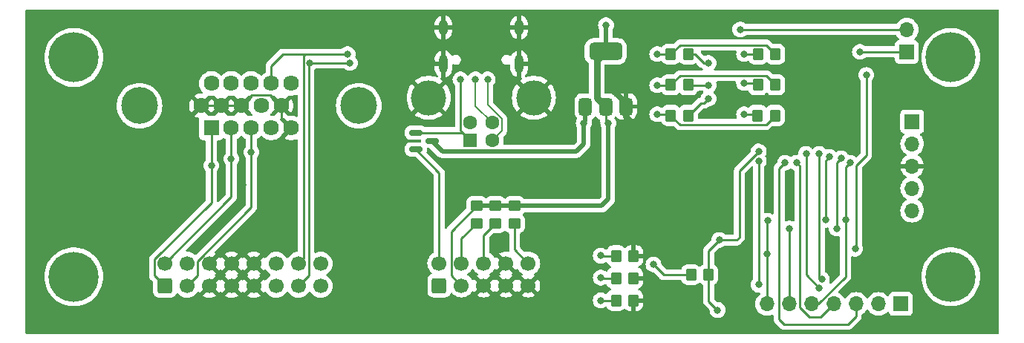
<source format=gbr>
%TF.GenerationSoftware,KiCad,Pcbnew,8.0.4*%
%TF.CreationDate,2024-08-04T15:04:20+02:00*%
%TF.ProjectId,pc1715-esp32vga,70633137-3135-42d6-9573-703332766761,2*%
%TF.SameCoordinates,Original*%
%TF.FileFunction,Copper,L2,Bot*%
%TF.FilePolarity,Positive*%
%FSLAX46Y46*%
G04 Gerber Fmt 4.6, Leading zero omitted, Abs format (unit mm)*
G04 Created by KiCad (PCBNEW 8.0.4) date 2024-08-04 15:04:20*
%MOMM*%
%LPD*%
G01*
G04 APERTURE LIST*
G04 Aperture macros list*
%AMRoundRect*
0 Rectangle with rounded corners*
0 $1 Rounding radius*
0 $2 $3 $4 $5 $6 $7 $8 $9 X,Y pos of 4 corners*
0 Add a 4 corners polygon primitive as box body*
4,1,4,$2,$3,$4,$5,$6,$7,$8,$9,$2,$3,0*
0 Add four circle primitives for the rounded corners*
1,1,$1+$1,$2,$3*
1,1,$1+$1,$4,$5*
1,1,$1+$1,$6,$7*
1,1,$1+$1,$8,$9*
0 Add four rect primitives between the rounded corners*
20,1,$1+$1,$2,$3,$4,$5,0*
20,1,$1+$1,$4,$5,$6,$7,0*
20,1,$1+$1,$6,$7,$8,$9,0*
20,1,$1+$1,$8,$9,$2,$3,0*%
G04 Aperture macros list end*
%TA.AperFunction,ComponentPad*%
%ADD10O,1.000000X2.100000*%
%TD*%
%TA.AperFunction,ComponentPad*%
%ADD11O,1.000000X1.800000*%
%TD*%
%TA.AperFunction,ComponentPad*%
%ADD12R,1.700000X1.700000*%
%TD*%
%TA.AperFunction,ComponentPad*%
%ADD13O,1.700000X1.700000*%
%TD*%
%TA.AperFunction,ComponentPad*%
%ADD14C,5.700000*%
%TD*%
%TA.AperFunction,ComponentPad*%
%ADD15RoundRect,0.250000X0.600000X-0.600000X0.600000X0.600000X-0.600000X0.600000X-0.600000X-0.600000X0*%
%TD*%
%TA.AperFunction,ComponentPad*%
%ADD16C,1.700000*%
%TD*%
%TA.AperFunction,ComponentPad*%
%ADD17R,1.600000X1.600000*%
%TD*%
%TA.AperFunction,ComponentPad*%
%ADD18C,1.600000*%
%TD*%
%TA.AperFunction,ComponentPad*%
%ADD19C,4.000000*%
%TD*%
%TA.AperFunction,ComponentPad*%
%ADD20R,1.785000X1.785000*%
%TD*%
%TA.AperFunction,ComponentPad*%
%ADD21C,1.785000*%
%TD*%
%TA.AperFunction,ComponentPad*%
%ADD22C,4.196000*%
%TD*%
%TA.AperFunction,SMDPad,CuDef*%
%ADD23RoundRect,0.250000X0.350000X0.450000X-0.350000X0.450000X-0.350000X-0.450000X0.350000X-0.450000X0*%
%TD*%
%TA.AperFunction,SMDPad,CuDef*%
%ADD24RoundRect,0.250000X-0.350000X-0.450000X0.350000X-0.450000X0.350000X0.450000X-0.350000X0.450000X0*%
%TD*%
%TA.AperFunction,SMDPad,CuDef*%
%ADD25RoundRect,0.250000X-0.450000X0.350000X-0.450000X-0.350000X0.450000X-0.350000X0.450000X0.350000X0*%
%TD*%
%TA.AperFunction,SMDPad,CuDef*%
%ADD26RoundRect,0.375000X0.375000X-0.625000X0.375000X0.625000X-0.375000X0.625000X-0.375000X-0.625000X0*%
%TD*%
%TA.AperFunction,SMDPad,CuDef*%
%ADD27RoundRect,0.500000X1.400000X-0.500000X1.400000X0.500000X-1.400000X0.500000X-1.400000X-0.500000X0*%
%TD*%
%TA.AperFunction,SMDPad,CuDef*%
%ADD28RoundRect,0.150000X-0.587500X-0.150000X0.587500X-0.150000X0.587500X0.150000X-0.587500X0.150000X0*%
%TD*%
%TA.AperFunction,ViaPad*%
%ADD29C,0.800000*%
%TD*%
%TA.AperFunction,Conductor*%
%ADD30C,0.250000*%
%TD*%
%TA.AperFunction,Conductor*%
%ADD31C,0.700000*%
%TD*%
%TA.AperFunction,Conductor*%
%ADD32C,0.750000*%
%TD*%
%TA.AperFunction,Conductor*%
%ADD33C,0.500000*%
%TD*%
%TA.AperFunction,Conductor*%
%ADD34C,0.200000*%
%TD*%
G04 APERTURE END LIST*
D10*
%TO.P,J6,S1,SHIELD*%
%TO.N,GND*%
X116786000Y-106742000D03*
D11*
X116786000Y-102562000D03*
D10*
X108146000Y-106742000D03*
D11*
X108146000Y-102562000D03*
%TD*%
D12*
%TO.P,J7,1,Pin_1*%
%TO.N,/TP_SPI*%
X160300000Y-134100000D03*
D13*
%TO.P,J7,2,Pin_2*%
%TO.N,/TP_CPY*%
X157760000Y-134100000D03*
%TO.P,J7,3,Pin_3*%
%TO.N,/TP_11*%
X155220000Y-134100000D03*
%TO.P,J7,4,Pin_4*%
%TO.N,/TP_12*%
X152680000Y-134100000D03*
%TO.P,J7,5,Pin_5*%
%TO.N,/INTENS*%
X150140000Y-134100000D03*
%TO.P,J7,6,Pin_6*%
%TO.N,/VIDEO*%
X147600000Y-134100000D03*
%TO.P,J7,7,Pin_7*%
%TO.N,/BSYNC*%
X145060000Y-134100000D03*
%TD*%
D14*
%TO.P,H1003,1*%
%TO.N,N/C*%
X166000000Y-106000000D03*
%TD*%
D15*
%TO.P,J1,1,Pin_1*%
%TO.N,/5V_VID*%
X107672500Y-132000000D03*
D16*
%TO.P,J1,2,Pin_2*%
X107672500Y-129460000D03*
%TO.P,J1,3,Pin_3*%
%TO.N,+3.3V*%
X110212500Y-132000000D03*
%TO.P,J1,4,Pin_4*%
%TO.N,/VIDEO*%
X110212500Y-129460000D03*
%TO.P,J1,5,Pin_5*%
%TO.N,GND*%
X112752500Y-132000000D03*
%TO.P,J1,6,Pin_6*%
%TO.N,/INTENS*%
X112752500Y-129460000D03*
%TO.P,J1,7,Pin_7*%
%TO.N,GND*%
X115292500Y-132000000D03*
%TO.P,J1,8,Pin_8*%
X115292500Y-129460000D03*
%TO.P,J1,9,Pin_9*%
X117832500Y-132000000D03*
%TO.P,J1,10,Pin_10*%
%TO.N,/BSYNC*%
X117832500Y-129460000D03*
%TD*%
D14*
%TO.P,H1001,1*%
%TO.N,N/C*%
X66000000Y-106000000D03*
%TD*%
D17*
%TO.P,J3,1,VBUS*%
%TO.N,/VBUS*%
X111214000Y-115445500D03*
D18*
%TO.P,J3,2,D-*%
%TO.N,/USB_DN*%
X113714000Y-115445500D03*
%TO.P,J3,3,D+*%
%TO.N,/USB_DP*%
X113714000Y-113445500D03*
%TO.P,J3,4,GND*%
%TO.N,GND*%
X111214000Y-113445500D03*
D19*
%TO.P,J3,5,Shield*%
X106464000Y-110585500D03*
X118464000Y-110585500D03*
%TD*%
D14*
%TO.P,H1002,1*%
%TO.N,N/C*%
X66000000Y-131000000D03*
%TD*%
%TO.P,H1004,1*%
%TO.N,N/C*%
X166000000Y-131000000D03*
%TD*%
D15*
%TO.P,J5,1,Pin_1*%
%TO.N,/RED*%
X76380000Y-132040000D03*
D16*
%TO.P,J5,2,Pin_2*%
%TO.N,/GREEN*%
X76380000Y-129500000D03*
%TO.P,J5,3,Pin_3*%
%TO.N,/BLUE*%
X78920000Y-132040000D03*
%TO.P,J5,4,Pin_4*%
%TO.N,unconnected-(J5-Pin_4-Pad4)*%
X78920000Y-129500000D03*
%TO.P,J5,5,Pin_5*%
%TO.N,GND*%
X81460000Y-132040000D03*
%TO.P,J5,6,Pin_6*%
X81460000Y-129500000D03*
%TO.P,J5,7,Pin_7*%
X84000000Y-132040000D03*
%TO.P,J5,8,Pin_8*%
X84000000Y-129500000D03*
%TO.P,J5,9,Pin_9*%
X86540000Y-132040000D03*
%TO.P,J5,10,Pin_10*%
X86540000Y-129500000D03*
%TO.P,J5,11,Pin_11*%
%TO.N,unconnected-(J5-Pin_11-Pad11)*%
X89080000Y-132040000D03*
%TO.P,J5,12,Pin_12*%
%TO.N,unconnected-(J5-Pin_12-Pad12)*%
X89080000Y-129500000D03*
%TO.P,J5,13,Pin_13*%
%TO.N,/HSYNC*%
X91620000Y-132040000D03*
%TO.P,J5,14,Pin_14*%
%TO.N,/VSYNC*%
X91620000Y-129500000D03*
%TO.P,J5,15,Pin_15*%
%TO.N,unconnected-(J5-Pin_15-Pad15)*%
X94160000Y-132040000D03*
%TO.P,J5,16,Pin_16*%
%TO.N,unconnected-(J5-Pin_16-Pad16)*%
X94160000Y-129500000D03*
%TD*%
D20*
%TO.P,J2,1*%
%TO.N,/RED*%
X81685000Y-114040000D03*
D21*
%TO.P,J2,2*%
%TO.N,/GREEN*%
X83965000Y-114040000D03*
%TO.P,J2,3*%
%TO.N,/BLUE*%
X86245000Y-114040000D03*
%TO.P,J2,4*%
%TO.N,unconnected-(J2-Pad4)*%
X88525000Y-114040000D03*
%TO.P,J2,5*%
%TO.N,GND*%
X90805000Y-114040000D03*
%TO.P,J2,6*%
X80545000Y-111500000D03*
%TO.P,J2,7*%
X82825000Y-111500000D03*
%TO.P,J2,8*%
X85105000Y-111500000D03*
%TO.P,J2,9*%
%TO.N,unconnected-(J2-Pad9)*%
X87385000Y-111500000D03*
%TO.P,J2,10*%
%TO.N,GND*%
X89665000Y-111500000D03*
%TO.P,J2,11*%
%TO.N,unconnected-(J2-Pad11)*%
X81685000Y-108960000D03*
%TO.P,J2,12*%
%TO.N,unconnected-(J2-Pad12)*%
X83965000Y-108960000D03*
%TO.P,J2,13*%
%TO.N,/HSYNC*%
X86245000Y-108960000D03*
%TO.P,J2,14*%
%TO.N,/VSYNC*%
X88525000Y-108960000D03*
%TO.P,J2,15*%
%TO.N,unconnected-(J2-Pad15)*%
X90805000Y-108960000D03*
D22*
%TO.P,J2,SH1*%
%TO.N,N/C*%
X98500000Y-111500000D03*
%TO.P,J2,SH2*%
X73500000Y-111500000D03*
%TD*%
D12*
%TO.P,JP1,1,A*%
%TO.N,Net-(JP1-A)*%
X160978000Y-105356000D03*
D13*
%TO.P,JP1,2,B*%
%TO.N,+3.3V*%
X160978000Y-102816000D03*
%TD*%
D23*
%TO.P,R8,1*%
%TO.N,/G2*%
X136086000Y-109110000D03*
%TO.P,R8,2*%
%TO.N,/GREEN*%
X134086000Y-109110000D03*
%TD*%
%TO.P,R6,1*%
%TO.N,/B2*%
X136086000Y-105610000D03*
%TO.P,R6,2*%
%TO.N,/BLUE*%
X134086000Y-105610000D03*
%TD*%
%TO.P,R1,1*%
%TO.N,Net-(U2-EN)*%
X138380000Y-130775000D03*
%TO.P,R1,2*%
%TO.N,+3.3V*%
X136380000Y-130775000D03*
%TD*%
D24*
%TO.P,R9,1*%
%TO.N,/R1*%
X143960000Y-112610000D03*
%TO.P,R9,2*%
%TO.N,/RED*%
X145960000Y-112610000D03*
%TD*%
D25*
%TO.P,R13,1*%
%TO.N,+3.3V*%
X116274000Y-122914000D03*
%TO.P,R13,2*%
%TO.N,/BSYNC*%
X116274000Y-124914000D03*
%TD*%
D26*
%TO.P,U1,1,GND*%
%TO.N,GND*%
X128950500Y-111591500D03*
%TO.P,U1,2,VO*%
%TO.N,+3.3V*%
X126650500Y-111591500D03*
D27*
X126650500Y-105291500D03*
D26*
%TO.P,U1,3,VI*%
%TO.N,+5V*%
X124350500Y-111591500D03*
%TD*%
D24*
%TO.P,R7,1*%
%TO.N,/G1*%
X144010000Y-109110000D03*
%TO.P,R7,2*%
%TO.N,/GREEN*%
X146010000Y-109110000D03*
%TD*%
%TO.P,R5,1*%
%TO.N,/B1*%
X144010000Y-105610000D03*
%TO.P,R5,2*%
%TO.N,/BLUE*%
X146010000Y-105610000D03*
%TD*%
D25*
%TO.P,R12,1*%
%TO.N,+3.3V*%
X114086000Y-122914000D03*
%TO.P,R12,2*%
%TO.N,/INTENS*%
X114086000Y-124914000D03*
%TD*%
D23*
%TO.P,R4,1*%
%TO.N,GND*%
X129825000Y-131160000D03*
%TO.P,R4,2*%
%TO.N,Net-(D4-K)*%
X127825000Y-131160000D03*
%TD*%
%TO.P,R3,1*%
%TO.N,GND*%
X129825000Y-133700000D03*
%TO.P,R3,2*%
%TO.N,Net-(D3-K)*%
X127825000Y-133700000D03*
%TD*%
%TO.P,R10,1*%
%TO.N,/R2*%
X136086000Y-112610000D03*
%TO.P,R10,2*%
%TO.N,/RED*%
X134086000Y-112610000D03*
%TD*%
D28*
%TO.P,D1,1*%
%TO.N,/5V_VID*%
X105001000Y-116466000D03*
%TO.P,D1,2*%
%TO.N,/VBUS*%
X105001000Y-114566000D03*
%TO.P,D1,3*%
%TO.N,+5V*%
X106876000Y-115516000D03*
%TD*%
D23*
%TO.P,R2,1*%
%TO.N,GND*%
X129841000Y-128620000D03*
%TO.P,R2,2*%
%TO.N,Net-(D2-K)*%
X127841000Y-128620000D03*
%TD*%
D25*
%TO.P,R11,1*%
%TO.N,+3.3V*%
X111956000Y-122898000D03*
%TO.P,R11,2*%
%TO.N,/VIDEO*%
X111956000Y-124898000D03*
%TD*%
D12*
%TO.P,J4,1,Pin_1*%
%TO.N,/K_RIGHT*%
X161600000Y-113300000D03*
D13*
%TO.P,J4,2,Pin_2*%
%TO.N,/K_DOWN*%
X161600000Y-115840000D03*
%TO.P,J4,3,Pin_3*%
%TO.N,GND*%
X161600000Y-118380000D03*
%TO.P,J4,4,Pin_4*%
%TO.N,/K_UP*%
X161600000Y-120920000D03*
%TO.P,J4,5,Pin_5*%
%TO.N,/K_LEFT*%
X161600000Y-123460000D03*
%TD*%
D29*
%TO.N,/RED*%
X132530000Y-112468000D03*
X81685000Y-118310000D03*
%TO.N,/GREEN*%
X132530000Y-109166000D03*
X83965000Y-117548000D03*
%TO.N,/BLUE*%
X132530000Y-105610000D03*
X86245000Y-116786000D03*
%TO.N,/VBUS*%
X110100000Y-108500000D03*
%TO.N,GND*%
X100526000Y-131518000D03*
X139300000Y-124600000D03*
X148278000Y-105864000D03*
X115200000Y-108500000D03*
X102558000Y-117040000D03*
X147600000Y-122100000D03*
X130244000Y-113992000D03*
X109600000Y-120500000D03*
X127196000Y-109420000D03*
X76396000Y-104086000D03*
X145300000Y-122100000D03*
X134600000Y-136000000D03*
X124200000Y-120500000D03*
X142000000Y-101500000D03*
X161900000Y-130400000D03*
X68776000Y-120342000D03*
X73094000Y-131518000D03*
X134600000Y-131900000D03*
X161900000Y-111000000D03*
X68776000Y-112468000D03*
X85300000Y-120500000D03*
X122300000Y-128700000D03*
X124200000Y-124600000D03*
X142400000Y-131900000D03*
X127704000Y-109928000D03*
X132500000Y-103700000D03*
X134600000Y-120500000D03*
X89400000Y-120500000D03*
X144468000Y-115516000D03*
X152200000Y-114700000D03*
X124100000Y-136000000D03*
X152500000Y-127800000D03*
X156000000Y-101500000D03*
X152088000Y-104086000D03*
X112600000Y-101900000D03*
X82900000Y-120500000D03*
X134600000Y-117800000D03*
X106800000Y-106400000D03*
X124200000Y-126500000D03*
X124200000Y-117800000D03*
X143000000Y-122100000D03*
X156406000Y-122120000D03*
X134600000Y-129500000D03*
%TO.N,+3.3V*%
X142000000Y-102800000D03*
X126942000Y-113484000D03*
X126688000Y-102308000D03*
X132100000Y-129600000D03*
%TO.N,+5V*%
X124148000Y-113484000D03*
%TO.N,/HSYNC*%
X97478000Y-106626000D03*
X92906000Y-106626000D03*
%TO.N,/VSYNC*%
X97230049Y-105616049D03*
%TO.N,/USB_DN*%
X113200000Y-108500000D03*
%TO.N,/B1*%
X142436000Y-105610000D03*
%TO.N,/B2*%
X138372000Y-106626000D03*
%TO.N,/G1*%
X142436000Y-108912000D03*
%TO.N,/G2*%
X138372000Y-109166000D03*
%TO.N,/R1*%
X142436000Y-112468000D03*
%TO.N,/R2*%
X138372000Y-110690000D03*
%TO.N,/TP_11*%
X147100000Y-118000000D03*
%TO.N,/USB_DP*%
X111800000Y-108500000D03*
%TO.N,/VIDEO*%
X153500000Y-117500000D03*
X153000000Y-125500000D03*
X147600000Y-125500000D03*
%TO.N,/INTENS*%
X154000000Y-124500000D03*
X154500000Y-118000000D03*
%TO.N,/BSYNC*%
X152175000Y-117325000D03*
X145060000Y-128400000D03*
X145100000Y-124600000D03*
X151725000Y-124500000D03*
%TO.N,Net-(D3-A)*%
X144100000Y-131900000D03*
X144100000Y-117800000D03*
%TO.N,/TP_CPY*%
X151300000Y-131300000D03*
X151000000Y-117000000D03*
%TO.N,/TP_SPI*%
X151000000Y-132300000D03*
X149500000Y-117000000D03*
%TO.N,Net-(D3-K)*%
X126100000Y-133700000D03*
%TO.N,Net-(D4-A)*%
X155100000Y-127800000D03*
X156369000Y-108000000D03*
%TO.N,Net-(D4-K)*%
X126100000Y-131100000D03*
%TO.N,/TP_12*%
X148400000Y-118000000D03*
%TO.N,Net-(D2-K)*%
X126100000Y-128600000D03*
%TO.N,Net-(JP1-A)*%
X155644000Y-105356000D03*
%TO.N,Net-(U2-EN)*%
X144100000Y-116700000D03*
X139400000Y-134800000D03*
X139600000Y-126800000D03*
%TD*%
D30*
%TO.N,/RED*%
X135111000Y-113635000D02*
X134086000Y-112610000D01*
X132530000Y-112468000D02*
X133944000Y-112468000D01*
X75205000Y-130865000D02*
X75205000Y-129013299D01*
X145960000Y-112610000D02*
X144935000Y-113635000D01*
X144935000Y-113635000D02*
X135111000Y-113635000D01*
X81685000Y-122533299D02*
X81685000Y-118310000D01*
X76380000Y-132040000D02*
X75205000Y-130865000D01*
X133944000Y-112468000D02*
X134086000Y-112610000D01*
X75205000Y-129013299D02*
X81685000Y-122533299D01*
X81685000Y-118310000D02*
X81685000Y-114040000D01*
%TO.N,/GREEN*%
X83965000Y-121915000D02*
X83965000Y-114040000D01*
X134030000Y-109166000D02*
X134086000Y-109110000D01*
X135111000Y-108085000D02*
X134086000Y-109110000D01*
X146010000Y-109110000D02*
X144985000Y-108085000D01*
X144985000Y-108085000D02*
X135111000Y-108085000D01*
X132530000Y-109166000D02*
X134030000Y-109166000D01*
X76380000Y-129500000D02*
X83965000Y-121915000D01*
%TO.N,/BLUE*%
X132530000Y-105610000D02*
X134086000Y-105610000D01*
X80095000Y-130865000D02*
X80095000Y-129203299D01*
X135111000Y-104585000D02*
X134086000Y-105610000D01*
X78920000Y-132040000D02*
X80095000Y-130865000D01*
X86245000Y-116786000D02*
X86245000Y-114040000D01*
X86500000Y-114295000D02*
X86245000Y-114040000D01*
X86245000Y-123053299D02*
X86245000Y-116786000D01*
X146010000Y-105610000D02*
X144985000Y-104585000D01*
X80095000Y-129203299D02*
X86245000Y-123053299D01*
X144985000Y-104585000D02*
X135111000Y-104585000D01*
%TO.N,/VBUS*%
X110089000Y-114320500D02*
X110089000Y-108511000D01*
X110089000Y-108511000D02*
X110100000Y-108500000D01*
X111214000Y-115445500D02*
X110089000Y-114320500D01*
X105001000Y-114566000D02*
X110334500Y-114566000D01*
X110334500Y-114566000D02*
X111214000Y-115445500D01*
%TO.N,GND*%
X89665000Y-112900000D02*
X90805000Y-114040000D01*
X86322500Y-110282500D02*
X88447500Y-110282500D01*
D31*
X127704000Y-109928000D02*
X128950500Y-111174500D01*
D30*
X80545000Y-111500000D02*
X82825000Y-111500000D01*
D31*
X128950500Y-112698500D02*
X130244000Y-113992000D01*
D30*
X88447500Y-110282500D02*
X89665000Y-111500000D01*
D31*
X127196000Y-109420000D02*
X127704000Y-109928000D01*
D30*
X85105000Y-111500000D02*
X86322500Y-110282500D01*
D31*
X128950500Y-111174500D02*
X128950500Y-111591500D01*
D30*
X82825000Y-111500000D02*
X85105000Y-111500000D01*
D31*
X128950500Y-111591500D02*
X128950500Y-112698500D01*
D30*
X89665000Y-111500000D02*
X89665000Y-112900000D01*
%TO.N,+3.3V*%
X109037500Y-125816500D02*
X111956000Y-122898000D01*
X109037500Y-130825000D02*
X109037500Y-125816500D01*
X133275000Y-130775000D02*
X132100000Y-129600000D01*
X136380000Y-130775000D02*
X135875000Y-130775000D01*
D32*
X126650500Y-105291500D02*
X125650500Y-106291500D01*
D30*
X135875000Y-130775000D02*
X133275000Y-130775000D01*
D33*
X111956000Y-122898000D02*
X114070000Y-122898000D01*
D30*
X160978000Y-102816000D02*
X142016000Y-102816000D01*
X126650500Y-111591500D02*
X126650500Y-113192500D01*
D33*
X126650500Y-102345500D02*
X126688000Y-102308000D01*
X114070000Y-122898000D02*
X114086000Y-122914000D01*
X126186000Y-122914000D02*
X126942000Y-122158000D01*
D32*
X125650500Y-106291500D02*
X125650500Y-110591500D01*
D30*
X110212500Y-132000000D02*
X109037500Y-130825000D01*
X142016000Y-102816000D02*
X142000000Y-102800000D01*
D33*
X126650500Y-105291500D02*
X126650500Y-102345500D01*
X116274000Y-122914000D02*
X126186000Y-122914000D01*
D32*
X125650500Y-110591500D02*
X126650500Y-111591500D01*
D30*
X126650500Y-113192500D02*
X126942000Y-113484000D01*
D33*
X126942000Y-122158000D02*
X126942000Y-113484000D01*
X114086000Y-122914000D02*
X116274000Y-122914000D01*
%TO.N,+5V*%
X106876000Y-115516000D02*
X108055500Y-116695500D01*
X124148000Y-115847500D02*
X123300000Y-116695500D01*
X124148000Y-113484000D02*
X124148000Y-115847500D01*
X124350500Y-113281500D02*
X124148000Y-113484000D01*
X124350500Y-111591500D02*
X124350500Y-113281500D01*
X108055500Y-116695500D02*
X123300000Y-116695500D01*
D30*
%TO.N,/HSYNC*%
X97478000Y-106626000D02*
X92906000Y-106626000D01*
X92795000Y-106737000D02*
X92906000Y-106626000D01*
X92795000Y-130865000D02*
X92795000Y-106737000D01*
X91620000Y-132040000D02*
X92795000Y-130865000D01*
%TO.N,/VSYNC*%
X92181000Y-105833049D02*
X92398000Y-105616049D01*
X92398000Y-105616049D02*
X89851951Y-105616049D01*
X88525000Y-106943000D02*
X88525000Y-107134000D01*
X92181000Y-128939000D02*
X92181000Y-105833049D01*
X88525000Y-107134000D02*
X88525000Y-108960000D01*
X91620000Y-129500000D02*
X92181000Y-128939000D01*
X88960000Y-108960000D02*
X88525000Y-108960000D01*
X97230049Y-105616049D02*
X92398000Y-105616049D01*
X89851951Y-105616049D02*
X88525000Y-106943000D01*
D34*
%TO.N,/USB_DN*%
X113324135Y-111500000D02*
X113200000Y-111375865D01*
X113714000Y-115445500D02*
X114814000Y-114345500D01*
X114814000Y-114345500D02*
X114814000Y-112989865D01*
X114814000Y-112989865D02*
X113324135Y-111500000D01*
X113200000Y-111375865D02*
X113200000Y-108500000D01*
D30*
%TO.N,/B1*%
X142436000Y-105610000D02*
X144010000Y-105610000D01*
%TO.N,/B2*%
X137864000Y-106626000D02*
X136848000Y-105610000D01*
X138372000Y-106626000D02*
X137864000Y-106626000D01*
X136848000Y-105610000D02*
X136086000Y-105610000D01*
%TO.N,/G1*%
X142436000Y-108912000D02*
X143812000Y-108912000D01*
X143812000Y-108912000D02*
X144010000Y-109110000D01*
%TO.N,/G2*%
X138372000Y-109166000D02*
X136142000Y-109166000D01*
X136142000Y-109166000D02*
X136086000Y-109110000D01*
%TO.N,/R1*%
X142436000Y-112468000D02*
X143818000Y-112468000D01*
X143818000Y-112468000D02*
X143960000Y-112610000D01*
%TO.N,/R2*%
X138372000Y-110690000D02*
X137864000Y-111198000D01*
X137864000Y-111198000D02*
X137498000Y-111198000D01*
X137498000Y-111198000D02*
X136086000Y-112610000D01*
%TO.N,/5V_VID*%
X107672500Y-129460000D02*
X107672500Y-119137500D01*
X107672500Y-119137500D02*
X105001000Y-116466000D01*
%TO.N,/TP_11*%
X147100000Y-118000000D02*
X146425000Y-118675000D01*
X154300000Y-136400000D02*
X155220000Y-135480000D01*
X146425000Y-135825000D02*
X147000000Y-136400000D01*
X155220000Y-135480000D02*
X155220000Y-134100000D01*
X146425000Y-118675000D02*
X146425000Y-135825000D01*
X147000000Y-136400000D02*
X154300000Y-136400000D01*
D34*
%TO.N,/USB_DP*%
X111800000Y-111531500D02*
X111800000Y-108500000D01*
X113714000Y-113445500D02*
X111800000Y-111531500D01*
D30*
%TO.N,/VIDEO*%
X153000000Y-125500000D02*
X153000000Y-118000000D01*
X110212500Y-129460000D02*
X110212500Y-126641500D01*
X153000000Y-118000000D02*
X153500000Y-117500000D01*
X147600000Y-134100000D02*
X147600000Y-125500000D01*
X110212500Y-126641500D02*
X111956000Y-124898000D01*
%TO.N,/INTENS*%
X112752500Y-126247500D02*
X114086000Y-124914000D01*
X112752500Y-129460000D02*
X112752500Y-126247500D01*
X150140000Y-134100000D02*
X150900000Y-134100000D01*
X154000000Y-124500000D02*
X154000000Y-118500000D01*
X154000000Y-118500000D02*
X154500000Y-118000000D01*
X150900000Y-134100000D02*
X154000000Y-131000000D01*
X154000000Y-131000000D02*
X154000000Y-124500000D01*
%TO.N,/BSYNC*%
X116274000Y-127901500D02*
X116274000Y-124914000D01*
X145060000Y-124640000D02*
X145100000Y-124600000D01*
X151725000Y-117775000D02*
X152175000Y-117325000D01*
X151725000Y-124500000D02*
X151725000Y-117775000D01*
X145060000Y-134100000D02*
X145060000Y-128400000D01*
X145060000Y-128400000D02*
X145060000Y-124640000D01*
X117832500Y-129460000D02*
X116274000Y-127901500D01*
%TO.N,Net-(D3-A)*%
X144100000Y-117800000D02*
X144100000Y-131900000D01*
%TO.N,/TP_CPY*%
X151300000Y-131300000D02*
X151100000Y-131300000D01*
X151000000Y-131200000D02*
X151000000Y-117000000D01*
X151100000Y-131300000D02*
X151000000Y-131200000D01*
%TO.N,/TP_SPI*%
X149500000Y-130800000D02*
X149500000Y-117000000D01*
X151000000Y-132300000D02*
X149500000Y-130800000D01*
%TO.N,Net-(D3-K)*%
X127825000Y-133700000D02*
X126100000Y-133700000D01*
%TO.N,Net-(D4-A)*%
X155225000Y-118300305D02*
X156369000Y-117156305D01*
X155100000Y-127800000D02*
X155225000Y-127675000D01*
X155225000Y-127675000D02*
X155225000Y-118300305D01*
X156369000Y-117156305D02*
X156369000Y-108000000D01*
%TO.N,Net-(D4-K)*%
X126160000Y-131160000D02*
X126100000Y-131100000D01*
X127825000Y-131160000D02*
X126160000Y-131160000D01*
%TO.N,/TP_12*%
X148775000Y-118375000D02*
X148775000Y-134475000D01*
X149900000Y-135600000D02*
X151180000Y-135600000D01*
X148775000Y-134475000D02*
X149900000Y-135600000D01*
X148400000Y-118000000D02*
X148775000Y-118375000D01*
X151180000Y-135600000D02*
X152680000Y-134100000D01*
%TO.N,Net-(D2-K)*%
X127841000Y-128620000D02*
X126120000Y-128620000D01*
X126120000Y-128620000D02*
X126100000Y-128600000D01*
%TO.N,Net-(JP1-A)*%
X155644000Y-105356000D02*
X160978000Y-105356000D01*
%TO.N,Net-(U2-EN)*%
X138380000Y-130780000D02*
X138380000Y-128020000D01*
X141900000Y-118900000D02*
X141900000Y-126500000D01*
X141900000Y-126500000D02*
X141600000Y-126800000D01*
X138380000Y-133780000D02*
X139400000Y-134800000D01*
X141600000Y-126800000D02*
X139600000Y-126800000D01*
X144100000Y-116700000D02*
X141900000Y-118900000D01*
X138380000Y-130775000D02*
X138380000Y-133780000D01*
X138380000Y-130775000D02*
X138380000Y-130780000D01*
X138380000Y-128020000D02*
X139600000Y-126800000D01*
%TD*%
%TA.AperFunction,Conductor*%
%TO.N,GND*%
G36*
X152014426Y-125379222D02*
G01*
X152070160Y-125421359D01*
X152094265Y-125486939D01*
X152094540Y-125495196D01*
X152094540Y-125499997D01*
X152094540Y-125500000D01*
X152114326Y-125688256D01*
X152114327Y-125688259D01*
X152172818Y-125868277D01*
X152172821Y-125868284D01*
X152267467Y-126032216D01*
X152394129Y-126172888D01*
X152547265Y-126284148D01*
X152547270Y-126284151D01*
X152720192Y-126361142D01*
X152720197Y-126361144D01*
X152905354Y-126400500D01*
X152905355Y-126400500D01*
X153094644Y-126400500D01*
X153094646Y-126400500D01*
X153224720Y-126372852D01*
X153294386Y-126378168D01*
X153350120Y-126420305D01*
X153374225Y-126485885D01*
X153374500Y-126494142D01*
X153374500Y-130689547D01*
X153354815Y-130756586D01*
X153338181Y-130777228D01*
X152338405Y-131777003D01*
X152277082Y-131810488D01*
X152207390Y-131805504D01*
X152151457Y-131763632D01*
X152127040Y-131698168D01*
X152132792Y-131651007D01*
X152185674Y-131488256D01*
X152205460Y-131300000D01*
X152185674Y-131111744D01*
X152127179Y-130931716D01*
X152032533Y-130767784D01*
X151905871Y-130627112D01*
X151905870Y-130627111D01*
X151752732Y-130515849D01*
X151699063Y-130491954D01*
X151645827Y-130446703D01*
X151625506Y-130379854D01*
X151625500Y-130378675D01*
X151625500Y-125524500D01*
X151645185Y-125457461D01*
X151697989Y-125411706D01*
X151749500Y-125400500D01*
X151819644Y-125400500D01*
X151819646Y-125400500D01*
X151944761Y-125373906D01*
X152014426Y-125379222D01*
G37*
%TD.AperFunction*%
%TA.AperFunction,Conductor*%
G36*
X147810975Y-118686125D02*
G01*
X147822872Y-118693771D01*
X147947270Y-118784151D01*
X148075939Y-118841439D01*
X148129173Y-118886687D01*
X148149494Y-118953536D01*
X148149500Y-118954716D01*
X148149500Y-124567990D01*
X148129815Y-124635029D01*
X148077011Y-124680784D01*
X148007853Y-124690728D01*
X147975064Y-124681269D01*
X147879807Y-124638857D01*
X147879802Y-124638855D01*
X147705424Y-124601791D01*
X147694646Y-124599500D01*
X147505354Y-124599500D01*
X147494576Y-124601791D01*
X147320197Y-124638855D01*
X147320192Y-124638857D01*
X147224936Y-124681269D01*
X147155686Y-124690554D01*
X147092409Y-124660926D01*
X147055196Y-124601791D01*
X147050500Y-124567990D01*
X147050500Y-119024500D01*
X147070185Y-118957461D01*
X147122989Y-118911706D01*
X147174500Y-118900500D01*
X147194644Y-118900500D01*
X147194646Y-118900500D01*
X147379803Y-118861144D01*
X147552730Y-118784151D01*
X147677116Y-118693778D01*
X147742921Y-118670300D01*
X147810975Y-118686125D01*
G37*
%TD.AperFunction*%
%TA.AperFunction,Conductor*%
G36*
X83534075Y-129692993D02*
G01*
X83599901Y-129807007D01*
X83692993Y-129900099D01*
X83807007Y-129965925D01*
X83870590Y-129982962D01*
X83238625Y-130614925D01*
X83315031Y-130668425D01*
X83358655Y-130723002D01*
X83365848Y-130792501D01*
X83334326Y-130854855D01*
X83315029Y-130871576D01*
X83238625Y-130925072D01*
X83870590Y-131557037D01*
X83807007Y-131574075D01*
X83692993Y-131639901D01*
X83599901Y-131732993D01*
X83534075Y-131847007D01*
X83517037Y-131910590D01*
X82885072Y-131278625D01*
X82885072Y-131278626D01*
X82831574Y-131355030D01*
X82776998Y-131398655D01*
X82707499Y-131405849D01*
X82645144Y-131374326D01*
X82628424Y-131355030D01*
X82574925Y-131278626D01*
X82574925Y-131278625D01*
X81942962Y-131910589D01*
X81925925Y-131847007D01*
X81860099Y-131732993D01*
X81767007Y-131639901D01*
X81652993Y-131574075D01*
X81589408Y-131557037D01*
X82221373Y-130925073D01*
X82144969Y-130871576D01*
X82101344Y-130816999D01*
X82094150Y-130747501D01*
X82125672Y-130685146D01*
X82144968Y-130668425D01*
X82221373Y-130614925D01*
X81589410Y-129982962D01*
X81652993Y-129965925D01*
X81767007Y-129900099D01*
X81860099Y-129807007D01*
X81925925Y-129692993D01*
X81942962Y-129629410D01*
X82574925Y-130261373D01*
X82628425Y-130184968D01*
X82683002Y-130141344D01*
X82752501Y-130134151D01*
X82814855Y-130165673D01*
X82831576Y-130184969D01*
X82885073Y-130261372D01*
X83517037Y-129629409D01*
X83534075Y-129692993D01*
G37*
%TD.AperFunction*%
%TA.AperFunction,Conductor*%
G36*
X86074075Y-129692993D02*
G01*
X86139901Y-129807007D01*
X86232993Y-129900099D01*
X86347007Y-129965925D01*
X86410590Y-129982962D01*
X85778625Y-130614925D01*
X85855031Y-130668425D01*
X85898655Y-130723002D01*
X85905848Y-130792501D01*
X85874326Y-130854855D01*
X85855029Y-130871576D01*
X85778625Y-130925072D01*
X86410590Y-131557037D01*
X86347007Y-131574075D01*
X86232993Y-131639901D01*
X86139901Y-131732993D01*
X86074075Y-131847007D01*
X86057037Y-131910590D01*
X85425072Y-131278625D01*
X85425072Y-131278626D01*
X85371574Y-131355030D01*
X85316998Y-131398655D01*
X85247499Y-131405849D01*
X85185144Y-131374326D01*
X85168424Y-131355030D01*
X85114925Y-131278626D01*
X85114925Y-131278625D01*
X84482962Y-131910589D01*
X84465925Y-131847007D01*
X84400099Y-131732993D01*
X84307007Y-131639901D01*
X84192993Y-131574075D01*
X84129410Y-131557037D01*
X84761373Y-130925073D01*
X84684969Y-130871576D01*
X84641344Y-130816999D01*
X84634150Y-130747501D01*
X84665672Y-130685146D01*
X84684968Y-130668425D01*
X84761373Y-130614925D01*
X84129409Y-129982962D01*
X84192993Y-129965925D01*
X84307007Y-129900099D01*
X84400099Y-129807007D01*
X84465925Y-129692993D01*
X84482962Y-129629409D01*
X85114925Y-130261373D01*
X85168425Y-130184968D01*
X85223002Y-130141344D01*
X85292501Y-130134151D01*
X85354855Y-130165673D01*
X85371576Y-130184969D01*
X85425073Y-130261372D01*
X86057037Y-129629409D01*
X86074075Y-129692993D01*
G37*
%TD.AperFunction*%
%TA.AperFunction,Conductor*%
G36*
X87654925Y-130261373D02*
G01*
X87708119Y-130185405D01*
X87762696Y-130141781D01*
X87832195Y-130134588D01*
X87894549Y-130166110D01*
X87911269Y-130185405D01*
X87924180Y-130203844D01*
X88041505Y-130371401D01*
X88041506Y-130371402D01*
X88208597Y-130538493D01*
X88208603Y-130538498D01*
X88394158Y-130668425D01*
X88437783Y-130723002D01*
X88444977Y-130792500D01*
X88413454Y-130854855D01*
X88394158Y-130871575D01*
X88208597Y-131001505D01*
X88041505Y-131168597D01*
X87911269Y-131354595D01*
X87856692Y-131398220D01*
X87787194Y-131405414D01*
X87724839Y-131373891D01*
X87708119Y-131354595D01*
X87654925Y-131278626D01*
X87654925Y-131278625D01*
X87022962Y-131910589D01*
X87005925Y-131847007D01*
X86940099Y-131732993D01*
X86847007Y-131639901D01*
X86732993Y-131574075D01*
X86669410Y-131557037D01*
X87301373Y-130925073D01*
X87224969Y-130871576D01*
X87181344Y-130816999D01*
X87174150Y-130747501D01*
X87205672Y-130685146D01*
X87224968Y-130668425D01*
X87301373Y-130614925D01*
X86669409Y-129982962D01*
X86732993Y-129965925D01*
X86847007Y-129900099D01*
X86940099Y-129807007D01*
X87005925Y-129692993D01*
X87022962Y-129629409D01*
X87654925Y-130261373D01*
G37*
%TD.AperFunction*%
%TA.AperFunction,Conductor*%
G36*
X90250548Y-114269661D02*
G01*
X90328882Y-114405338D01*
X90439662Y-114516118D01*
X90575339Y-114594452D01*
X90598020Y-114600529D01*
X90011544Y-115187006D01*
X90011545Y-115187007D01*
X90040762Y-115209747D01*
X90040764Y-115209748D01*
X90243720Y-115319583D01*
X90243729Y-115319586D01*
X90461987Y-115394515D01*
X90689615Y-115432500D01*
X90920385Y-115432500D01*
X91148012Y-115394515D01*
X91366270Y-115319586D01*
X91366286Y-115319579D01*
X91372480Y-115316228D01*
X91440808Y-115301631D01*
X91506181Y-115326292D01*
X91547843Y-115382382D01*
X91555500Y-115425281D01*
X91555500Y-128036359D01*
X91535815Y-128103398D01*
X91483011Y-128149153D01*
X91442309Y-128159887D01*
X91384596Y-128164936D01*
X91384586Y-128164938D01*
X91156344Y-128226094D01*
X91156335Y-128226098D01*
X90942171Y-128325964D01*
X90942169Y-128325965D01*
X90748597Y-128461505D01*
X90581505Y-128628597D01*
X90451575Y-128814158D01*
X90396998Y-128857783D01*
X90327500Y-128864977D01*
X90265145Y-128833454D01*
X90248425Y-128814158D01*
X90118494Y-128628597D01*
X89951402Y-128461506D01*
X89951395Y-128461501D01*
X89757834Y-128325967D01*
X89757830Y-128325965D01*
X89727558Y-128311849D01*
X89543663Y-128226097D01*
X89543659Y-128226096D01*
X89543655Y-128226094D01*
X89315413Y-128164938D01*
X89315403Y-128164936D01*
X89080001Y-128144341D01*
X89079999Y-128144341D01*
X88844596Y-128164936D01*
X88844586Y-128164938D01*
X88616344Y-128226094D01*
X88616335Y-128226098D01*
X88402171Y-128325964D01*
X88402169Y-128325965D01*
X88208597Y-128461505D01*
X88041505Y-128628597D01*
X87911269Y-128814595D01*
X87856692Y-128858220D01*
X87787194Y-128865414D01*
X87724839Y-128833891D01*
X87708119Y-128814595D01*
X87654925Y-128738626D01*
X87654925Y-128738625D01*
X87022962Y-129370589D01*
X87005925Y-129307007D01*
X86940099Y-129192993D01*
X86847007Y-129099901D01*
X86732993Y-129034075D01*
X86669410Y-129017037D01*
X87301373Y-128385073D01*
X87301373Y-128385072D01*
X87217583Y-128326402D01*
X87217579Y-128326400D01*
X87003492Y-128226570D01*
X87003483Y-128226566D01*
X86775326Y-128165432D01*
X86775315Y-128165430D01*
X86540002Y-128144843D01*
X86539998Y-128144843D01*
X86304684Y-128165430D01*
X86304673Y-128165432D01*
X86076516Y-128226566D01*
X86076507Y-128226570D01*
X85862419Y-128326401D01*
X85778625Y-128385072D01*
X86410590Y-129017037D01*
X86347007Y-129034075D01*
X86232993Y-129099901D01*
X86139901Y-129192993D01*
X86074075Y-129307007D01*
X86057037Y-129370590D01*
X85425072Y-128738625D01*
X85425072Y-128738626D01*
X85371574Y-128815030D01*
X85316998Y-128858655D01*
X85247499Y-128865849D01*
X85185144Y-128834326D01*
X85168424Y-128815030D01*
X85114925Y-128738626D01*
X85114925Y-128738625D01*
X84482962Y-129370589D01*
X84465925Y-129307007D01*
X84400099Y-129192993D01*
X84307007Y-129099901D01*
X84192993Y-129034075D01*
X84129410Y-129017037D01*
X84761373Y-128385073D01*
X84761373Y-128385072D01*
X84677583Y-128326402D01*
X84677579Y-128326400D01*
X84463492Y-128226570D01*
X84463483Y-128226566D01*
X84235326Y-128165432D01*
X84235315Y-128165430D01*
X84000002Y-128144843D01*
X83999998Y-128144843D01*
X83764684Y-128165430D01*
X83764673Y-128165432D01*
X83536516Y-128226566D01*
X83536507Y-128226570D01*
X83322419Y-128326401D01*
X83238625Y-128385072D01*
X83870590Y-129017037D01*
X83807007Y-129034075D01*
X83692993Y-129099901D01*
X83599901Y-129192993D01*
X83534075Y-129307007D01*
X83517037Y-129370590D01*
X82885072Y-128738625D01*
X82885072Y-128738626D01*
X82831574Y-128815030D01*
X82776998Y-128858655D01*
X82707499Y-128865849D01*
X82645144Y-128834326D01*
X82628424Y-128815030D01*
X82574925Y-128738626D01*
X82574925Y-128738625D01*
X81942962Y-129370589D01*
X81925925Y-129307007D01*
X81860099Y-129192993D01*
X81767007Y-129099901D01*
X81652993Y-129034075D01*
X81589409Y-129017037D01*
X82221373Y-128385073D01*
X82221373Y-128385072D01*
X82137583Y-128326402D01*
X82137573Y-128326397D01*
X82106376Y-128311849D01*
X82053937Y-128265676D01*
X82034786Y-128198483D01*
X82055003Y-128131602D01*
X82071095Y-128111793D01*
X86730857Y-123452033D01*
X86799311Y-123349585D01*
X86846463Y-123235751D01*
X86870500Y-123114906D01*
X86870500Y-122991693D01*
X86870500Y-117484687D01*
X86890185Y-117417648D01*
X86902350Y-117401715D01*
X86928633Y-117372524D01*
X86977533Y-117318216D01*
X87072179Y-117154284D01*
X87130674Y-116974256D01*
X87150460Y-116786000D01*
X87130674Y-116597744D01*
X87072179Y-116417716D01*
X86977533Y-116253784D01*
X86943378Y-116215851D01*
X86902350Y-116170284D01*
X86872120Y-116107292D01*
X86870500Y-116087312D01*
X86870500Y-115359285D01*
X86890185Y-115292246D01*
X86935484Y-115250230D01*
X86938753Y-115248461D01*
X87009510Y-115210170D01*
X87191687Y-115068376D01*
X87293772Y-114957481D01*
X87353656Y-114921492D01*
X87423495Y-114923591D01*
X87476227Y-114957481D01*
X87558308Y-115046644D01*
X87578310Y-115068373D01*
X87578319Y-115068381D01*
X87760481Y-115210164D01*
X87760488Y-115210168D01*
X87760490Y-115210170D01*
X87963521Y-115320044D01*
X88181867Y-115395002D01*
X88409573Y-115433000D01*
X88409574Y-115433000D01*
X88640426Y-115433000D01*
X88640427Y-115433000D01*
X88868133Y-115395002D01*
X89086479Y-115320044D01*
X89289510Y-115210170D01*
X89290054Y-115209747D01*
X89351182Y-115162169D01*
X89471687Y-115068376D01*
X89628040Y-114898531D01*
X89687210Y-114807964D01*
X89703329Y-114788116D01*
X90244469Y-114246976D01*
X90250548Y-114269661D01*
G37*
%TD.AperFunction*%
%TA.AperFunction,Conductor*%
G36*
X85143495Y-114923591D02*
G01*
X85196227Y-114957481D01*
X85278308Y-115046644D01*
X85298310Y-115068373D01*
X85298319Y-115068381D01*
X85480480Y-115210163D01*
X85480482Y-115210164D01*
X85480490Y-115210170D01*
X85524676Y-115234082D01*
X85554516Y-115250230D01*
X85604107Y-115299448D01*
X85619500Y-115359285D01*
X85619500Y-116087312D01*
X85599815Y-116154351D01*
X85587650Y-116170284D01*
X85512466Y-116253784D01*
X85417821Y-116417715D01*
X85417818Y-116417722D01*
X85359327Y-116597740D01*
X85359326Y-116597744D01*
X85339540Y-116786000D01*
X85359326Y-116974256D01*
X85359327Y-116974259D01*
X85417818Y-117154277D01*
X85417821Y-117154284D01*
X85512467Y-117318216D01*
X85535704Y-117344023D01*
X85587650Y-117401715D01*
X85617880Y-117464706D01*
X85619500Y-117484687D01*
X85619500Y-122742846D01*
X85599815Y-122809885D01*
X85583181Y-122830527D01*
X79959181Y-128454526D01*
X79897858Y-128488011D01*
X79828166Y-128483027D01*
X79796044Y-128464311D01*
X79795836Y-128464610D01*
X79792264Y-128462109D01*
X79791799Y-128461838D01*
X79791404Y-128461507D01*
X79597834Y-128325967D01*
X79597830Y-128325965D01*
X79567558Y-128311849D01*
X79383663Y-128226097D01*
X79383659Y-128226096D01*
X79383655Y-128226094D01*
X79155413Y-128164938D01*
X79155403Y-128164936D01*
X78920001Y-128144341D01*
X78919610Y-128144341D01*
X78919444Y-128144292D01*
X78914606Y-128143869D01*
X78914691Y-128142896D01*
X78852571Y-128124656D01*
X78806816Y-128071852D01*
X78796872Y-128002694D01*
X78825897Y-127939138D01*
X78831929Y-127932660D01*
X81550681Y-125213908D01*
X84363729Y-122400860D01*
X84363733Y-122400858D01*
X84450858Y-122313733D01*
X84519311Y-122211286D01*
X84519312Y-122211285D01*
X84519313Y-122211282D01*
X84519315Y-122211279D01*
X84519315Y-122211277D01*
X84547259Y-122143815D01*
X84566463Y-122097451D01*
X84567143Y-122094035D01*
X84578481Y-122037029D01*
X84590500Y-121976607D01*
X84590500Y-121853393D01*
X84590500Y-118246687D01*
X84610185Y-118179648D01*
X84622350Y-118163715D01*
X84640891Y-118143122D01*
X84697533Y-118080216D01*
X84792179Y-117916284D01*
X84850674Y-117736256D01*
X84870460Y-117548000D01*
X84850674Y-117359744D01*
X84792179Y-117179716D01*
X84697533Y-117015784D01*
X84660141Y-116974256D01*
X84622350Y-116932284D01*
X84592120Y-116869292D01*
X84590500Y-116849312D01*
X84590500Y-115359285D01*
X84610185Y-115292246D01*
X84655484Y-115250230D01*
X84658753Y-115248461D01*
X84729510Y-115210170D01*
X84911687Y-115068376D01*
X85013772Y-114957481D01*
X85073656Y-114921492D01*
X85143495Y-114923591D01*
G37*
%TD.AperFunction*%
%TA.AperFunction,Conductor*%
G36*
X83170260Y-115186641D02*
G01*
X83199947Y-115209748D01*
X83200490Y-115210170D01*
X83244676Y-115234082D01*
X83274516Y-115250230D01*
X83324107Y-115299448D01*
X83339500Y-115359285D01*
X83339500Y-116849312D01*
X83319815Y-116916351D01*
X83307650Y-116932284D01*
X83232466Y-117015784D01*
X83137821Y-117179715D01*
X83137818Y-117179722D01*
X83084434Y-117344023D01*
X83079326Y-117359744D01*
X83059540Y-117548000D01*
X83079326Y-117736256D01*
X83079327Y-117736259D01*
X83137818Y-117916277D01*
X83137821Y-117916284D01*
X83232467Y-118080216D01*
X83269856Y-118121740D01*
X83307650Y-118163715D01*
X83337880Y-118226706D01*
X83339500Y-118246687D01*
X83339500Y-121604547D01*
X83319815Y-121671586D01*
X83303181Y-121692228D01*
X82522181Y-122473228D01*
X82460858Y-122506713D01*
X82391166Y-122501729D01*
X82335233Y-122459857D01*
X82310816Y-122394393D01*
X82310500Y-122385547D01*
X82310500Y-119008687D01*
X82330185Y-118941648D01*
X82342350Y-118925715D01*
X82365053Y-118900500D01*
X82417533Y-118842216D01*
X82512179Y-118678284D01*
X82570674Y-118498256D01*
X82590460Y-118310000D01*
X82570674Y-118121744D01*
X82512179Y-117941716D01*
X82417533Y-117777784D01*
X82349677Y-117702422D01*
X82342350Y-117694284D01*
X82312120Y-117631292D01*
X82310500Y-117611312D01*
X82310500Y-115556999D01*
X82330185Y-115489960D01*
X82382989Y-115444205D01*
X82434500Y-115432999D01*
X82625371Y-115432999D01*
X82625372Y-115432999D01*
X82684983Y-115426591D01*
X82819831Y-115376296D01*
X82935046Y-115290046D01*
X82994831Y-115210182D01*
X83050763Y-115168312D01*
X83120455Y-115163328D01*
X83170260Y-115186641D01*
G37*
%TD.AperFunction*%
%TA.AperFunction,Conductor*%
G36*
X89984471Y-112878398D02*
G01*
X90023198Y-112904645D01*
X90598022Y-113479469D01*
X90575339Y-113485548D01*
X90439662Y-113563882D01*
X90328882Y-113674662D01*
X90250548Y-113810339D01*
X90244469Y-113833022D01*
X89703331Y-113291884D01*
X89687203Y-113272025D01*
X89675496Y-113254106D01*
X89628040Y-113181469D01*
X89553486Y-113100482D01*
X89522565Y-113037828D01*
X89530425Y-112968402D01*
X89574572Y-112914247D01*
X89640990Y-112892556D01*
X89644717Y-112892500D01*
X89780381Y-112892500D01*
X89780387Y-112892499D01*
X89915106Y-112870017D01*
X89984471Y-112878398D01*
G37*
%TD.AperFunction*%
%TA.AperFunction,Conductor*%
G36*
X91506182Y-110246862D02*
G01*
X91547843Y-110302952D01*
X91555500Y-110345850D01*
X91555500Y-112654718D01*
X91535815Y-112721757D01*
X91483011Y-112767512D01*
X91413853Y-112777456D01*
X91372488Y-112763776D01*
X91366284Y-112760419D01*
X91366270Y-112760413D01*
X91148012Y-112685484D01*
X90920385Y-112647500D01*
X90689614Y-112647500D01*
X90554890Y-112669981D01*
X90485525Y-112661599D01*
X90446800Y-112635353D01*
X89871977Y-112060530D01*
X89894661Y-112054452D01*
X90030338Y-111976118D01*
X90141118Y-111865338D01*
X90219452Y-111729661D01*
X90225529Y-111706977D01*
X90810767Y-112292215D01*
X90893863Y-112165029D01*
X90986564Y-111953691D01*
X91043215Y-111729979D01*
X91062272Y-111500005D01*
X91062272Y-111499994D01*
X91043215Y-111270020D01*
X90986564Y-111046308D01*
X90893865Y-110834975D01*
X90810767Y-110707783D01*
X90225529Y-111293021D01*
X90219452Y-111270339D01*
X90141118Y-111134662D01*
X90030338Y-111023882D01*
X89894661Y-110945548D01*
X89871977Y-110939469D01*
X90446366Y-110365080D01*
X90507689Y-110331595D01*
X90554453Y-110330452D01*
X90689573Y-110353000D01*
X90689575Y-110353000D01*
X90920426Y-110353000D01*
X90920427Y-110353000D01*
X91148133Y-110315002D01*
X91366479Y-110240044D01*
X91369314Y-110238509D01*
X91372482Y-110236796D01*
X91440810Y-110222200D01*
X91506182Y-110246862D01*
G37*
%TD.AperFunction*%
%TA.AperFunction,Conductor*%
G36*
X84550548Y-111729661D02*
G01*
X84628882Y-111865338D01*
X84739662Y-111976118D01*
X84875339Y-112054452D01*
X84898022Y-112060529D01*
X84323632Y-112634918D01*
X84262309Y-112668403D01*
X84215542Y-112669546D01*
X84080427Y-112647000D01*
X83849573Y-112647000D01*
X83811167Y-112653409D01*
X83714457Y-112669547D01*
X83645092Y-112661165D01*
X83606366Y-112634919D01*
X83031977Y-112060530D01*
X83054661Y-112054452D01*
X83190338Y-111976118D01*
X83301118Y-111865338D01*
X83379452Y-111729661D01*
X83385530Y-111706977D01*
X83965000Y-112286447D01*
X84544469Y-111706977D01*
X84550548Y-111729661D01*
G37*
%TD.AperFunction*%
%TA.AperFunction,Conductor*%
G36*
X86206670Y-112248117D02*
G01*
X86222797Y-112267976D01*
X86281463Y-112357771D01*
X86281960Y-112358531D01*
X86356053Y-112439018D01*
X86386975Y-112501672D01*
X86379115Y-112571098D01*
X86334968Y-112625253D01*
X86268550Y-112646944D01*
X86264823Y-112647000D01*
X86129573Y-112647000D01*
X86091167Y-112653409D01*
X85994457Y-112669547D01*
X85925092Y-112661165D01*
X85886366Y-112634919D01*
X85311977Y-112060530D01*
X85334661Y-112054452D01*
X85470338Y-111976118D01*
X85581118Y-111865338D01*
X85659452Y-111729661D01*
X85665530Y-111706977D01*
X86206670Y-112248117D01*
G37*
%TD.AperFunction*%
%TA.AperFunction,Conductor*%
G36*
X89110548Y-111729661D02*
G01*
X89188882Y-111865338D01*
X89299662Y-111976118D01*
X89435339Y-112054452D01*
X89458022Y-112060529D01*
X88883632Y-112634918D01*
X88822309Y-112668403D01*
X88775542Y-112669546D01*
X88640427Y-112647000D01*
X88505177Y-112647000D01*
X88438138Y-112627315D01*
X88392383Y-112574511D01*
X88382439Y-112505353D01*
X88411464Y-112441797D01*
X88413947Y-112439018D01*
X88447917Y-112402116D01*
X88488040Y-112358531D01*
X88547210Y-112267964D01*
X88563329Y-112248116D01*
X89104469Y-111706976D01*
X89110548Y-111729661D01*
G37*
%TD.AperFunction*%
%TA.AperFunction,Conductor*%
G36*
X82270548Y-111729661D02*
G01*
X82348882Y-111865338D01*
X82459662Y-111976118D01*
X82595339Y-112054452D01*
X82618022Y-112060530D01*
X82067871Y-112610681D01*
X82006548Y-112644166D01*
X81980190Y-112647000D01*
X81389809Y-112647000D01*
X81322770Y-112627315D01*
X81302128Y-112610681D01*
X80751977Y-112060530D01*
X80774661Y-112054452D01*
X80910338Y-111976118D01*
X81021118Y-111865338D01*
X81099452Y-111729661D01*
X81105530Y-111706977D01*
X81685000Y-112286447D01*
X82264469Y-111706977D01*
X82270548Y-111729661D01*
G37*
%TD.AperFunction*%
%TA.AperFunction,Conductor*%
G36*
X82004907Y-110338834D02*
G01*
X82043633Y-110365080D01*
X82618022Y-110939469D01*
X82595339Y-110945548D01*
X82459662Y-111023882D01*
X82348882Y-111134662D01*
X82270548Y-111270339D01*
X82264469Y-111293022D01*
X81685000Y-110713553D01*
X81105530Y-111293022D01*
X81099452Y-111270339D01*
X81021118Y-111134662D01*
X80910338Y-111023882D01*
X80774661Y-110945548D01*
X80751977Y-110939469D01*
X81326366Y-110365080D01*
X81387689Y-110331595D01*
X81434453Y-110330452D01*
X81569573Y-110353000D01*
X81569575Y-110353000D01*
X81800425Y-110353000D01*
X81800427Y-110353000D01*
X81935544Y-110330452D01*
X82004907Y-110338834D01*
G37*
%TD.AperFunction*%
%TA.AperFunction,Conductor*%
G36*
X84284907Y-110338834D02*
G01*
X84323633Y-110365080D01*
X84898022Y-110939469D01*
X84875339Y-110945548D01*
X84739662Y-111023882D01*
X84628882Y-111134662D01*
X84550548Y-111270339D01*
X84544469Y-111293022D01*
X83965000Y-110713553D01*
X83385530Y-111293022D01*
X83379452Y-111270339D01*
X83301118Y-111134662D01*
X83190338Y-111023882D01*
X83054661Y-110945548D01*
X83031977Y-110939469D01*
X83606366Y-110365080D01*
X83667689Y-110331595D01*
X83714453Y-110330452D01*
X83849573Y-110353000D01*
X83849575Y-110353000D01*
X84080425Y-110353000D01*
X84080427Y-110353000D01*
X84215544Y-110330452D01*
X84284907Y-110338834D01*
G37*
%TD.AperFunction*%
%TA.AperFunction,Conductor*%
G36*
X88844907Y-110338834D02*
G01*
X88883633Y-110365080D01*
X89458022Y-110939469D01*
X89435339Y-110945548D01*
X89299662Y-111023882D01*
X89188882Y-111134662D01*
X89110548Y-111270339D01*
X89104469Y-111293022D01*
X88563331Y-110751884D01*
X88547203Y-110732025D01*
X88547202Y-110732023D01*
X88488040Y-110641469D01*
X88413946Y-110560981D01*
X88383025Y-110498328D01*
X88390885Y-110428902D01*
X88435032Y-110374747D01*
X88501450Y-110353056D01*
X88505177Y-110353000D01*
X88640425Y-110353000D01*
X88640427Y-110353000D01*
X88775544Y-110330452D01*
X88844907Y-110338834D01*
G37*
%TD.AperFunction*%
%TA.AperFunction,Conductor*%
G36*
X86129573Y-110353000D02*
G01*
X86129575Y-110353000D01*
X86264823Y-110353000D01*
X86331862Y-110372685D01*
X86377617Y-110425489D01*
X86387561Y-110494647D01*
X86358536Y-110558203D01*
X86356071Y-110560961D01*
X86337674Y-110580947D01*
X86281959Y-110641469D01*
X86222797Y-110732023D01*
X86206670Y-110751881D01*
X85665529Y-111293021D01*
X85659452Y-111270339D01*
X85581118Y-111134662D01*
X85470338Y-111023882D01*
X85334661Y-110945548D01*
X85311977Y-110939469D01*
X85886366Y-110365080D01*
X85947689Y-110331595D01*
X85994453Y-110330452D01*
X86129573Y-110353000D01*
G37*
%TD.AperFunction*%
%TA.AperFunction,Conductor*%
G36*
X111567355Y-130126546D02*
G01*
X111584075Y-130145842D01*
X111714000Y-130331395D01*
X111714005Y-130331401D01*
X111881099Y-130498495D01*
X112066658Y-130628425D01*
X112067094Y-130628730D01*
X112110718Y-130683307D01*
X112117911Y-130752806D01*
X112086389Y-130815160D01*
X112067093Y-130831880D01*
X111991126Y-130885072D01*
X111991125Y-130885072D01*
X112623090Y-131517037D01*
X112559507Y-131534075D01*
X112445493Y-131599901D01*
X112352401Y-131692993D01*
X112286575Y-131807007D01*
X112269537Y-131870590D01*
X111637573Y-131238626D01*
X111584381Y-131314594D01*
X111529804Y-131358219D01*
X111460306Y-131365413D01*
X111397951Y-131333891D01*
X111381230Y-131314594D01*
X111250994Y-131128597D01*
X111083902Y-130961506D01*
X111083896Y-130961501D01*
X110898342Y-130831575D01*
X110854717Y-130776998D01*
X110847523Y-130707500D01*
X110879046Y-130645145D01*
X110898342Y-130628425D01*
X110920526Y-130612891D01*
X111083901Y-130498495D01*
X111250995Y-130331401D01*
X111380925Y-130145842D01*
X111435502Y-130102217D01*
X111505000Y-130095023D01*
X111567355Y-130126546D01*
G37*
%TD.AperFunction*%
%TA.AperFunction,Conductor*%
G36*
X114826575Y-129652993D02*
G01*
X114892401Y-129767007D01*
X114985493Y-129860099D01*
X115099507Y-129925925D01*
X115163090Y-129942962D01*
X114531125Y-130574925D01*
X114607531Y-130628425D01*
X114651155Y-130683002D01*
X114658348Y-130752501D01*
X114626826Y-130814855D01*
X114607529Y-130831576D01*
X114531125Y-130885072D01*
X115163090Y-131517037D01*
X115099507Y-131534075D01*
X114985493Y-131599901D01*
X114892401Y-131692993D01*
X114826575Y-131807007D01*
X114809537Y-131870590D01*
X114177572Y-131238625D01*
X114177572Y-131238626D01*
X114124074Y-131315030D01*
X114069498Y-131358655D01*
X113999999Y-131365849D01*
X113937644Y-131334326D01*
X113920924Y-131315030D01*
X113867425Y-131238626D01*
X113867425Y-131238625D01*
X113235462Y-131870589D01*
X113218425Y-131807007D01*
X113152599Y-131692993D01*
X113059507Y-131599901D01*
X112945493Y-131534075D01*
X112881910Y-131517037D01*
X113513873Y-130885073D01*
X113513873Y-130885072D01*
X113437905Y-130831880D01*
X113394280Y-130777304D01*
X113387086Y-130707805D01*
X113418608Y-130645451D01*
X113437899Y-130628734D01*
X113623901Y-130498495D01*
X113790995Y-130331401D01*
X113921232Y-130145403D01*
X113975807Y-130101780D01*
X114045305Y-130094586D01*
X114107660Y-130126109D01*
X114124380Y-130145405D01*
X114177573Y-130221373D01*
X114809537Y-129589409D01*
X114826575Y-129652993D01*
G37*
%TD.AperFunction*%
%TA.AperFunction,Conductor*%
G36*
X116407425Y-130221373D02*
G01*
X116460619Y-130145405D01*
X116515196Y-130101781D01*
X116584695Y-130094588D01*
X116647049Y-130126110D01*
X116663769Y-130145405D01*
X116794005Y-130331401D01*
X116961099Y-130498495D01*
X117146658Y-130628425D01*
X117147094Y-130628730D01*
X117190718Y-130683307D01*
X117197911Y-130752806D01*
X117166389Y-130815160D01*
X117147093Y-130831880D01*
X117071126Y-130885072D01*
X117071125Y-130885072D01*
X117703090Y-131517037D01*
X117639507Y-131534075D01*
X117525493Y-131599901D01*
X117432401Y-131692993D01*
X117366575Y-131807007D01*
X117349537Y-131870590D01*
X116717572Y-131238625D01*
X116717572Y-131238626D01*
X116664074Y-131315030D01*
X116609498Y-131358655D01*
X116539999Y-131365849D01*
X116477644Y-131334326D01*
X116460924Y-131315030D01*
X116407425Y-131238626D01*
X116407425Y-131238625D01*
X115775462Y-131870589D01*
X115758425Y-131807007D01*
X115692599Y-131692993D01*
X115599507Y-131599901D01*
X115485493Y-131534075D01*
X115421910Y-131517037D01*
X116053873Y-130885073D01*
X115977469Y-130831576D01*
X115933844Y-130776999D01*
X115926650Y-130707501D01*
X115958172Y-130645146D01*
X115977468Y-130628425D01*
X116053873Y-130574925D01*
X115421909Y-129942962D01*
X115485493Y-129925925D01*
X115599507Y-129860099D01*
X115692599Y-129767007D01*
X115758425Y-129652993D01*
X115775462Y-129589409D01*
X116407425Y-130221373D01*
G37*
%TD.AperFunction*%
%TA.AperFunction,Conductor*%
G36*
X115223334Y-125740548D02*
G01*
X115267681Y-125769049D01*
X115355344Y-125856712D01*
X115504663Y-125948812D01*
X115504668Y-125948815D01*
X115525110Y-125955588D01*
X115563502Y-125968310D01*
X115620947Y-126008081D01*
X115647772Y-126072596D01*
X115648500Y-126086016D01*
X115648500Y-127963110D01*
X115651248Y-127976924D01*
X115645021Y-128046516D01*
X115602157Y-128101693D01*
X115536268Y-128124937D01*
X115518824Y-128124643D01*
X115292502Y-128104843D01*
X115292498Y-128104843D01*
X115057184Y-128125430D01*
X115057173Y-128125432D01*
X114829016Y-128186566D01*
X114829007Y-128186570D01*
X114614919Y-128286401D01*
X114531125Y-128345072D01*
X115163090Y-128977037D01*
X115099507Y-128994075D01*
X114985493Y-129059901D01*
X114892401Y-129152993D01*
X114826575Y-129267007D01*
X114809537Y-129330590D01*
X114177573Y-128698626D01*
X114124381Y-128774594D01*
X114069804Y-128818219D01*
X114000306Y-128825413D01*
X113937951Y-128793891D01*
X113921230Y-128774594D01*
X113790994Y-128588597D01*
X113623902Y-128421506D01*
X113623901Y-128421505D01*
X113430876Y-128286347D01*
X113387251Y-128231770D01*
X113378000Y-128184772D01*
X113378000Y-126557951D01*
X113397685Y-126490912D01*
X113414315Y-126470274D01*
X113833771Y-126050817D01*
X113895094Y-126017333D01*
X113921452Y-126014499D01*
X114586002Y-126014499D01*
X114586008Y-126014499D01*
X114688797Y-126003999D01*
X114855334Y-125948814D01*
X115004656Y-125856712D01*
X115092319Y-125769049D01*
X115153642Y-125735564D01*
X115223334Y-125740548D01*
G37*
%TD.AperFunction*%
%TA.AperFunction,Conductor*%
G36*
X125591151Y-112763094D02*
G01*
X125597147Y-112770014D01*
X125652777Y-112839221D01*
X125652778Y-112839222D01*
X125801204Y-112958530D01*
X125801207Y-112958532D01*
X125956094Y-113035348D01*
X126007407Y-113082769D01*
X126025000Y-113146436D01*
X126025000Y-113254106D01*
X126044690Y-113353098D01*
X126046393Y-113390248D01*
X126036540Y-113484000D01*
X126056326Y-113672256D01*
X126056327Y-113672259D01*
X126114818Y-113852277D01*
X126114821Y-113852284D01*
X126162049Y-113934086D01*
X126174887Y-113956321D01*
X126191500Y-114018321D01*
X126191500Y-121795770D01*
X126171815Y-121862809D01*
X126155181Y-121883451D01*
X125911451Y-122127181D01*
X125850128Y-122160666D01*
X125823770Y-122163500D01*
X117427958Y-122163500D01*
X117360919Y-122143815D01*
X117322420Y-122104598D01*
X117316712Y-122095344D01*
X117192657Y-121971289D01*
X117192656Y-121971288D01*
X117043334Y-121879186D01*
X116876797Y-121824001D01*
X116876795Y-121824000D01*
X116774010Y-121813500D01*
X115773998Y-121813500D01*
X115773980Y-121813501D01*
X115671203Y-121824000D01*
X115671200Y-121824001D01*
X115504668Y-121879185D01*
X115504663Y-121879187D01*
X115355342Y-121971289D01*
X115267681Y-122058951D01*
X115206358Y-122092436D01*
X115136666Y-122087452D01*
X115092319Y-122058951D01*
X115004657Y-121971289D01*
X115004656Y-121971288D01*
X114855334Y-121879186D01*
X114688797Y-121824001D01*
X114688795Y-121824000D01*
X114586010Y-121813500D01*
X113585998Y-121813500D01*
X113585980Y-121813501D01*
X113483203Y-121824000D01*
X113483200Y-121824001D01*
X113316668Y-121879185D01*
X113316663Y-121879187D01*
X113167344Y-121971288D01*
X113116679Y-122021952D01*
X113055355Y-122055436D01*
X112985663Y-122050450D01*
X112941318Y-122021950D01*
X112874657Y-121955289D01*
X112874656Y-121955288D01*
X112725334Y-121863186D01*
X112558797Y-121808001D01*
X112558795Y-121808000D01*
X112456010Y-121797500D01*
X111455998Y-121797500D01*
X111455980Y-121797501D01*
X111353203Y-121808000D01*
X111353200Y-121808001D01*
X111186668Y-121863185D01*
X111186663Y-121863187D01*
X111037342Y-121955289D01*
X110913289Y-122079342D01*
X110821187Y-122228663D01*
X110821185Y-122228668D01*
X110805880Y-122274855D01*
X110766001Y-122395203D01*
X110766001Y-122395204D01*
X110766000Y-122395204D01*
X110755500Y-122497983D01*
X110755500Y-123162547D01*
X110735815Y-123229586D01*
X110719181Y-123250228D01*
X108551644Y-125417764D01*
X108551641Y-125417768D01*
X108525101Y-125457487D01*
X108471488Y-125502291D01*
X108402163Y-125510997D01*
X108339136Y-125480841D01*
X108302418Y-125421397D01*
X108298000Y-125388594D01*
X108298000Y-119205241D01*
X108298001Y-119205220D01*
X108298001Y-119075891D01*
X108276895Y-118969790D01*
X108273963Y-118955048D01*
X108256010Y-118911706D01*
X108247323Y-118890733D01*
X108235066Y-118861142D01*
X108226812Y-118841215D01*
X108158358Y-118738767D01*
X108158355Y-118738763D01*
X106265904Y-116846314D01*
X106232419Y-116784991D01*
X106234511Y-116724030D01*
X106236098Y-116718568D01*
X106236662Y-116711401D01*
X106239000Y-116681694D01*
X106239000Y-116440500D01*
X106258685Y-116373461D01*
X106311489Y-116327706D01*
X106363000Y-116316500D01*
X106563770Y-116316500D01*
X106630809Y-116336185D01*
X106651451Y-116352819D01*
X107577086Y-117278454D01*
X107604950Y-117297071D01*
X107646750Y-117325000D01*
X107700005Y-117360584D01*
X107700007Y-117360585D01*
X107700011Y-117360587D01*
X107799304Y-117401715D01*
X107836587Y-117417158D01*
X107836591Y-117417158D01*
X107836592Y-117417159D01*
X107981579Y-117446000D01*
X107981582Y-117446000D01*
X123373920Y-117446000D01*
X123471462Y-117426596D01*
X123518913Y-117417158D01*
X123655495Y-117360584D01*
X123708750Y-117325000D01*
X123778416Y-117278452D01*
X124730951Y-116325916D01*
X124747421Y-116301267D01*
X124813084Y-116202995D01*
X124869658Y-116066413D01*
X124894373Y-115942166D01*
X124898500Y-115921420D01*
X124898500Y-114018321D01*
X124915113Y-113956321D01*
X124924247Y-113940500D01*
X124975179Y-113852284D01*
X125033674Y-113672256D01*
X125042911Y-113584361D01*
X125051669Y-113549875D01*
X125072158Y-113500413D01*
X125075423Y-113483999D01*
X125101000Y-113355420D01*
X125101000Y-113084442D01*
X125120685Y-113017403D01*
X125169906Y-112973354D01*
X125170899Y-112972861D01*
X125199796Y-112958530D01*
X125348222Y-112839222D01*
X125403853Y-112770014D01*
X125461196Y-112730095D01*
X125531018Y-112727515D01*
X125591151Y-112763094D01*
G37*
%TD.AperFunction*%
%TA.AperFunction,Conductor*%
G36*
X171443039Y-100519685D02*
G01*
X171488794Y-100572489D01*
X171500000Y-100624000D01*
X171500000Y-137376000D01*
X171480315Y-137443039D01*
X171427511Y-137488794D01*
X171376000Y-137500000D01*
X60624000Y-137500000D01*
X60556961Y-137480315D01*
X60511206Y-137427511D01*
X60500000Y-137376000D01*
X60500000Y-130999997D01*
X62644579Y-130999997D01*
X62644579Y-131000002D01*
X62664248Y-131362782D01*
X62664250Y-131362799D01*
X62723024Y-131721303D01*
X62723030Y-131721329D01*
X62820221Y-132071381D01*
X62820226Y-132071396D01*
X62954700Y-132408901D01*
X62954706Y-132408913D01*
X63124878Y-132729892D01*
X63124881Y-132729897D01*
X63124883Y-132729900D01*
X63190107Y-132826098D01*
X63328772Y-133030613D01*
X63544692Y-133284814D01*
X63563979Y-133307521D01*
X63827746Y-133557375D01*
X64116981Y-133777245D01*
X64428292Y-133964555D01*
X64428294Y-133964556D01*
X64428296Y-133964557D01*
X64428300Y-133964559D01*
X64758020Y-134117103D01*
X64758031Y-134117108D01*
X65102330Y-134233116D01*
X65457153Y-134311218D01*
X65818341Y-134350500D01*
X65818347Y-134350500D01*
X66181653Y-134350500D01*
X66181659Y-134350500D01*
X66542847Y-134311218D01*
X66897670Y-134233116D01*
X67241969Y-134117108D01*
X67571708Y-133964555D01*
X67883019Y-133777245D01*
X68172254Y-133557375D01*
X68436021Y-133307521D01*
X68671227Y-133030614D01*
X68875117Y-132729900D01*
X69045298Y-132408905D01*
X69179775Y-132071391D01*
X69188491Y-132040001D01*
X69227218Y-131900518D01*
X69276973Y-131721316D01*
X69308056Y-131531716D01*
X69335749Y-131362799D01*
X69335751Y-131362782D01*
X69335999Y-131358219D01*
X69351047Y-131080666D01*
X69355421Y-131000002D01*
X69355421Y-130999997D01*
X69339979Y-130715187D01*
X69335751Y-130637215D01*
X69334187Y-130627676D01*
X69276975Y-130278696D01*
X69276974Y-130278695D01*
X69276973Y-130278684D01*
X69233456Y-130121949D01*
X69179778Y-129928618D01*
X69179773Y-129928603D01*
X69064858Y-129640187D01*
X69045298Y-129591095D01*
X68938217Y-129389119D01*
X68875121Y-129270107D01*
X68875119Y-129270104D01*
X68875117Y-129270100D01*
X68671227Y-128969386D01*
X68656196Y-128951690D01*
X74579500Y-128951690D01*
X74579500Y-130926607D01*
X74585635Y-130957453D01*
X74585634Y-130957453D01*
X74603535Y-131047445D01*
X74603537Y-131047452D01*
X74609400Y-131061607D01*
X74615479Y-131076280D01*
X74615480Y-131076285D01*
X74650685Y-131161280D01*
X74650687Y-131161283D01*
X74650688Y-131161286D01*
X74664830Y-131182451D01*
X74675709Y-131198731D01*
X74675710Y-131198733D01*
X74719141Y-131263732D01*
X74719144Y-131263736D01*
X74810586Y-131355178D01*
X74810608Y-131355198D01*
X74993181Y-131537771D01*
X75026666Y-131599094D01*
X75029500Y-131625452D01*
X75029500Y-132690001D01*
X75029501Y-132690018D01*
X75040000Y-132792796D01*
X75040001Y-132792799D01*
X75095185Y-132959331D01*
X75095187Y-132959336D01*
X75103278Y-132972453D01*
X75187288Y-133108656D01*
X75311344Y-133232712D01*
X75460666Y-133324814D01*
X75627203Y-133379999D01*
X75729991Y-133390500D01*
X77030008Y-133390499D01*
X77132797Y-133379999D01*
X77299334Y-133324814D01*
X77448656Y-133232712D01*
X77572712Y-133108656D01*
X77664814Y-132959334D01*
X77667662Y-132950738D01*
X77707429Y-132893294D01*
X77771944Y-132866468D01*
X77840720Y-132878779D01*
X77877483Y-132907766D01*
X77877677Y-132907573D01*
X77879313Y-132909209D01*
X77880354Y-132910030D01*
X77881501Y-132911397D01*
X77881504Y-132911400D01*
X77881505Y-132911401D01*
X78048599Y-133078495D01*
X78100628Y-133114926D01*
X78242165Y-133214032D01*
X78242167Y-133214033D01*
X78242170Y-133214035D01*
X78456337Y-133313903D01*
X78684592Y-133375063D01*
X78861034Y-133390500D01*
X78919999Y-133395659D01*
X78920000Y-133395659D01*
X78920001Y-133395659D01*
X78978966Y-133390500D01*
X79155408Y-133375063D01*
X79383663Y-133313903D01*
X79597830Y-133214035D01*
X79791401Y-133078495D01*
X79958495Y-132911401D01*
X80088732Y-132725403D01*
X80143307Y-132681780D01*
X80212805Y-132674586D01*
X80275160Y-132706109D01*
X80291880Y-132725405D01*
X80345073Y-132801373D01*
X80977037Y-132169408D01*
X80994075Y-132232993D01*
X81059901Y-132347007D01*
X81152993Y-132440099D01*
X81267007Y-132505925D01*
X81330590Y-132522962D01*
X80698625Y-133154925D01*
X80782421Y-133213599D01*
X80996507Y-133313429D01*
X80996516Y-133313433D01*
X81224673Y-133374567D01*
X81224684Y-133374569D01*
X81459998Y-133395157D01*
X81460002Y-133395157D01*
X81695315Y-133374569D01*
X81695326Y-133374567D01*
X81923483Y-133313433D01*
X81923492Y-133313429D01*
X82137578Y-133213600D01*
X82137582Y-133213598D01*
X82221373Y-133154926D01*
X82221373Y-133154925D01*
X81589409Y-132522962D01*
X81652993Y-132505925D01*
X81767007Y-132440099D01*
X81860099Y-132347007D01*
X81925925Y-132232993D01*
X81942962Y-132169410D01*
X82574925Y-132801373D01*
X82628425Y-132724968D01*
X82683002Y-132681344D01*
X82752501Y-132674151D01*
X82814855Y-132705673D01*
X82831576Y-132724969D01*
X82885073Y-132801372D01*
X83517037Y-132169409D01*
X83534075Y-132232993D01*
X83599901Y-132347007D01*
X83692993Y-132440099D01*
X83807007Y-132505925D01*
X83870590Y-132522962D01*
X83238625Y-133154925D01*
X83322421Y-133213599D01*
X83536507Y-133313429D01*
X83536516Y-133313433D01*
X83764673Y-133374567D01*
X83764684Y-133374569D01*
X83999998Y-133395157D01*
X84000002Y-133395157D01*
X84235315Y-133374569D01*
X84235326Y-133374567D01*
X84463483Y-133313433D01*
X84463492Y-133313429D01*
X84677578Y-133213600D01*
X84677582Y-133213598D01*
X84761373Y-133154926D01*
X84761373Y-133154925D01*
X84129409Y-132522962D01*
X84192993Y-132505925D01*
X84307007Y-132440099D01*
X84400099Y-132347007D01*
X84465925Y-132232993D01*
X84482962Y-132169409D01*
X85114925Y-132801373D01*
X85168425Y-132724968D01*
X85223002Y-132681344D01*
X85292501Y-132674151D01*
X85354855Y-132705673D01*
X85371576Y-132724969D01*
X85425073Y-132801372D01*
X86057037Y-132169409D01*
X86074075Y-132232993D01*
X86139901Y-132347007D01*
X86232993Y-132440099D01*
X86347007Y-132505925D01*
X86410590Y-132522962D01*
X85778625Y-133154925D01*
X85862421Y-133213599D01*
X86076507Y-133313429D01*
X86076516Y-133313433D01*
X86304673Y-133374567D01*
X86304684Y-133374569D01*
X86539998Y-133395157D01*
X86540002Y-133395157D01*
X86775315Y-133374569D01*
X86775326Y-133374567D01*
X87003483Y-133313433D01*
X87003492Y-133313429D01*
X87217578Y-133213600D01*
X87217582Y-133213598D01*
X87301373Y-133154926D01*
X87301373Y-133154925D01*
X86669409Y-132522962D01*
X86732993Y-132505925D01*
X86847007Y-132440099D01*
X86940099Y-132347007D01*
X87005925Y-132232993D01*
X87022962Y-132169409D01*
X87654925Y-132801373D01*
X87708119Y-132725405D01*
X87762696Y-132681781D01*
X87832195Y-132674588D01*
X87894549Y-132706110D01*
X87911269Y-132725405D01*
X87914417Y-132729901D01*
X88041505Y-132911401D01*
X88208599Y-133078495D01*
X88260628Y-133114926D01*
X88402165Y-133214032D01*
X88402167Y-133214033D01*
X88402170Y-133214035D01*
X88616337Y-133313903D01*
X88844592Y-133375063D01*
X89021034Y-133390500D01*
X89079999Y-133395659D01*
X89080000Y-133395659D01*
X89080001Y-133395659D01*
X89138966Y-133390500D01*
X89315408Y-133375063D01*
X89543663Y-133313903D01*
X89757830Y-133214035D01*
X89951401Y-133078495D01*
X90118495Y-132911401D01*
X90245583Y-132729901D01*
X90248425Y-132725842D01*
X90303002Y-132682217D01*
X90372500Y-132675023D01*
X90434855Y-132706546D01*
X90451575Y-132725842D01*
X90581500Y-132911395D01*
X90581505Y-132911401D01*
X90748599Y-133078495D01*
X90800628Y-133114926D01*
X90942165Y-133214032D01*
X90942167Y-133214033D01*
X90942170Y-133214035D01*
X91156337Y-133313903D01*
X91384592Y-133375063D01*
X91561034Y-133390500D01*
X91619999Y-133395659D01*
X91620000Y-133395659D01*
X91620001Y-133395659D01*
X91678966Y-133390500D01*
X91855408Y-133375063D01*
X92083663Y-133313903D01*
X92297830Y-133214035D01*
X92491401Y-133078495D01*
X92658495Y-132911401D01*
X92785583Y-132729901D01*
X92788425Y-132725842D01*
X92843002Y-132682217D01*
X92912500Y-132675023D01*
X92974855Y-132706546D01*
X92991575Y-132725842D01*
X93121500Y-132911395D01*
X93121505Y-132911401D01*
X93288599Y-133078495D01*
X93340628Y-133114926D01*
X93482165Y-133214032D01*
X93482167Y-133214033D01*
X93482170Y-133214035D01*
X93696337Y-133313903D01*
X93924592Y-133375063D01*
X94101034Y-133390500D01*
X94159999Y-133395659D01*
X94160000Y-133395659D01*
X94160001Y-133395659D01*
X94218966Y-133390500D01*
X94395408Y-133375063D01*
X94623663Y-133313903D01*
X94837830Y-133214035D01*
X95031401Y-133078495D01*
X95198495Y-132911401D01*
X95334035Y-132717830D01*
X95433903Y-132503663D01*
X95495063Y-132275408D01*
X95515659Y-132040000D01*
X95495063Y-131804592D01*
X95433903Y-131576337D01*
X95334035Y-131362171D01*
X95329153Y-131355198D01*
X95198494Y-131168597D01*
X95031402Y-131001506D01*
X95031396Y-131001501D01*
X94845842Y-130871575D01*
X94802217Y-130816998D01*
X94795023Y-130747500D01*
X94826546Y-130685145D01*
X94845842Y-130668425D01*
X94879089Y-130645145D01*
X95031401Y-130538495D01*
X95198495Y-130371401D01*
X95334035Y-130177830D01*
X95433903Y-129963663D01*
X95495063Y-129735408D01*
X95515659Y-129500000D01*
X95495063Y-129264592D01*
X95433903Y-129036337D01*
X95334035Y-128822171D01*
X95329609Y-128815849D01*
X95198494Y-128628597D01*
X95031402Y-128461506D01*
X95031395Y-128461501D01*
X94837834Y-128325967D01*
X94837830Y-128325965D01*
X94807558Y-128311849D01*
X94623663Y-128226097D01*
X94623659Y-128226096D01*
X94623655Y-128226094D01*
X94395413Y-128164938D01*
X94395403Y-128164936D01*
X94160001Y-128144341D01*
X94159999Y-128144341D01*
X93924596Y-128164936D01*
X93924586Y-128164938D01*
X93696344Y-128226094D01*
X93696335Y-128226098D01*
X93596905Y-128272463D01*
X93527827Y-128282955D01*
X93464043Y-128254435D01*
X93425804Y-128195959D01*
X93420500Y-128160081D01*
X93420500Y-114350298D01*
X103763000Y-114350298D01*
X103763000Y-114781701D01*
X103765901Y-114818567D01*
X103765902Y-114818573D01*
X103811754Y-114976393D01*
X103811755Y-114976396D01*
X103895417Y-115117862D01*
X103895423Y-115117870D01*
X104011629Y-115234076D01*
X104011633Y-115234079D01*
X104011635Y-115234081D01*
X104153102Y-115317744D01*
X104161005Y-115320040D01*
X104310926Y-115363597D01*
X104310929Y-115363597D01*
X104310931Y-115363598D01*
X104347806Y-115366500D01*
X105514000Y-115366500D01*
X105581039Y-115386185D01*
X105626794Y-115438989D01*
X105638000Y-115490500D01*
X105638000Y-115541500D01*
X105618315Y-115608539D01*
X105565511Y-115654294D01*
X105514000Y-115665500D01*
X104347798Y-115665500D01*
X104310932Y-115668401D01*
X104310926Y-115668402D01*
X104153106Y-115714254D01*
X104153103Y-115714255D01*
X104011637Y-115797917D01*
X104011629Y-115797923D01*
X103895423Y-115914129D01*
X103895417Y-115914137D01*
X103811755Y-116055603D01*
X103811754Y-116055606D01*
X103765902Y-116213426D01*
X103765901Y-116213432D01*
X103763000Y-116250298D01*
X103763000Y-116681701D01*
X103765901Y-116718567D01*
X103765902Y-116718573D01*
X103811754Y-116876393D01*
X103811755Y-116876396D01*
X103895417Y-117017862D01*
X103895423Y-117017870D01*
X104011629Y-117134076D01*
X104011633Y-117134079D01*
X104011635Y-117134081D01*
X104153102Y-117217744D01*
X104153691Y-117217915D01*
X104310926Y-117263597D01*
X104310929Y-117263597D01*
X104310931Y-117263598D01*
X104347806Y-117266500D01*
X104865548Y-117266500D01*
X104932587Y-117286185D01*
X104953229Y-117302819D01*
X107010681Y-119360271D01*
X107044166Y-119421594D01*
X107047000Y-119447952D01*
X107047000Y-128184773D01*
X107027315Y-128251812D01*
X106994123Y-128286348D01*
X106801097Y-128421505D01*
X106634005Y-128588597D01*
X106498465Y-128782169D01*
X106498464Y-128782171D01*
X106398598Y-128996335D01*
X106398594Y-128996344D01*
X106337438Y-129224586D01*
X106337436Y-129224596D01*
X106316841Y-129459999D01*
X106316841Y-129460000D01*
X106337436Y-129695403D01*
X106337438Y-129695413D01*
X106398594Y-129923655D01*
X106398596Y-129923659D01*
X106398597Y-129923663D01*
X106446151Y-130025643D01*
X106498465Y-130137830D01*
X106498467Y-130137834D01*
X106606781Y-130292521D01*
X106634005Y-130331401D01*
X106801099Y-130498495D01*
X106801104Y-130498499D01*
X106802468Y-130499643D01*
X106802907Y-130500303D01*
X106804927Y-130502323D01*
X106804521Y-130502728D01*
X106841169Y-130557815D01*
X106842276Y-130627676D01*
X106805437Y-130687046D01*
X106761767Y-130712336D01*
X106753169Y-130715184D01*
X106753163Y-130715187D01*
X106603842Y-130807289D01*
X106479789Y-130931342D01*
X106387687Y-131080663D01*
X106387685Y-131080668D01*
X106371583Y-131129261D01*
X106332501Y-131247203D01*
X106332501Y-131247204D01*
X106332500Y-131247204D01*
X106322000Y-131349983D01*
X106322000Y-132650001D01*
X106322001Y-132650018D01*
X106332500Y-132752796D01*
X106332501Y-132752799D01*
X106387685Y-132919331D01*
X106387687Y-132919336D01*
X106401757Y-132942147D01*
X106479788Y-133068656D01*
X106603844Y-133192712D01*
X106753166Y-133284814D01*
X106919703Y-133339999D01*
X107022491Y-133350500D01*
X108322508Y-133350499D01*
X108425297Y-133339999D01*
X108591834Y-133284814D01*
X108741156Y-133192712D01*
X108865212Y-133068656D01*
X108957314Y-132919334D01*
X108960162Y-132910738D01*
X108999929Y-132853294D01*
X109064444Y-132826468D01*
X109133220Y-132838779D01*
X109169983Y-132867766D01*
X109170177Y-132867573D01*
X109171813Y-132869209D01*
X109172854Y-132870030D01*
X109174001Y-132871397D01*
X109174005Y-132871401D01*
X109341099Y-133038495D01*
X109398222Y-133078493D01*
X109534665Y-133174032D01*
X109534667Y-133174033D01*
X109534670Y-133174035D01*
X109748837Y-133273903D01*
X109977092Y-133335063D01*
X110153534Y-133350500D01*
X110212499Y-133355659D01*
X110212500Y-133355659D01*
X110212501Y-133355659D01*
X110271466Y-133350500D01*
X110447908Y-133335063D01*
X110676163Y-133273903D01*
X110890330Y-133174035D01*
X111083901Y-133038495D01*
X111250995Y-132871401D01*
X111381232Y-132685403D01*
X111435807Y-132641780D01*
X111505305Y-132634586D01*
X111567660Y-132666109D01*
X111584380Y-132685405D01*
X111637573Y-132761373D01*
X112269537Y-132129409D01*
X112286575Y-132192993D01*
X112352401Y-132307007D01*
X112445493Y-132400099D01*
X112559507Y-132465925D01*
X112623090Y-132482962D01*
X111991125Y-133114925D01*
X112074921Y-133173599D01*
X112289007Y-133273429D01*
X112289016Y-133273433D01*
X112517173Y-133334567D01*
X112517184Y-133334569D01*
X112752498Y-133355157D01*
X112752502Y-133355157D01*
X112987815Y-133334569D01*
X112987826Y-133334567D01*
X113215983Y-133273433D01*
X113215992Y-133273429D01*
X113430078Y-133173600D01*
X113430082Y-133173598D01*
X113513873Y-133114926D01*
X113513873Y-133114925D01*
X112881909Y-132482962D01*
X112945493Y-132465925D01*
X113059507Y-132400099D01*
X113152599Y-132307007D01*
X113218425Y-132192993D01*
X113235462Y-132129410D01*
X113867425Y-132761373D01*
X113920925Y-132684968D01*
X113975502Y-132641344D01*
X114045001Y-132634151D01*
X114107355Y-132665673D01*
X114124076Y-132684969D01*
X114177573Y-132761372D01*
X114809537Y-132129409D01*
X114826575Y-132192993D01*
X114892401Y-132307007D01*
X114985493Y-132400099D01*
X115099507Y-132465925D01*
X115163090Y-132482962D01*
X114531125Y-133114925D01*
X114614921Y-133173599D01*
X114829007Y-133273429D01*
X114829016Y-133273433D01*
X115057173Y-133334567D01*
X115057184Y-133334569D01*
X115292498Y-133355157D01*
X115292502Y-133355157D01*
X115527815Y-133334569D01*
X115527826Y-133334567D01*
X115755983Y-133273433D01*
X115755992Y-133273429D01*
X115970078Y-133173600D01*
X115970082Y-133173598D01*
X116053873Y-133114926D01*
X116053873Y-133114925D01*
X115421909Y-132482962D01*
X115485493Y-132465925D01*
X115599507Y-132400099D01*
X115692599Y-132307007D01*
X115758425Y-132192993D01*
X115775462Y-132129410D01*
X116407425Y-132761373D01*
X116460925Y-132684968D01*
X116515502Y-132641344D01*
X116585001Y-132634151D01*
X116647355Y-132665673D01*
X116664076Y-132684969D01*
X116717573Y-132761372D01*
X117349537Y-132129409D01*
X117366575Y-132192993D01*
X117432401Y-132307007D01*
X117525493Y-132400099D01*
X117639507Y-132465925D01*
X117703090Y-132482962D01*
X117071125Y-133114925D01*
X117154921Y-133173599D01*
X117369007Y-133273429D01*
X117369016Y-133273433D01*
X117597173Y-133334567D01*
X117597184Y-133334569D01*
X117832498Y-133355157D01*
X117832502Y-133355157D01*
X118067815Y-133334569D01*
X118067826Y-133334567D01*
X118295983Y-133273433D01*
X118295992Y-133273429D01*
X118510078Y-133173600D01*
X118510082Y-133173598D01*
X118593873Y-133114926D01*
X118593873Y-133114925D01*
X117961909Y-132482962D01*
X118025493Y-132465925D01*
X118139507Y-132400099D01*
X118232599Y-132307007D01*
X118298425Y-132192993D01*
X118315462Y-132129410D01*
X118947425Y-132761373D01*
X118947426Y-132761373D01*
X119006098Y-132677582D01*
X119006100Y-132677578D01*
X119105929Y-132463492D01*
X119105933Y-132463483D01*
X119167067Y-132235326D01*
X119167069Y-132235315D01*
X119187657Y-132000001D01*
X119187657Y-131999998D01*
X119167069Y-131764684D01*
X119167067Y-131764673D01*
X119105933Y-131536516D01*
X119105929Y-131536507D01*
X119006100Y-131322423D01*
X119006099Y-131322421D01*
X118947425Y-131238626D01*
X118947425Y-131238625D01*
X118315462Y-131870589D01*
X118298425Y-131807007D01*
X118232599Y-131692993D01*
X118139507Y-131599901D01*
X118025493Y-131534075D01*
X117961910Y-131517037D01*
X118593873Y-130885073D01*
X118593873Y-130885072D01*
X118517905Y-130831880D01*
X118474280Y-130777304D01*
X118467086Y-130707805D01*
X118498608Y-130645451D01*
X118517899Y-130628734D01*
X118703901Y-130498495D01*
X118870995Y-130331401D01*
X119006535Y-130137830D01*
X119106403Y-129923663D01*
X119167563Y-129695408D01*
X119188159Y-129460000D01*
X119185899Y-129434174D01*
X119175285Y-129312852D01*
X119167563Y-129224592D01*
X119114878Y-129027967D01*
X119106405Y-128996344D01*
X119106404Y-128996343D01*
X119106403Y-128996337D01*
X119006535Y-128782171D01*
X119000925Y-128774158D01*
X118878978Y-128600000D01*
X125194540Y-128600000D01*
X125214326Y-128788256D01*
X125214327Y-128788259D01*
X125272818Y-128968277D01*
X125272821Y-128968284D01*
X125367467Y-129132216D01*
X125457063Y-129231722D01*
X125494129Y-129272888D01*
X125647265Y-129384148D01*
X125647270Y-129384151D01*
X125820192Y-129461142D01*
X125820197Y-129461144D01*
X126005354Y-129500500D01*
X126005355Y-129500500D01*
X126194644Y-129500500D01*
X126194646Y-129500500D01*
X126379803Y-129461144D01*
X126552730Y-129384151D01*
X126618548Y-129336331D01*
X126684350Y-129312852D01*
X126752404Y-129328677D01*
X126801100Y-129378782D01*
X126803813Y-129384246D01*
X126806182Y-129389327D01*
X126806185Y-129389332D01*
X126806186Y-129389334D01*
X126898288Y-129538656D01*
X127022344Y-129662712D01*
X127171666Y-129754814D01*
X127216417Y-129769643D01*
X127273861Y-129809414D01*
X127300685Y-129873929D01*
X127288371Y-129942705D01*
X127240828Y-129993906D01*
X127216419Y-130005053D01*
X127155672Y-130025183D01*
X127155663Y-130025187D01*
X127006342Y-130117289D01*
X126882289Y-130241342D01*
X126818787Y-130344296D01*
X126766839Y-130391020D01*
X126697876Y-130402243D01*
X126640363Y-130379517D01*
X126552734Y-130315851D01*
X126552729Y-130315848D01*
X126379807Y-130238857D01*
X126379802Y-130238855D01*
X126234001Y-130207865D01*
X126194646Y-130199500D01*
X126005354Y-130199500D01*
X125972897Y-130206398D01*
X125820197Y-130238855D01*
X125820192Y-130238857D01*
X125647270Y-130315848D01*
X125647265Y-130315851D01*
X125494129Y-130427111D01*
X125367466Y-130567785D01*
X125272821Y-130731715D01*
X125272818Y-130731722D01*
X125214327Y-130911740D01*
X125214326Y-130911744D01*
X125194540Y-131100000D01*
X125214326Y-131288256D01*
X125214327Y-131288259D01*
X125272818Y-131468277D01*
X125272821Y-131468284D01*
X125367467Y-131632216D01*
X125494129Y-131772888D01*
X125647265Y-131884148D01*
X125647270Y-131884151D01*
X125820192Y-131961142D01*
X125820197Y-131961144D01*
X126005354Y-132000500D01*
X126005355Y-132000500D01*
X126194644Y-132000500D01*
X126194646Y-132000500D01*
X126379803Y-131961144D01*
X126552730Y-131884151D01*
X126594810Y-131853577D01*
X126660613Y-131830098D01*
X126728667Y-131845922D01*
X126777363Y-131896027D01*
X126785399Y-131914888D01*
X126790186Y-131929334D01*
X126882288Y-132078656D01*
X127006344Y-132202712D01*
X127155666Y-132294814D01*
X127208417Y-132312294D01*
X127265862Y-132352064D01*
X127292686Y-132416580D01*
X127280372Y-132485356D01*
X127232829Y-132536556D01*
X127208420Y-132547704D01*
X127155672Y-132565183D01*
X127155663Y-132565187D01*
X127006342Y-132657289D01*
X126882289Y-132781342D01*
X126793231Y-132925729D01*
X126741283Y-132972453D01*
X126672320Y-132983676D01*
X126614807Y-132960950D01*
X126552734Y-132915851D01*
X126552729Y-132915848D01*
X126379807Y-132838857D01*
X126379802Y-132838855D01*
X126234001Y-132807865D01*
X126194646Y-132799500D01*
X126005354Y-132799500D01*
X125972897Y-132806398D01*
X125820197Y-132838855D01*
X125820192Y-132838857D01*
X125647270Y-132915848D01*
X125647265Y-132915851D01*
X125494129Y-133027111D01*
X125367466Y-133167785D01*
X125272821Y-133331715D01*
X125272818Y-133331722D01*
X125228036Y-133469548D01*
X125214326Y-133511744D01*
X125194540Y-133700000D01*
X125214326Y-133888256D01*
X125214327Y-133888259D01*
X125272818Y-134068277D01*
X125272821Y-134068284D01*
X125367467Y-134232216D01*
X125430929Y-134302697D01*
X125494129Y-134372888D01*
X125647265Y-134484148D01*
X125647270Y-134484151D01*
X125820192Y-134561142D01*
X125820197Y-134561144D01*
X126005354Y-134600500D01*
X126005355Y-134600500D01*
X126194644Y-134600500D01*
X126194646Y-134600500D01*
X126379803Y-134561144D01*
X126552730Y-134484151D01*
X126614806Y-134439049D01*
X126680612Y-134415569D01*
X126748666Y-134431394D01*
X126793229Y-134474268D01*
X126882288Y-134618656D01*
X127006344Y-134742712D01*
X127155666Y-134834814D01*
X127322203Y-134889999D01*
X127424991Y-134900500D01*
X128225008Y-134900499D01*
X128225016Y-134900498D01*
X128225019Y-134900498D01*
X128281302Y-134894748D01*
X128327797Y-134889999D01*
X128494334Y-134834814D01*
X128643656Y-134742712D01*
X128737675Y-134648692D01*
X128798994Y-134615210D01*
X128868686Y-134620194D01*
X128913034Y-134648695D01*
X129006654Y-134742315D01*
X129155875Y-134834356D01*
X129155880Y-134834358D01*
X129322302Y-134889505D01*
X129322309Y-134889506D01*
X129425019Y-134899999D01*
X129574999Y-134899999D01*
X130075000Y-134899999D01*
X130224972Y-134899999D01*
X130224986Y-134899998D01*
X130327697Y-134889505D01*
X130494119Y-134834358D01*
X130494124Y-134834356D01*
X130643345Y-134742315D01*
X130767315Y-134618345D01*
X130859356Y-134469124D01*
X130859358Y-134469119D01*
X130914505Y-134302697D01*
X130914506Y-134302690D01*
X130924999Y-134199986D01*
X130925000Y-134199973D01*
X130925000Y-133950000D01*
X130075000Y-133950000D01*
X130075000Y-134899999D01*
X129574999Y-134899999D01*
X129575000Y-134899998D01*
X129575000Y-133574000D01*
X129594685Y-133506961D01*
X129647489Y-133461206D01*
X129699000Y-133450000D01*
X130924999Y-133450000D01*
X130924999Y-133200028D01*
X130924998Y-133200013D01*
X130914505Y-133097302D01*
X130859358Y-132930880D01*
X130859356Y-132930875D01*
X130767315Y-132781654D01*
X130643345Y-132657684D01*
X130494124Y-132565643D01*
X130494119Y-132565641D01*
X130439993Y-132547706D01*
X130382548Y-132507934D01*
X130355725Y-132443418D01*
X130368040Y-132374642D01*
X130415583Y-132323442D01*
X130439993Y-132312294D01*
X130494119Y-132294358D01*
X130494124Y-132294356D01*
X130643345Y-132202315D01*
X130767315Y-132078345D01*
X130859356Y-131929124D01*
X130859358Y-131929119D01*
X130914505Y-131762697D01*
X130914506Y-131762690D01*
X130924999Y-131659986D01*
X130925000Y-131659973D01*
X130925000Y-131410000D01*
X129699000Y-131410000D01*
X129631961Y-131390315D01*
X129586206Y-131337511D01*
X129575000Y-131286000D01*
X129575000Y-131034000D01*
X129594685Y-130966961D01*
X129647489Y-130921206D01*
X129699000Y-130910000D01*
X130924999Y-130910000D01*
X130924999Y-130660028D01*
X130924998Y-130660013D01*
X130914505Y-130557302D01*
X130859358Y-130390880D01*
X130859356Y-130390875D01*
X130767315Y-130241654D01*
X130643345Y-130117684D01*
X130494124Y-130025643D01*
X130494119Y-130025641D01*
X130447993Y-130010357D01*
X130390548Y-129970585D01*
X130363725Y-129906069D01*
X130376040Y-129837293D01*
X130423583Y-129786093D01*
X130447993Y-129774945D01*
X130510119Y-129754358D01*
X130510124Y-129754356D01*
X130659345Y-129662315D01*
X130721660Y-129600000D01*
X131194540Y-129600000D01*
X131214326Y-129788256D01*
X131214327Y-129788259D01*
X131272818Y-129968277D01*
X131272821Y-129968284D01*
X131367467Y-130132216D01*
X131483760Y-130261372D01*
X131494129Y-130272888D01*
X131647265Y-130384148D01*
X131647270Y-130384151D01*
X131820192Y-130461142D01*
X131820197Y-130461144D01*
X132005354Y-130500500D01*
X132064548Y-130500500D01*
X132131587Y-130520185D01*
X132152229Y-130536819D01*
X132786016Y-131170606D01*
X132786045Y-131170637D01*
X132876264Y-131260856D01*
X132876267Y-131260858D01*
X132929287Y-131296284D01*
X132929288Y-131296286D01*
X132934847Y-131300000D01*
X132978715Y-131329312D01*
X133039069Y-131354311D01*
X133092548Y-131376463D01*
X133122653Y-131382451D01*
X133213391Y-131400499D01*
X133213392Y-131400500D01*
X133213393Y-131400500D01*
X133213394Y-131400500D01*
X135207983Y-131400500D01*
X135275022Y-131420185D01*
X135320777Y-131472989D01*
X135325686Y-131485489D01*
X135343750Y-131540000D01*
X135345186Y-131544333D01*
X135345187Y-131544336D01*
X135364924Y-131576335D01*
X135437288Y-131693656D01*
X135561344Y-131817712D01*
X135710666Y-131909814D01*
X135877203Y-131964999D01*
X135979991Y-131975500D01*
X136780008Y-131975499D01*
X136780016Y-131975498D01*
X136780019Y-131975498D01*
X136836302Y-131969748D01*
X136882797Y-131964999D01*
X137049334Y-131909814D01*
X137198656Y-131817712D01*
X137292319Y-131724049D01*
X137353642Y-131690564D01*
X137423334Y-131695548D01*
X137467681Y-131724049D01*
X137561344Y-131817712D01*
X137695597Y-131900519D01*
X137742321Y-131952465D01*
X137754500Y-132006057D01*
X137754500Y-133841611D01*
X137778535Y-133962444D01*
X137778540Y-133962461D01*
X137825684Y-134076278D01*
X137825685Y-134076280D01*
X137825688Y-134076286D01*
X137841200Y-134099500D01*
X137894141Y-134178733D01*
X137985586Y-134270178D01*
X137985608Y-134270198D01*
X138461038Y-134745628D01*
X138494523Y-134806951D01*
X138496678Y-134820347D01*
X138498199Y-134834814D01*
X138514326Y-134988256D01*
X138514327Y-134988259D01*
X138572818Y-135168277D01*
X138572821Y-135168284D01*
X138667467Y-135332216D01*
X138760071Y-135435063D01*
X138794129Y-135472888D01*
X138947265Y-135584148D01*
X138947270Y-135584151D01*
X139120192Y-135661142D01*
X139120197Y-135661144D01*
X139305354Y-135700500D01*
X139305355Y-135700500D01*
X139494644Y-135700500D01*
X139494646Y-135700500D01*
X139679803Y-135661144D01*
X139852730Y-135584151D01*
X140005871Y-135472888D01*
X140132533Y-135332216D01*
X140227179Y-135168284D01*
X140285674Y-134988256D01*
X140305460Y-134800000D01*
X140285674Y-134611744D01*
X140227179Y-134431716D01*
X140132533Y-134267784D01*
X140005871Y-134127112D01*
X139992095Y-134117103D01*
X139852734Y-134015851D01*
X139852729Y-134015848D01*
X139679807Y-133938857D01*
X139679802Y-133938855D01*
X139534001Y-133907865D01*
X139494646Y-133899500D01*
X139494645Y-133899500D01*
X139435452Y-133899500D01*
X139368413Y-133879815D01*
X139347771Y-133863181D01*
X139041819Y-133557229D01*
X139008334Y-133495906D01*
X139005500Y-133469548D01*
X139005500Y-132006057D01*
X139025185Y-131939018D01*
X139064401Y-131900520D01*
X139198656Y-131817712D01*
X139322712Y-131693656D01*
X139414814Y-131544334D01*
X139469999Y-131377797D01*
X139480500Y-131275009D01*
X139480499Y-130274992D01*
X139477093Y-130241654D01*
X139469999Y-130172203D01*
X139469998Y-130172200D01*
X139461119Y-130145405D01*
X139414814Y-130005666D01*
X139322712Y-129856344D01*
X139198656Y-129732288D01*
X139064402Y-129649480D01*
X139017679Y-129597533D01*
X139005500Y-129543942D01*
X139005500Y-128330452D01*
X139025185Y-128263413D01*
X139041819Y-128242771D01*
X139547772Y-127736819D01*
X139609095Y-127703334D01*
X139635453Y-127700500D01*
X139694644Y-127700500D01*
X139694646Y-127700500D01*
X139879803Y-127661144D01*
X140052730Y-127584151D01*
X140205871Y-127472888D01*
X140208788Y-127469647D01*
X140211600Y-127466526D01*
X140271087Y-127429879D01*
X140303748Y-127425500D01*
X141661607Y-127425500D01*
X141722029Y-127413481D01*
X141782452Y-127401463D01*
X141832496Y-127380734D01*
X141896286Y-127354312D01*
X141947509Y-127320084D01*
X141998733Y-127285858D01*
X142085858Y-127198733D01*
X142085859Y-127198731D01*
X142092925Y-127191665D01*
X142092928Y-127191661D01*
X142298729Y-126985860D01*
X142298733Y-126985858D01*
X142385858Y-126898733D01*
X142435826Y-126823951D01*
X142454312Y-126796286D01*
X142501463Y-126682451D01*
X142525500Y-126561607D01*
X142525500Y-126438393D01*
X142525500Y-119210451D01*
X142545185Y-119143412D01*
X142561815Y-119122774D01*
X143262819Y-118421769D01*
X143324142Y-118388285D01*
X143393834Y-118393269D01*
X143449767Y-118435141D01*
X143474184Y-118500605D01*
X143474500Y-118509451D01*
X143474500Y-131201312D01*
X143454815Y-131268351D01*
X143442650Y-131284284D01*
X143367466Y-131367784D01*
X143272821Y-131531715D01*
X143272818Y-131531722D01*
X143219588Y-131695548D01*
X143214326Y-131711744D01*
X143194540Y-131900000D01*
X143214326Y-132088256D01*
X143214327Y-132088259D01*
X143272818Y-132268277D01*
X143272821Y-132268284D01*
X143367467Y-132432216D01*
X143471453Y-132547704D01*
X143494129Y-132572888D01*
X143647265Y-132684148D01*
X143647270Y-132684151D01*
X143820192Y-132761142D01*
X143820197Y-132761144D01*
X144005354Y-132800500D01*
X144005355Y-132800500D01*
X144168075Y-132800500D01*
X144235114Y-132820185D01*
X144280869Y-132872989D01*
X144290813Y-132942147D01*
X144261788Y-133005703D01*
X144239198Y-133026075D01*
X144188597Y-133061505D01*
X144021505Y-133228597D01*
X143885965Y-133422169D01*
X143885964Y-133422171D01*
X143786098Y-133636335D01*
X143786094Y-133636344D01*
X143724938Y-133864586D01*
X143724936Y-133864596D01*
X143704341Y-134099999D01*
X143704341Y-134100000D01*
X143724936Y-134335403D01*
X143724938Y-134335413D01*
X143786094Y-134563655D01*
X143786096Y-134563659D01*
X143786097Y-134563663D01*
X143866004Y-134735023D01*
X143885965Y-134777830D01*
X143885967Y-134777834D01*
X143994281Y-134932521D01*
X144021505Y-134971401D01*
X144188599Y-135138495D01*
X144285384Y-135206265D01*
X144382165Y-135274032D01*
X144382167Y-135274033D01*
X144382170Y-135274035D01*
X144596337Y-135373903D01*
X144596343Y-135373904D01*
X144596344Y-135373905D01*
X144651285Y-135388626D01*
X144824592Y-135435063D01*
X145001034Y-135450500D01*
X145059999Y-135455659D01*
X145060000Y-135455659D01*
X145060001Y-135455659D01*
X145118966Y-135450500D01*
X145295408Y-135435063D01*
X145523663Y-135373903D01*
X145623098Y-135327535D01*
X145692172Y-135317044D01*
X145755956Y-135345563D01*
X145794196Y-135404040D01*
X145799500Y-135439918D01*
X145799500Y-135886610D01*
X145823535Y-136007444D01*
X145823538Y-136007454D01*
X145837347Y-136040792D01*
X145837347Y-136040793D01*
X145870685Y-136121281D01*
X145870688Y-136121286D01*
X145892754Y-136154309D01*
X145892755Y-136154312D01*
X145892756Y-136154312D01*
X145939141Y-136223732D01*
X145939144Y-136223736D01*
X146030586Y-136315178D01*
X146030608Y-136315198D01*
X146511016Y-136795606D01*
X146511045Y-136795637D01*
X146601264Y-136885856D01*
X146601267Y-136885858D01*
X146678190Y-136937256D01*
X146703710Y-136954309D01*
X146703712Y-136954310D01*
X146703715Y-136954312D01*
X146770396Y-136981931D01*
X146770398Y-136981933D01*
X146810640Y-136998601D01*
X146817548Y-137001463D01*
X146877971Y-137013481D01*
X146938393Y-137025500D01*
X154361607Y-137025500D01*
X154422029Y-137013481D01*
X154482452Y-137001463D01*
X154482455Y-137001461D01*
X154482458Y-137001461D01*
X154515787Y-136987654D01*
X154515786Y-136987654D01*
X154515792Y-136987652D01*
X154596286Y-136954312D01*
X154647509Y-136920084D01*
X154698733Y-136885858D01*
X154785858Y-136798733D01*
X154785858Y-136798731D01*
X154796066Y-136788524D01*
X154796067Y-136788521D01*
X155705857Y-135878734D01*
X155774311Y-135776286D01*
X155821463Y-135662452D01*
X155845500Y-135541607D01*
X155845500Y-135418394D01*
X155845500Y-135375226D01*
X155865185Y-135308187D01*
X155898374Y-135273654D01*
X156091401Y-135138495D01*
X156258495Y-134971401D01*
X156388425Y-134785842D01*
X156443002Y-134742217D01*
X156512500Y-134735023D01*
X156574855Y-134766546D01*
X156591575Y-134785842D01*
X156721500Y-134971395D01*
X156721505Y-134971401D01*
X156888599Y-135138495D01*
X156985384Y-135206265D01*
X157082165Y-135274032D01*
X157082167Y-135274033D01*
X157082170Y-135274035D01*
X157296337Y-135373903D01*
X157296343Y-135373904D01*
X157296344Y-135373905D01*
X157351285Y-135388626D01*
X157524592Y-135435063D01*
X157701034Y-135450500D01*
X157759999Y-135455659D01*
X157760000Y-135455659D01*
X157760001Y-135455659D01*
X157818966Y-135450500D01*
X157995408Y-135435063D01*
X158223663Y-135373903D01*
X158437830Y-135274035D01*
X158631401Y-135138495D01*
X158753329Y-135016566D01*
X158814648Y-134983084D01*
X158884340Y-134988068D01*
X158940274Y-135029939D01*
X158957189Y-135060917D01*
X159006202Y-135192328D01*
X159006206Y-135192335D01*
X159092452Y-135307544D01*
X159092455Y-135307547D01*
X159207664Y-135393793D01*
X159207671Y-135393797D01*
X159342517Y-135444091D01*
X159342516Y-135444091D01*
X159349444Y-135444835D01*
X159402127Y-135450500D01*
X161197872Y-135450499D01*
X161257483Y-135444091D01*
X161392331Y-135393796D01*
X161507546Y-135307546D01*
X161593796Y-135192331D01*
X161644091Y-135057483D01*
X161650500Y-134997873D01*
X161650499Y-133202128D01*
X161644091Y-133142517D01*
X161642810Y-133139083D01*
X161593797Y-133007671D01*
X161593793Y-133007664D01*
X161507547Y-132892455D01*
X161507544Y-132892452D01*
X161392335Y-132806206D01*
X161392328Y-132806202D01*
X161257482Y-132755908D01*
X161257483Y-132755908D01*
X161197883Y-132749501D01*
X161197881Y-132749500D01*
X161197873Y-132749500D01*
X161197864Y-132749500D01*
X159402129Y-132749500D01*
X159402123Y-132749501D01*
X159342516Y-132755908D01*
X159207671Y-132806202D01*
X159207664Y-132806206D01*
X159092455Y-132892452D01*
X159092452Y-132892455D01*
X159006206Y-133007664D01*
X159006203Y-133007669D01*
X158957189Y-133139083D01*
X158915317Y-133195016D01*
X158849853Y-133219433D01*
X158781580Y-133204581D01*
X158753326Y-133183430D01*
X158631402Y-133061506D01*
X158631395Y-133061501D01*
X158437834Y-132925967D01*
X158437830Y-132925965D01*
X158423610Y-132919334D01*
X158223663Y-132826097D01*
X158223659Y-132826096D01*
X158223655Y-132826094D01*
X157995413Y-132764938D01*
X157995403Y-132764936D01*
X157760001Y-132744341D01*
X157759999Y-132744341D01*
X157524596Y-132764936D01*
X157524586Y-132764938D01*
X157296344Y-132826094D01*
X157296337Y-132826096D01*
X157296337Y-132826097D01*
X157282816Y-132832401D01*
X157082171Y-132925964D01*
X157082169Y-132925965D01*
X156888597Y-133061505D01*
X156721505Y-133228597D01*
X156591575Y-133414158D01*
X156536998Y-133457783D01*
X156467500Y-133464977D01*
X156405145Y-133433454D01*
X156388425Y-133414158D01*
X156258494Y-133228597D01*
X156091402Y-133061506D01*
X156091395Y-133061501D01*
X155897834Y-132925967D01*
X155897830Y-132925965D01*
X155883610Y-132919334D01*
X155683663Y-132826097D01*
X155683659Y-132826096D01*
X155683655Y-132826094D01*
X155455413Y-132764938D01*
X155455403Y-132764936D01*
X155220001Y-132744341D01*
X155219999Y-132744341D01*
X154984596Y-132764936D01*
X154984586Y-132764938D01*
X154756344Y-132826094D01*
X154756337Y-132826096D01*
X154756337Y-132826097D01*
X154742816Y-132832401D01*
X154542171Y-132925964D01*
X154542169Y-132925965D01*
X154348597Y-133061505D01*
X154181505Y-133228597D01*
X154051575Y-133414158D01*
X153996998Y-133457783D01*
X153927500Y-133464977D01*
X153865145Y-133433454D01*
X153848425Y-133414158D01*
X153718494Y-133228597D01*
X153551402Y-133061506D01*
X153551395Y-133061501D01*
X153357834Y-132925967D01*
X153343605Y-132919332D01*
X153246074Y-132873852D01*
X153193636Y-132827679D01*
X153174484Y-132760485D01*
X153194700Y-132693604D01*
X153210794Y-132673794D01*
X154398729Y-131485860D01*
X154398733Y-131485858D01*
X154485858Y-131398733D01*
X154523464Y-131342452D01*
X154554312Y-131296286D01*
X154601463Y-131182451D01*
X154625500Y-131061607D01*
X154625500Y-130999997D01*
X162644579Y-130999997D01*
X162644579Y-131000002D01*
X162664248Y-131362782D01*
X162664250Y-131362799D01*
X162723024Y-131721303D01*
X162723030Y-131721329D01*
X162820221Y-132071381D01*
X162820226Y-132071396D01*
X162954700Y-132408901D01*
X162954706Y-132408913D01*
X163124878Y-132729892D01*
X163124881Y-132729897D01*
X163124883Y-132729900D01*
X163190107Y-132826098D01*
X163328772Y-133030613D01*
X163544692Y-133284814D01*
X163563979Y-133307521D01*
X163827746Y-133557375D01*
X164116981Y-133777245D01*
X164428292Y-133964555D01*
X164428294Y-133964556D01*
X164428296Y-133964557D01*
X164428300Y-133964559D01*
X164758020Y-134117103D01*
X164758031Y-134117108D01*
X165102330Y-134233116D01*
X165457153Y-134311218D01*
X165818341Y-134350500D01*
X165818347Y-134350500D01*
X166181653Y-134350500D01*
X166181659Y-134350500D01*
X166542847Y-134311218D01*
X166897670Y-134233116D01*
X167241969Y-134117108D01*
X167571708Y-133964555D01*
X167883019Y-133777245D01*
X168172254Y-133557375D01*
X168436021Y-133307521D01*
X168671227Y-133030614D01*
X168875117Y-132729900D01*
X169045298Y-132408905D01*
X169179775Y-132071391D01*
X169188491Y-132040001D01*
X169227218Y-131900518D01*
X169276973Y-131721316D01*
X169308056Y-131531716D01*
X169335749Y-131362799D01*
X169335751Y-131362782D01*
X169335999Y-131358219D01*
X169351047Y-131080666D01*
X169355421Y-131000002D01*
X169355421Y-130999997D01*
X169339979Y-130715187D01*
X169335751Y-130637215D01*
X169334187Y-130627676D01*
X169276975Y-130278696D01*
X169276974Y-130278695D01*
X169276973Y-130278684D01*
X169233456Y-130121949D01*
X169179778Y-129928618D01*
X169179773Y-129928603D01*
X169064858Y-129640187D01*
X169045298Y-129591095D01*
X168938217Y-129389119D01*
X168875121Y-129270107D01*
X168875119Y-129270104D01*
X168875117Y-129270100D01*
X168671227Y-128969386D01*
X168436021Y-128692479D01*
X168172254Y-128442625D01*
X168172244Y-128442617D01*
X168075595Y-128369147D01*
X167883019Y-128222755D01*
X167571708Y-128035445D01*
X167571707Y-128035444D01*
X167571703Y-128035442D01*
X167571699Y-128035440D01*
X167241979Y-127882896D01*
X167241974Y-127882894D01*
X167241969Y-127882892D01*
X167042990Y-127815848D01*
X166897669Y-127766883D01*
X166542845Y-127688781D01*
X166181660Y-127649500D01*
X166181659Y-127649500D01*
X165818341Y-127649500D01*
X165818339Y-127649500D01*
X165457154Y-127688781D01*
X165102330Y-127766883D01*
X164853674Y-127850666D01*
X164758031Y-127882892D01*
X164758028Y-127882893D01*
X164758020Y-127882896D01*
X164428300Y-128035440D01*
X164428296Y-128035442D01*
X164268478Y-128131602D01*
X164116981Y-128222755D01*
X164078757Y-128251812D01*
X163827755Y-128442617D01*
X163827745Y-128442625D01*
X163563978Y-128692479D01*
X163328772Y-128969386D01*
X163124884Y-129270098D01*
X163124878Y-129270107D01*
X162954706Y-129591086D01*
X162954700Y-129591098D01*
X162820226Y-129928603D01*
X162820221Y-129928618D01*
X162723030Y-130278670D01*
X162723024Y-130278696D01*
X162664250Y-130637200D01*
X162664248Y-130637217D01*
X162644579Y-130999997D01*
X154625500Y-130999997D01*
X154625500Y-130938393D01*
X154625500Y-128765402D01*
X154645185Y-128698363D01*
X154697989Y-128652608D01*
X154767147Y-128642664D01*
X154799936Y-128652123D01*
X154820197Y-128661144D01*
X155005354Y-128700500D01*
X155005355Y-128700500D01*
X155194644Y-128700500D01*
X155194646Y-128700500D01*
X155379803Y-128661144D01*
X155552730Y-128584151D01*
X155705871Y-128472888D01*
X155832533Y-128332216D01*
X155927179Y-128168284D01*
X155985674Y-127988256D01*
X156005460Y-127800000D01*
X155985674Y-127611744D01*
X155927179Y-127431716D01*
X155927178Y-127431714D01*
X155867113Y-127327677D01*
X155850500Y-127265677D01*
X155850500Y-118610756D01*
X155870185Y-118543717D01*
X155886815Y-118523079D01*
X156767729Y-117642165D01*
X156767733Y-117642163D01*
X156854858Y-117555038D01*
X156923311Y-117452591D01*
X156970463Y-117338757D01*
X156982458Y-117278452D01*
X156991656Y-117232215D01*
X156994499Y-117217915D01*
X156994500Y-117217912D01*
X156994500Y-115839999D01*
X160244341Y-115839999D01*
X160244341Y-115840000D01*
X160264936Y-116075403D01*
X160264938Y-116075413D01*
X160326094Y-116303655D01*
X160326096Y-116303659D01*
X160326097Y-116303663D01*
X160400797Y-116463857D01*
X160425965Y-116517830D01*
X160425967Y-116517834D01*
X160561501Y-116711395D01*
X160561506Y-116711402D01*
X160728597Y-116878493D01*
X160728603Y-116878498D01*
X160914594Y-117008730D01*
X160958219Y-117063307D01*
X160965413Y-117132805D01*
X160933890Y-117195160D01*
X160914595Y-117211880D01*
X160728922Y-117341890D01*
X160728920Y-117341891D01*
X160561891Y-117508920D01*
X160561886Y-117508926D01*
X160426400Y-117702420D01*
X160426399Y-117702422D01*
X160326570Y-117916507D01*
X160326567Y-117916513D01*
X160269364Y-118129999D01*
X160269364Y-118130000D01*
X161166988Y-118130000D01*
X161134075Y-118187007D01*
X161100000Y-118314174D01*
X161100000Y-118445826D01*
X161134075Y-118572993D01*
X161166988Y-118630000D01*
X160269364Y-118630000D01*
X160326567Y-118843486D01*
X160326570Y-118843492D01*
X160426399Y-119057578D01*
X160561894Y-119251082D01*
X160728917Y-119418105D01*
X160914595Y-119548119D01*
X160958219Y-119602696D01*
X160965412Y-119672195D01*
X160933890Y-119734549D01*
X160914595Y-119751269D01*
X160728594Y-119881508D01*
X160561505Y-120048597D01*
X160425965Y-120242169D01*
X160425964Y-120242171D01*
X160326098Y-120456335D01*
X160326094Y-120456344D01*
X160264938Y-120684586D01*
X160264936Y-120684596D01*
X160244341Y-120919999D01*
X160244341Y-120920000D01*
X160264936Y-121155403D01*
X160264938Y-121155413D01*
X160326094Y-121383655D01*
X160326096Y-121383659D01*
X160326097Y-121383663D01*
X160425965Y-121597830D01*
X160425967Y-121597834D01*
X160561501Y-121791395D01*
X160561506Y-121791402D01*
X160728597Y-121958493D01*
X160728603Y-121958498D01*
X160914158Y-122088425D01*
X160957783Y-122143002D01*
X160964977Y-122212500D01*
X160933454Y-122274855D01*
X160914158Y-122291575D01*
X160728597Y-122421505D01*
X160561505Y-122588597D01*
X160425965Y-122782169D01*
X160425964Y-122782171D01*
X160326098Y-122996335D01*
X160326094Y-122996344D01*
X160264938Y-123224586D01*
X160264936Y-123224596D01*
X160244341Y-123459999D01*
X160244341Y-123460000D01*
X160264936Y-123695403D01*
X160264938Y-123695413D01*
X160326094Y-123923655D01*
X160326096Y-123923659D01*
X160326097Y-123923663D01*
X160419273Y-124123478D01*
X160425965Y-124137830D01*
X160425967Y-124137834D01*
X160500770Y-124244663D01*
X160561505Y-124331401D01*
X160728599Y-124498495D01*
X160750740Y-124513998D01*
X160922165Y-124634032D01*
X160922167Y-124634033D01*
X160922170Y-124634035D01*
X161136337Y-124733903D01*
X161364592Y-124795063D01*
X161552918Y-124811539D01*
X161599999Y-124815659D01*
X161600000Y-124815659D01*
X161600001Y-124815659D01*
X161639234Y-124812226D01*
X161835408Y-124795063D01*
X162063663Y-124733903D01*
X162277830Y-124634035D01*
X162471401Y-124498495D01*
X162638495Y-124331401D01*
X162774035Y-124137830D01*
X162873903Y-123923663D01*
X162935063Y-123695408D01*
X162955659Y-123460000D01*
X162935063Y-123224592D01*
X162873903Y-122996337D01*
X162774035Y-122782171D01*
X162746500Y-122742846D01*
X162638494Y-122588597D01*
X162471402Y-122421506D01*
X162471396Y-122421501D01*
X162285842Y-122291575D01*
X162242217Y-122236998D01*
X162235023Y-122167500D01*
X162266546Y-122105145D01*
X162285842Y-122088425D01*
X162445534Y-121976607D01*
X162471401Y-121958495D01*
X162638495Y-121791401D01*
X162774035Y-121597830D01*
X162873903Y-121383663D01*
X162935063Y-121155408D01*
X162955659Y-120920000D01*
X162935063Y-120684592D01*
X162873903Y-120456337D01*
X162774035Y-120242171D01*
X162638495Y-120048599D01*
X162638494Y-120048597D01*
X162471402Y-119881506D01*
X162471401Y-119881505D01*
X162285405Y-119751269D01*
X162241781Y-119696692D01*
X162234588Y-119627193D01*
X162266110Y-119564839D01*
X162285405Y-119548119D01*
X162471082Y-119418105D01*
X162638105Y-119251082D01*
X162773600Y-119057578D01*
X162873429Y-118843492D01*
X162873432Y-118843486D01*
X162930636Y-118630000D01*
X162033012Y-118630000D01*
X162065925Y-118572993D01*
X162100000Y-118445826D01*
X162100000Y-118314174D01*
X162065925Y-118187007D01*
X162033012Y-118130000D01*
X162930636Y-118130000D01*
X162930635Y-118129999D01*
X162873432Y-117916513D01*
X162873429Y-117916507D01*
X162773600Y-117702422D01*
X162773599Y-117702420D01*
X162638113Y-117508926D01*
X162638108Y-117508920D01*
X162471078Y-117341890D01*
X162285405Y-117211879D01*
X162241780Y-117157302D01*
X162234588Y-117087804D01*
X162266110Y-117025449D01*
X162285406Y-117008730D01*
X162334640Y-116974256D01*
X162471401Y-116878495D01*
X162638495Y-116711401D01*
X162774035Y-116517830D01*
X162873903Y-116303663D01*
X162935063Y-116075408D01*
X162955659Y-115840000D01*
X162935063Y-115604592D01*
X162873903Y-115376337D01*
X162774035Y-115162171D01*
X162746303Y-115122566D01*
X162638496Y-114968600D01*
X162591388Y-114921492D01*
X162516567Y-114846671D01*
X162483084Y-114785351D01*
X162488068Y-114715659D01*
X162529939Y-114659725D01*
X162560915Y-114642810D01*
X162692331Y-114593796D01*
X162807546Y-114507546D01*
X162893796Y-114392331D01*
X162944091Y-114257483D01*
X162950500Y-114197873D01*
X162950499Y-112402128D01*
X162944091Y-112342517D01*
X162941432Y-112335389D01*
X162893797Y-112207671D01*
X162893793Y-112207664D01*
X162807547Y-112092455D01*
X162807544Y-112092452D01*
X162692335Y-112006206D01*
X162692328Y-112006202D01*
X162557482Y-111955908D01*
X162557483Y-111955908D01*
X162497883Y-111949501D01*
X162497881Y-111949500D01*
X162497873Y-111949500D01*
X162497864Y-111949500D01*
X160702129Y-111949500D01*
X160702123Y-111949501D01*
X160642516Y-111955908D01*
X160507671Y-112006202D01*
X160507664Y-112006206D01*
X160392455Y-112092452D01*
X160392452Y-112092455D01*
X160306206Y-112207664D01*
X160306202Y-112207671D01*
X160255908Y-112342517D01*
X160250364Y-112394091D01*
X160249501Y-112402123D01*
X160249500Y-112402135D01*
X160249500Y-114197870D01*
X160249501Y-114197876D01*
X160255908Y-114257483D01*
X160306202Y-114392328D01*
X160306206Y-114392335D01*
X160392452Y-114507544D01*
X160392455Y-114507547D01*
X160507664Y-114593793D01*
X160507671Y-114593797D01*
X160639081Y-114642810D01*
X160695015Y-114684681D01*
X160719432Y-114750145D01*
X160704580Y-114818418D01*
X160683430Y-114846673D01*
X160561503Y-114968600D01*
X160425965Y-115162169D01*
X160425964Y-115162171D01*
X160326098Y-115376335D01*
X160326094Y-115376344D01*
X160264938Y-115604586D01*
X160264936Y-115604596D01*
X160244341Y-115839999D01*
X156994500Y-115839999D01*
X156994500Y-108698687D01*
X157014185Y-108631648D01*
X157026350Y-108615715D01*
X157044891Y-108595122D01*
X157101533Y-108532216D01*
X157196179Y-108368284D01*
X157254674Y-108188256D01*
X157274460Y-108000000D01*
X157254674Y-107811744D01*
X157196179Y-107631716D01*
X157101533Y-107467784D01*
X156974871Y-107327112D01*
X156962127Y-107317853D01*
X156821734Y-107215851D01*
X156821729Y-107215848D01*
X156648807Y-107138857D01*
X156648802Y-107138855D01*
X156503001Y-107107865D01*
X156463646Y-107099500D01*
X156274354Y-107099500D01*
X156241897Y-107106398D01*
X156089197Y-107138855D01*
X156089192Y-107138857D01*
X155916270Y-107215848D01*
X155916265Y-107215851D01*
X155763129Y-107327111D01*
X155636468Y-107467783D01*
X155636466Y-107467784D01*
X155541821Y-107631715D01*
X155541818Y-107631722D01*
X155483327Y-107811740D01*
X155483326Y-107811744D01*
X155463540Y-108000000D01*
X155483326Y-108188256D01*
X155483327Y-108188259D01*
X155541818Y-108368277D01*
X155541821Y-108368284D01*
X155636467Y-108532216D01*
X155659127Y-108557382D01*
X155711650Y-108615715D01*
X155741880Y-108678706D01*
X155743500Y-108698687D01*
X155743500Y-116845852D01*
X155723815Y-116912891D01*
X155707181Y-116933533D01*
X155296690Y-117344023D01*
X155235367Y-117377508D01*
X155165675Y-117372524D01*
X155116860Y-117339315D01*
X155105877Y-117327117D01*
X155105869Y-117327110D01*
X154952734Y-117215851D01*
X154952729Y-117215848D01*
X154779807Y-117138857D01*
X154779802Y-117138855D01*
X154597840Y-117100179D01*
X154594646Y-117099500D01*
X154405354Y-117099500D01*
X154405349Y-117099500D01*
X154398886Y-117100179D01*
X154398703Y-117098440D01*
X154337586Y-117093763D01*
X154281862Y-117051613D01*
X154274111Y-117039799D01*
X154261447Y-117017865D01*
X154232533Y-116967784D01*
X154105871Y-116827112D01*
X154084719Y-116811744D01*
X153952734Y-116715851D01*
X153952729Y-116715848D01*
X153779807Y-116638857D01*
X153779802Y-116638855D01*
X153634001Y-116607865D01*
X153594646Y-116599500D01*
X153405354Y-116599500D01*
X153372897Y-116606398D01*
X153220197Y-116638855D01*
X153220192Y-116638857D01*
X153047270Y-116715848D01*
X153047267Y-116715850D01*
X153011241Y-116742024D01*
X152945434Y-116765502D01*
X152877380Y-116749675D01*
X152846208Y-116724676D01*
X152840707Y-116718567D01*
X152780871Y-116652112D01*
X152762626Y-116638856D01*
X152627734Y-116540851D01*
X152627729Y-116540848D01*
X152454807Y-116463857D01*
X152454802Y-116463855D01*
X152309001Y-116432865D01*
X152269646Y-116424500D01*
X152080354Y-116424500D01*
X152040999Y-116432865D01*
X151895198Y-116463855D01*
X151895197Y-116463855D01*
X151858857Y-116480035D01*
X151789607Y-116489318D01*
X151726331Y-116459688D01*
X151716274Y-116449727D01*
X151707966Y-116440500D01*
X151605871Y-116327112D01*
X151591265Y-116316500D01*
X151452734Y-116215851D01*
X151452729Y-116215848D01*
X151279807Y-116138857D01*
X151279802Y-116138855D01*
X151131305Y-116107292D01*
X151094646Y-116099500D01*
X150905354Y-116099500D01*
X150872897Y-116106398D01*
X150720197Y-116138855D01*
X150720192Y-116138857D01*
X150547270Y-116215848D01*
X150547265Y-116215851D01*
X150394132Y-116327109D01*
X150394129Y-116327111D01*
X150394129Y-116327112D01*
X150342148Y-116384841D01*
X150282663Y-116421489D01*
X150212806Y-116420158D01*
X150157851Y-116384841D01*
X150105871Y-116327112D01*
X150091265Y-116316500D01*
X149952734Y-116215851D01*
X149952729Y-116215848D01*
X149779807Y-116138857D01*
X149779802Y-116138855D01*
X149631305Y-116107292D01*
X149594646Y-116099500D01*
X149405354Y-116099500D01*
X149372897Y-116106398D01*
X149220197Y-116138855D01*
X149220192Y-116138857D01*
X149047270Y-116215848D01*
X149047265Y-116215851D01*
X148894129Y-116327111D01*
X148767466Y-116467785D01*
X148672821Y-116631715D01*
X148672818Y-116631722D01*
X148619942Y-116794459D01*
X148614326Y-116811744D01*
X148595753Y-116988462D01*
X148569168Y-117053076D01*
X148511871Y-117093061D01*
X148472432Y-117099500D01*
X148305354Y-117099500D01*
X148302160Y-117100179D01*
X148120197Y-117138855D01*
X148120192Y-117138857D01*
X147947271Y-117215848D01*
X147822885Y-117306219D01*
X147757078Y-117329698D01*
X147689024Y-117313872D01*
X147677115Y-117306219D01*
X147575256Y-117232215D01*
X147552730Y-117215849D01*
X147552728Y-117215848D01*
X147552729Y-117215848D01*
X147379807Y-117138857D01*
X147379802Y-117138855D01*
X147197840Y-117100179D01*
X147194646Y-117099500D01*
X147005354Y-117099500D01*
X147002160Y-117100179D01*
X146820197Y-117138855D01*
X146820192Y-117138857D01*
X146647270Y-117215848D01*
X146647265Y-117215851D01*
X146494129Y-117327111D01*
X146367466Y-117467785D01*
X146272821Y-117631715D01*
X146272818Y-117631722D01*
X146225360Y-117777784D01*
X146214326Y-117811744D01*
X146207152Y-117880000D01*
X146196678Y-117979651D01*
X146170093Y-118044266D01*
X146161039Y-118054370D01*
X146026270Y-118189139D01*
X146026267Y-118189142D01*
X145988703Y-118226706D01*
X145939142Y-118276266D01*
X145925304Y-118296976D01*
X145911559Y-118317548D01*
X145908152Y-118322647D01*
X145870688Y-118378712D01*
X145864659Y-118393269D01*
X145841782Y-118448500D01*
X145827670Y-118482567D01*
X145823538Y-118492545D01*
X145823535Y-118492553D01*
X145799500Y-118613389D01*
X145799500Y-123751773D01*
X145779815Y-123818812D01*
X145727011Y-123864567D01*
X145657853Y-123874511D01*
X145602616Y-123852092D01*
X145552733Y-123815851D01*
X145552729Y-123815848D01*
X145379807Y-123738857D01*
X145379802Y-123738855D01*
X145234001Y-123707865D01*
X145194646Y-123699500D01*
X145005354Y-123699500D01*
X145005352Y-123699500D01*
X144875280Y-123727147D01*
X144805613Y-123721831D01*
X144749880Y-123679693D01*
X144725775Y-123614113D01*
X144725500Y-123605857D01*
X144725500Y-118498687D01*
X144745185Y-118431648D01*
X144757350Y-118415715D01*
X144782048Y-118388285D01*
X144832533Y-118332216D01*
X144927179Y-118168284D01*
X144985674Y-117988256D01*
X145005460Y-117800000D01*
X144985674Y-117611744D01*
X144927179Y-117431716D01*
X144858060Y-117311999D01*
X144841588Y-117244100D01*
X144858061Y-117188000D01*
X144865530Y-117175063D01*
X144927179Y-117068284D01*
X144985674Y-116888256D01*
X145005460Y-116700000D01*
X144985674Y-116511744D01*
X144927179Y-116331716D01*
X144832533Y-116167784D01*
X144705871Y-116027112D01*
X144705870Y-116027111D01*
X144552734Y-115915851D01*
X144552729Y-115915848D01*
X144379807Y-115838857D01*
X144379802Y-115838855D01*
X144212773Y-115803353D01*
X144194646Y-115799500D01*
X144005354Y-115799500D01*
X143987227Y-115803353D01*
X143820197Y-115838855D01*
X143820192Y-115838857D01*
X143647270Y-115915848D01*
X143647265Y-115915851D01*
X143494129Y-116027111D01*
X143367466Y-116167785D01*
X143272821Y-116331715D01*
X143272818Y-116331722D01*
X143214327Y-116511740D01*
X143214326Y-116511744D01*
X143211267Y-116540848D01*
X143196678Y-116679651D01*
X143170093Y-116744266D01*
X143161038Y-116754370D01*
X141501270Y-118414139D01*
X141414144Y-118501264D01*
X141414138Y-118501272D01*
X141345690Y-118603708D01*
X141345689Y-118603710D01*
X141317699Y-118671286D01*
X141298538Y-118717543D01*
X141298535Y-118717553D01*
X141287361Y-118773727D01*
X141287362Y-118773728D01*
X141282878Y-118796278D01*
X141282876Y-118796287D01*
X141274500Y-118838392D01*
X141274500Y-126050500D01*
X141254815Y-126117539D01*
X141202011Y-126163294D01*
X141150500Y-126174500D01*
X140303748Y-126174500D01*
X140236709Y-126154815D01*
X140211600Y-126133474D01*
X140205873Y-126127114D01*
X140205869Y-126127110D01*
X140052734Y-126015851D01*
X140052729Y-126015848D01*
X139879807Y-125938857D01*
X139879802Y-125938855D01*
X139734001Y-125907865D01*
X139694646Y-125899500D01*
X139505354Y-125899500D01*
X139472897Y-125906398D01*
X139320197Y-125938855D01*
X139320192Y-125938857D01*
X139147270Y-126015848D01*
X139147265Y-126015851D01*
X138994129Y-126127111D01*
X138867466Y-126267785D01*
X138772821Y-126431715D01*
X138772818Y-126431722D01*
X138730616Y-126561608D01*
X138714326Y-126611744D01*
X138706895Y-126682451D01*
X138696679Y-126779649D01*
X138670094Y-126844263D01*
X138661039Y-126854368D01*
X138134677Y-127380732D01*
X137981269Y-127534140D01*
X137981267Y-127534142D01*
X137938121Y-127577288D01*
X137894142Y-127621266D01*
X137880775Y-127641271D01*
X137867497Y-127661144D01*
X137825690Y-127723710D01*
X137825685Y-127723719D01*
X137794696Y-127798536D01*
X137794696Y-127798537D01*
X137778538Y-127837545D01*
X137778535Y-127837555D01*
X137754500Y-127958389D01*
X137754500Y-129543942D01*
X137734815Y-129610981D01*
X137695598Y-129649479D01*
X137621136Y-129695408D01*
X137561342Y-129732289D01*
X137467681Y-129825951D01*
X137406358Y-129859436D01*
X137336666Y-129854452D01*
X137292319Y-129825951D01*
X137198657Y-129732289D01*
X137198656Y-129732288D01*
X137085855Y-129662712D01*
X137049336Y-129640187D01*
X137049331Y-129640185D01*
X137047862Y-129639698D01*
X136882797Y-129585001D01*
X136882795Y-129585000D01*
X136780010Y-129574500D01*
X135979998Y-129574500D01*
X135979980Y-129574501D01*
X135877203Y-129585000D01*
X135877200Y-129585001D01*
X135710668Y-129640185D01*
X135710663Y-129640187D01*
X135561342Y-129732289D01*
X135437289Y-129856342D01*
X135345187Y-130005663D01*
X135345186Y-130005666D01*
X135325689Y-130064505D01*
X135285916Y-130121949D01*
X135221400Y-130148772D01*
X135207983Y-130149500D01*
X133585452Y-130149500D01*
X133518413Y-130129815D01*
X133497771Y-130113181D01*
X133038960Y-129654370D01*
X133005475Y-129593047D01*
X133003323Y-129579671D01*
X132985674Y-129411744D01*
X132927179Y-129231716D01*
X132832533Y-129067784D01*
X132705871Y-128927112D01*
X132696286Y-128920148D01*
X132552734Y-128815851D01*
X132552729Y-128815848D01*
X132379807Y-128738857D01*
X132379802Y-128738855D01*
X132234001Y-128707865D01*
X132194646Y-128699500D01*
X132005354Y-128699500D01*
X131972897Y-128706398D01*
X131820197Y-128738855D01*
X131820192Y-128738857D01*
X131647270Y-128815848D01*
X131647265Y-128815851D01*
X131494129Y-128927111D01*
X131367466Y-129067785D01*
X131272821Y-129231715D01*
X131272818Y-129231722D01*
X131221607Y-129389334D01*
X131214326Y-129411744D01*
X131194540Y-129600000D01*
X130721660Y-129600000D01*
X130783315Y-129538345D01*
X130875356Y-129389124D01*
X130875358Y-129389119D01*
X130930505Y-129222697D01*
X130930506Y-129222690D01*
X130940999Y-129119986D01*
X130941000Y-129119973D01*
X130941000Y-128870000D01*
X129715000Y-128870000D01*
X129647961Y-128850315D01*
X129602206Y-128797511D01*
X129591000Y-128746000D01*
X129591000Y-128370000D01*
X130091000Y-128370000D01*
X130940999Y-128370000D01*
X130940999Y-128120028D01*
X130940998Y-128120013D01*
X130930505Y-128017302D01*
X130875358Y-127850880D01*
X130875356Y-127850875D01*
X130783315Y-127701654D01*
X130659345Y-127577684D01*
X130510124Y-127485643D01*
X130510119Y-127485641D01*
X130343697Y-127430494D01*
X130343690Y-127430493D01*
X130240986Y-127420000D01*
X130091000Y-127420000D01*
X130091000Y-128370000D01*
X129591000Y-128370000D01*
X129591000Y-127420000D01*
X129441027Y-127420000D01*
X129441012Y-127420001D01*
X129338302Y-127430494D01*
X129171880Y-127485641D01*
X129171875Y-127485643D01*
X129022657Y-127577682D01*
X128929034Y-127671305D01*
X128867710Y-127704789D01*
X128798019Y-127699805D01*
X128753672Y-127671304D01*
X128659657Y-127577289D01*
X128659656Y-127577288D01*
X128510334Y-127485186D01*
X128343797Y-127430001D01*
X128343795Y-127430000D01*
X128241010Y-127419500D01*
X127440998Y-127419500D01*
X127440980Y-127419501D01*
X127338203Y-127430000D01*
X127338200Y-127430001D01*
X127171668Y-127485185D01*
X127171663Y-127485187D01*
X127022342Y-127577289D01*
X126898288Y-127701343D01*
X126898285Y-127701347D01*
X126812797Y-127839945D01*
X126760849Y-127886670D01*
X126691887Y-127897891D01*
X126634374Y-127875166D01*
X126552734Y-127815851D01*
X126552729Y-127815848D01*
X126379807Y-127738857D01*
X126379802Y-127738855D01*
X126219529Y-127704789D01*
X126194646Y-127699500D01*
X126005354Y-127699500D01*
X125980471Y-127704789D01*
X125820197Y-127738855D01*
X125820192Y-127738857D01*
X125647270Y-127815848D01*
X125647265Y-127815851D01*
X125494129Y-127927111D01*
X125367466Y-128067785D01*
X125272821Y-128231715D01*
X125272818Y-128231722D01*
X125214327Y-128411740D01*
X125214326Y-128411744D01*
X125194540Y-128600000D01*
X118878978Y-128600000D01*
X118870994Y-128588597D01*
X118703902Y-128421506D01*
X118703895Y-128421501D01*
X118510334Y-128285967D01*
X118510330Y-128285965D01*
X118503875Y-128282955D01*
X118296163Y-128186097D01*
X118296159Y-128186096D01*
X118296155Y-128186094D01*
X118067913Y-128124938D01*
X118067903Y-128124936D01*
X117832501Y-128104341D01*
X117832499Y-128104341D01*
X117597096Y-128124936D01*
X117597086Y-128124938D01*
X117496626Y-128151856D01*
X117426776Y-128150193D01*
X117376852Y-128119762D01*
X116935819Y-127678729D01*
X116902334Y-127617406D01*
X116899500Y-127591048D01*
X116899500Y-126086016D01*
X116919185Y-126018977D01*
X116971989Y-125973222D01*
X116984488Y-125968313D01*
X117043334Y-125948814D01*
X117192656Y-125856712D01*
X117316712Y-125732656D01*
X117408814Y-125583334D01*
X117463999Y-125416797D01*
X117474500Y-125314009D01*
X117474499Y-124513992D01*
X117463999Y-124411203D01*
X117408814Y-124244666D01*
X117316712Y-124095344D01*
X117223049Y-124001681D01*
X117189564Y-123940358D01*
X117194548Y-123870666D01*
X117223049Y-123826319D01*
X117268350Y-123781018D01*
X117316712Y-123732656D01*
X117322420Y-123723402D01*
X117374368Y-123676678D01*
X117427958Y-123664500D01*
X126259920Y-123664500D01*
X126357462Y-123645096D01*
X126404913Y-123635658D01*
X126541495Y-123579084D01*
X126601250Y-123539157D01*
X126664416Y-123496952D01*
X127524951Y-122636416D01*
X127607084Y-122513495D01*
X127663658Y-122376913D01*
X127672781Y-122331049D01*
X127692500Y-122231920D01*
X127692500Y-114018321D01*
X127709113Y-113956321D01*
X127718247Y-113940500D01*
X127769179Y-113852284D01*
X127827674Y-113672256D01*
X127847460Y-113484000D01*
X127827674Y-113295744D01*
X127769179Y-113115716D01*
X127705145Y-113004805D01*
X127671284Y-112946156D01*
X127672426Y-112945496D01*
X127651325Y-112886344D01*
X127667154Y-112818291D01*
X127678475Y-112801585D01*
X127704173Y-112769614D01*
X127761515Y-112729697D01*
X127831337Y-112727117D01*
X127891470Y-112762695D01*
X127897467Y-112769615D01*
X127953135Y-112838868D01*
X128101474Y-112958107D01*
X128101477Y-112958109D01*
X128271976Y-113042668D01*
X128456675Y-113088602D01*
X128499403Y-113091500D01*
X128700500Y-113091500D01*
X129200500Y-113091500D01*
X129401597Y-113091500D01*
X129444324Y-113088602D01*
X129629023Y-113042668D01*
X129799522Y-112958109D01*
X129799525Y-112958107D01*
X129947866Y-112838867D01*
X129947867Y-112838866D01*
X130067107Y-112690525D01*
X130067109Y-112690522D01*
X130151668Y-112520023D01*
X130197602Y-112335324D01*
X130200500Y-112292596D01*
X130200500Y-111841500D01*
X129200500Y-111841500D01*
X129200500Y-113091500D01*
X128700500Y-113091500D01*
X128700500Y-111341500D01*
X129200500Y-111341500D01*
X130200500Y-111341500D01*
X130200500Y-110890403D01*
X130197602Y-110847675D01*
X130151668Y-110662976D01*
X130067109Y-110492477D01*
X130067107Y-110492474D01*
X129947867Y-110344133D01*
X129947866Y-110344132D01*
X129799525Y-110224892D01*
X129799522Y-110224890D01*
X129629023Y-110140331D01*
X129444324Y-110094397D01*
X129401597Y-110091500D01*
X129200500Y-110091500D01*
X129200500Y-111341500D01*
X128700500Y-111341500D01*
X128700500Y-110091500D01*
X128499403Y-110091500D01*
X128456675Y-110094397D01*
X128271976Y-110140331D01*
X128101477Y-110224890D01*
X128101474Y-110224892D01*
X127953135Y-110344131D01*
X127897467Y-110413385D01*
X127840124Y-110453303D01*
X127770301Y-110455883D01*
X127710169Y-110420304D01*
X127704173Y-110413384D01*
X127648222Y-110343778D01*
X127648221Y-110343777D01*
X127499795Y-110224469D01*
X127499792Y-110224467D01*
X127329197Y-110139860D01*
X127144392Y-110093900D01*
X127118729Y-110092160D01*
X127101623Y-110091000D01*
X127101621Y-110091000D01*
X126650000Y-110091000D01*
X126582961Y-110071315D01*
X126537206Y-110018511D01*
X126526000Y-109967000D01*
X126526000Y-106915999D01*
X126545685Y-106848960D01*
X126598489Y-106803205D01*
X126650000Y-106791999D01*
X128108528Y-106791999D01*
X128108536Y-106791999D01*
X128227918Y-106781386D01*
X128423549Y-106725409D01*
X128603907Y-106631198D01*
X128761609Y-106502609D01*
X128890198Y-106344907D01*
X128984409Y-106164549D01*
X129040386Y-105968918D01*
X129051000Y-105849537D01*
X129051000Y-105610000D01*
X131624540Y-105610000D01*
X131644326Y-105798256D01*
X131644327Y-105798259D01*
X131702818Y-105978277D01*
X131702821Y-105978284D01*
X131797467Y-106142216D01*
X131904632Y-106261234D01*
X131924129Y-106282888D01*
X132077265Y-106394148D01*
X132077270Y-106394151D01*
X132250192Y-106471142D01*
X132250197Y-106471144D01*
X132435354Y-106510500D01*
X132435355Y-106510500D01*
X132624644Y-106510500D01*
X132624646Y-106510500D01*
X132809803Y-106471144D01*
X132944555Y-106411147D01*
X133013802Y-106401862D01*
X133077079Y-106431490D01*
X133100526Y-106459328D01*
X133143288Y-106528656D01*
X133267344Y-106652712D01*
X133416666Y-106744814D01*
X133583203Y-106799999D01*
X133685991Y-106810500D01*
X134486008Y-106810499D01*
X134486016Y-106810498D01*
X134486019Y-106810498D01*
X134557412Y-106803205D01*
X134588797Y-106799999D01*
X134755334Y-106744814D01*
X134904656Y-106652712D01*
X134998319Y-106559049D01*
X135059642Y-106525564D01*
X135129334Y-106530548D01*
X135173681Y-106559049D01*
X135267344Y-106652712D01*
X135416666Y-106744814D01*
X135583203Y-106799999D01*
X135685991Y-106810500D01*
X136486008Y-106810499D01*
X136486016Y-106810498D01*
X136486019Y-106810498D01*
X136557412Y-106803205D01*
X136588797Y-106799999D01*
X136755334Y-106744814D01*
X136883966Y-106665473D01*
X136951357Y-106647034D01*
X137018020Y-106667957D01*
X137036742Y-106683332D01*
X137375016Y-107021606D01*
X137375045Y-107021637D01*
X137465264Y-107111856D01*
X137465267Y-107111858D01*
X137516490Y-107146084D01*
X137567714Y-107180312D01*
X137631504Y-107206734D01*
X137665798Y-107220939D01*
X137720201Y-107264779D01*
X137742267Y-107331073D01*
X137724988Y-107398772D01*
X137673852Y-107446383D01*
X137618346Y-107459500D01*
X135172607Y-107459500D01*
X135049393Y-107459500D01*
X135028569Y-107463642D01*
X135007745Y-107467784D01*
X135007744Y-107467783D01*
X134928552Y-107483536D01*
X134928541Y-107483539D01*
X134896262Y-107496909D01*
X134881397Y-107503067D01*
X134814717Y-107530686D01*
X134811670Y-107532723D01*
X134811655Y-107532733D01*
X134712268Y-107599140D01*
X134679694Y-107631715D01*
X134625142Y-107686267D01*
X134625139Y-107686270D01*
X134438227Y-107873181D01*
X134376904Y-107906666D01*
X134350546Y-107909500D01*
X133685998Y-107909500D01*
X133685980Y-107909501D01*
X133583203Y-107920000D01*
X133583200Y-107920001D01*
X133416668Y-107975185D01*
X133416663Y-107975187D01*
X133267342Y-108067289D01*
X133143288Y-108191343D01*
X133143285Y-108191347D01*
X133073428Y-108304603D01*
X133021480Y-108351328D01*
X132952518Y-108362549D01*
X132917454Y-108352786D01*
X132809803Y-108304856D01*
X132809801Y-108304855D01*
X132809800Y-108304855D01*
X132693102Y-108280050D01*
X132624646Y-108265500D01*
X132435354Y-108265500D01*
X132415543Y-108269711D01*
X132250197Y-108304855D01*
X132250192Y-108304857D01*
X132077270Y-108381848D01*
X132077265Y-108381851D01*
X131924129Y-108493111D01*
X131797466Y-108633785D01*
X131702821Y-108797715D01*
X131702818Y-108797722D01*
X131644327Y-108977740D01*
X131644326Y-108977744D01*
X131624540Y-109166000D01*
X131644326Y-109354256D01*
X131644327Y-109354259D01*
X131702818Y-109534277D01*
X131702821Y-109534284D01*
X131797467Y-109698216D01*
X131905800Y-109818532D01*
X131924129Y-109838888D01*
X132077265Y-109950148D01*
X132077270Y-109950151D01*
X132250192Y-110027142D01*
X132250197Y-110027144D01*
X132435354Y-110066500D01*
X132435355Y-110066500D01*
X132624644Y-110066500D01*
X132624646Y-110066500D01*
X132809803Y-110027144D01*
X132971656Y-109955081D01*
X133040901Y-109945796D01*
X133104178Y-109975424D01*
X133127626Y-110003264D01*
X133135295Y-110015698D01*
X133143288Y-110028656D01*
X133267344Y-110152712D01*
X133416666Y-110244814D01*
X133583203Y-110299999D01*
X133685991Y-110310500D01*
X134486008Y-110310499D01*
X134486016Y-110310498D01*
X134486019Y-110310498D01*
X134542302Y-110304748D01*
X134588797Y-110299999D01*
X134755334Y-110244814D01*
X134904656Y-110152712D01*
X134998319Y-110059049D01*
X135059642Y-110025564D01*
X135129334Y-110030548D01*
X135173681Y-110059049D01*
X135267344Y-110152712D01*
X135416666Y-110244814D01*
X135583203Y-110299999D01*
X135685991Y-110310500D01*
X136486008Y-110310499D01*
X136486016Y-110310498D01*
X136486019Y-110310498D01*
X136542302Y-110304748D01*
X136588797Y-110299999D01*
X136755334Y-110244814D01*
X136904656Y-110152712D01*
X137028712Y-110028656D01*
X137120814Y-109879334D01*
X137121755Y-109876492D01*
X137122926Y-109874801D01*
X137123864Y-109872791D01*
X137124207Y-109872951D01*
X137161527Y-109819051D01*
X137226043Y-109792228D01*
X137239460Y-109791500D01*
X137668252Y-109791500D01*
X137735291Y-109811185D01*
X137760400Y-109832526D01*
X137770475Y-109843715D01*
X137768625Y-109845380D01*
X137799402Y-109895332D01*
X137798074Y-109965189D01*
X137768802Y-110010773D01*
X137770478Y-110012282D01*
X137639466Y-110157785D01*
X137544821Y-110321715D01*
X137544818Y-110321721D01*
X137487657Y-110497648D01*
X137448220Y-110555324D01*
X137393917Y-110580947D01*
X137335599Y-110592546D01*
X137335600Y-110592547D01*
X137315549Y-110596536D01*
X137315547Y-110596536D01*
X137268397Y-110616067D01*
X137201719Y-110643685D01*
X137201717Y-110643686D01*
X137099266Y-110712141D01*
X137099263Y-110712144D01*
X136438227Y-111373181D01*
X136376904Y-111406666D01*
X136350546Y-111409500D01*
X135685998Y-111409500D01*
X135685980Y-111409501D01*
X135583203Y-111420000D01*
X135583200Y-111420001D01*
X135416668Y-111475185D01*
X135416663Y-111475187D01*
X135267342Y-111567289D01*
X135173681Y-111660951D01*
X135112358Y-111694436D01*
X135042666Y-111689452D01*
X134998319Y-111660951D01*
X134904657Y-111567289D01*
X134904656Y-111567288D01*
X134795563Y-111499999D01*
X134755336Y-111475187D01*
X134755331Y-111475185D01*
X134694181Y-111454922D01*
X134588797Y-111420001D01*
X134588795Y-111420000D01*
X134486010Y-111409500D01*
X133685998Y-111409500D01*
X133685980Y-111409501D01*
X133583203Y-111420000D01*
X133583200Y-111420001D01*
X133416668Y-111475185D01*
X133416663Y-111475187D01*
X133267342Y-111567289D01*
X133154950Y-111679680D01*
X133093627Y-111713164D01*
X133023935Y-111708179D01*
X132994386Y-111692317D01*
X132982733Y-111683851D01*
X132982729Y-111683848D01*
X132809807Y-111606857D01*
X132809802Y-111606855D01*
X132664001Y-111575865D01*
X132624646Y-111567500D01*
X132435354Y-111567500D01*
X132402897Y-111574398D01*
X132250197Y-111606855D01*
X132250192Y-111606857D01*
X132077270Y-111683848D01*
X132077265Y-111683851D01*
X131924129Y-111795111D01*
X131797466Y-111935785D01*
X131702821Y-112099715D01*
X131702818Y-112099722D01*
X131648149Y-112267977D01*
X131644326Y-112279744D01*
X131624540Y-112468000D01*
X131644326Y-112656256D01*
X131644327Y-112656259D01*
X131702818Y-112836277D01*
X131702821Y-112836284D01*
X131797467Y-113000216D01*
X131924129Y-113140888D01*
X132077265Y-113252148D01*
X132077270Y-113252151D01*
X132250192Y-113329142D01*
X132250197Y-113329144D01*
X132435354Y-113368500D01*
X132435355Y-113368500D01*
X132624644Y-113368500D01*
X132624646Y-113368500D01*
X132809803Y-113329144D01*
X132880585Y-113297629D01*
X132949830Y-113288344D01*
X133013107Y-113317972D01*
X133048722Y-113371900D01*
X133051183Y-113379326D01*
X133051187Y-113379336D01*
X133057918Y-113390248D01*
X133143288Y-113528656D01*
X133267344Y-113652712D01*
X133416666Y-113744814D01*
X133583203Y-113799999D01*
X133685991Y-113810500D01*
X134350547Y-113810499D01*
X134417586Y-113830183D01*
X134438228Y-113846818D01*
X134622016Y-114030606D01*
X134622045Y-114030637D01*
X134712264Y-114120856D01*
X134712267Y-114120858D01*
X134757990Y-114151409D01*
X134814715Y-114189312D01*
X134881396Y-114216931D01*
X134881398Y-114216933D01*
X134901381Y-114225210D01*
X134928548Y-114236463D01*
X134988971Y-114248481D01*
X135049393Y-114260500D01*
X144996607Y-114260500D01*
X145057029Y-114248481D01*
X145117452Y-114236463D01*
X145160188Y-114218761D01*
X145231286Y-114189312D01*
X145291490Y-114149084D01*
X145291491Y-114149084D01*
X145323523Y-114127680D01*
X145333733Y-114120858D01*
X145420858Y-114033733D01*
X145420859Y-114033730D01*
X145427925Y-114026665D01*
X145427928Y-114026661D01*
X145607771Y-113846818D01*
X145669094Y-113813333D01*
X145695452Y-113810499D01*
X146360002Y-113810499D01*
X146360008Y-113810499D01*
X146361575Y-113810339D01*
X146377895Y-113808671D01*
X146462797Y-113799999D01*
X146629334Y-113744814D01*
X146778656Y-113652712D01*
X146902712Y-113528656D01*
X146994814Y-113379334D01*
X147049999Y-113212797D01*
X147060500Y-113110009D01*
X147060499Y-112109992D01*
X147058707Y-112092454D01*
X147049999Y-112007203D01*
X147049998Y-112007200D01*
X147033001Y-111955908D01*
X146994814Y-111840666D01*
X146902712Y-111691344D01*
X146778656Y-111567288D01*
X146669563Y-111499999D01*
X146629336Y-111475187D01*
X146629331Y-111475185D01*
X146568181Y-111454922D01*
X146462797Y-111420001D01*
X146462795Y-111420000D01*
X146360010Y-111409500D01*
X145559998Y-111409500D01*
X145559980Y-111409501D01*
X145457203Y-111420000D01*
X145457200Y-111420001D01*
X145290668Y-111475185D01*
X145290663Y-111475187D01*
X145141342Y-111567289D01*
X145047681Y-111660951D01*
X144986358Y-111694436D01*
X144916666Y-111689452D01*
X144872319Y-111660951D01*
X144778657Y-111567289D01*
X144778656Y-111567288D01*
X144669563Y-111499999D01*
X144629336Y-111475187D01*
X144629331Y-111475185D01*
X144568181Y-111454922D01*
X144462797Y-111420001D01*
X144462795Y-111420000D01*
X144360010Y-111409500D01*
X143559998Y-111409500D01*
X143559980Y-111409501D01*
X143457203Y-111420000D01*
X143457200Y-111420001D01*
X143290668Y-111475185D01*
X143290663Y-111475187D01*
X143141345Y-111567287D01*
X143042264Y-111666368D01*
X142980941Y-111699852D01*
X142911249Y-111694868D01*
X142892590Y-111686077D01*
X142888732Y-111683850D01*
X142715807Y-111606857D01*
X142715802Y-111606855D01*
X142570001Y-111575865D01*
X142530646Y-111567500D01*
X142341354Y-111567500D01*
X142308897Y-111574398D01*
X142156197Y-111606855D01*
X142156192Y-111606857D01*
X141983270Y-111683848D01*
X141983265Y-111683851D01*
X141830129Y-111795111D01*
X141703466Y-111935785D01*
X141608821Y-112099715D01*
X141608818Y-112099722D01*
X141554149Y-112267977D01*
X141550326Y-112279744D01*
X141530540Y-112468000D01*
X141550326Y-112656256D01*
X141550327Y-112656259D01*
X141610829Y-112842465D01*
X141609335Y-112842950D01*
X141617562Y-112904318D01*
X141587932Y-112967594D01*
X141528796Y-113004805D01*
X141494998Y-113009500D01*
X137310500Y-113009500D01*
X137243461Y-112989815D01*
X137197706Y-112937011D01*
X137186500Y-112885500D01*
X137186499Y-112445452D01*
X137206183Y-112378413D01*
X137222813Y-112357776D01*
X137720772Y-111859819D01*
X137782095Y-111826334D01*
X137808453Y-111823500D01*
X137925608Y-111823500D01*
X137925608Y-111823499D01*
X138002476Y-111808210D01*
X138002477Y-111808210D01*
X138017268Y-111805267D01*
X138046452Y-111799463D01*
X138046457Y-111799460D01*
X138046460Y-111799460D01*
X138079787Y-111785654D01*
X138079786Y-111785654D01*
X138079792Y-111785652D01*
X138160286Y-111752312D01*
X138211509Y-111718084D01*
X138218873Y-111713164D01*
X138227824Y-111707183D01*
X138262733Y-111683858D01*
X138319773Y-111626817D01*
X138381094Y-111593334D01*
X138407453Y-111590500D01*
X138466644Y-111590500D01*
X138466646Y-111590500D01*
X138651803Y-111551144D01*
X138824730Y-111474151D01*
X138977871Y-111362888D01*
X139104533Y-111222216D01*
X139199179Y-111058284D01*
X139257674Y-110878256D01*
X139277460Y-110690000D01*
X139257674Y-110501744D01*
X139199179Y-110321716D01*
X139104533Y-110157784D01*
X138977871Y-110017112D01*
X138977870Y-110017111D01*
X138973522Y-110012282D01*
X138975372Y-110010616D01*
X138944597Y-109960667D01*
X138945925Y-109890810D01*
X138975211Y-109845239D01*
X138973522Y-109843718D01*
X138995732Y-109819051D01*
X139104533Y-109698216D01*
X139199179Y-109534284D01*
X139257674Y-109354256D01*
X139277460Y-109166000D01*
X139257674Y-108977744D01*
X139223580Y-108872816D01*
X139221586Y-108802977D01*
X139257666Y-108743144D01*
X139320367Y-108712316D01*
X139341512Y-108710500D01*
X141414002Y-108710500D01*
X141481041Y-108730185D01*
X141526796Y-108782989D01*
X141537323Y-108847460D01*
X141534658Y-108872819D01*
X141530540Y-108912000D01*
X141550326Y-109100256D01*
X141550327Y-109100259D01*
X141608818Y-109280277D01*
X141608821Y-109280284D01*
X141703467Y-109444216D01*
X141771481Y-109519753D01*
X141830129Y-109584888D01*
X141983265Y-109696148D01*
X141983270Y-109696151D01*
X142156192Y-109773142D01*
X142156197Y-109773144D01*
X142341354Y-109812500D01*
X142341355Y-109812500D01*
X142530644Y-109812500D01*
X142530646Y-109812500D01*
X142715803Y-109773144D01*
X142786100Y-109741845D01*
X142855345Y-109732560D01*
X142918622Y-109762188D01*
X142954238Y-109816119D01*
X142974245Y-109876495D01*
X142975186Y-109879333D01*
X142975187Y-109879336D01*
X142987635Y-109899517D01*
X143067288Y-110028656D01*
X143191344Y-110152712D01*
X143340666Y-110244814D01*
X143507203Y-110299999D01*
X143609991Y-110310500D01*
X144410008Y-110310499D01*
X144410016Y-110310498D01*
X144410019Y-110310498D01*
X144466302Y-110304748D01*
X144512797Y-110299999D01*
X144679334Y-110244814D01*
X144828656Y-110152712D01*
X144922319Y-110059049D01*
X144983642Y-110025564D01*
X145053334Y-110030548D01*
X145097681Y-110059049D01*
X145191344Y-110152712D01*
X145340666Y-110244814D01*
X145507203Y-110299999D01*
X145609991Y-110310500D01*
X146410008Y-110310499D01*
X146410016Y-110310498D01*
X146410019Y-110310498D01*
X146466302Y-110304748D01*
X146512797Y-110299999D01*
X146679334Y-110244814D01*
X146828656Y-110152712D01*
X146952712Y-110028656D01*
X147044814Y-109879334D01*
X147099999Y-109712797D01*
X147110500Y-109610009D01*
X147110499Y-108609992D01*
X147099999Y-108507203D01*
X147044814Y-108340666D01*
X146952712Y-108191344D01*
X146828656Y-108067288D01*
X146679334Y-107975186D01*
X146512797Y-107920001D01*
X146512795Y-107920000D01*
X146410016Y-107909500D01*
X146410009Y-107909500D01*
X145745452Y-107909500D01*
X145678413Y-107889815D01*
X145657771Y-107873181D01*
X145475198Y-107690608D01*
X145475178Y-107690586D01*
X145383733Y-107599141D01*
X145332509Y-107564915D01*
X145284346Y-107532733D01*
X145281286Y-107530688D01*
X145281283Y-107530686D01*
X145281280Y-107530685D01*
X145200792Y-107497347D01*
X145176155Y-107487142D01*
X145167452Y-107483537D01*
X145167450Y-107483536D01*
X145167446Y-107483535D01*
X145088261Y-107467784D01*
X145088254Y-107467784D01*
X145046607Y-107459500D01*
X145046606Y-107459500D01*
X139111764Y-107459500D01*
X139044725Y-107439815D01*
X138998970Y-107387011D01*
X138989026Y-107317853D01*
X139018051Y-107254297D01*
X139019614Y-107252528D01*
X139026107Y-107245315D01*
X139104533Y-107158216D01*
X139199179Y-106994284D01*
X139257674Y-106814256D01*
X139277460Y-106626000D01*
X139257674Y-106437744D01*
X139199179Y-106257716D01*
X139104533Y-106093784D01*
X138977871Y-105953112D01*
X138964523Y-105943414D01*
X138824734Y-105841851D01*
X138824729Y-105841848D01*
X138651807Y-105764857D01*
X138651802Y-105764855D01*
X138477678Y-105727845D01*
X138466646Y-105725500D01*
X138277354Y-105725500D01*
X138266322Y-105727845D01*
X138092198Y-105764855D01*
X138092193Y-105764857D01*
X138028376Y-105793270D01*
X137959126Y-105802554D01*
X137895850Y-105772925D01*
X137890261Y-105767671D01*
X137544771Y-105422181D01*
X137511286Y-105360858D01*
X137516270Y-105291166D01*
X137558142Y-105235233D01*
X137623606Y-105210816D01*
X137632452Y-105210500D01*
X141448292Y-105210500D01*
X141515331Y-105230185D01*
X141561086Y-105282989D01*
X141571030Y-105352147D01*
X141566223Y-105372818D01*
X141552436Y-105415251D01*
X141550326Y-105421744D01*
X141530540Y-105610000D01*
X141550326Y-105798256D01*
X141550327Y-105798259D01*
X141608818Y-105978277D01*
X141608821Y-105978284D01*
X141703467Y-106142216D01*
X141810632Y-106261234D01*
X141830129Y-106282888D01*
X141983265Y-106394148D01*
X141983270Y-106394151D01*
X142156192Y-106471142D01*
X142156197Y-106471144D01*
X142341354Y-106510500D01*
X142341355Y-106510500D01*
X142530644Y-106510500D01*
X142530646Y-106510500D01*
X142715803Y-106471144D01*
X142864675Y-106404860D01*
X142933925Y-106395576D01*
X142997201Y-106425204D01*
X143020649Y-106453042D01*
X143067288Y-106528656D01*
X143191344Y-106652712D01*
X143340666Y-106744814D01*
X143507203Y-106799999D01*
X143609991Y-106810500D01*
X144410008Y-106810499D01*
X144410016Y-106810498D01*
X144410019Y-106810498D01*
X144481412Y-106803205D01*
X144512797Y-106799999D01*
X144679334Y-106744814D01*
X144828656Y-106652712D01*
X144922319Y-106559049D01*
X144983642Y-106525564D01*
X145053334Y-106530548D01*
X145097681Y-106559049D01*
X145191344Y-106652712D01*
X145340666Y-106744814D01*
X145507203Y-106799999D01*
X145609991Y-106810500D01*
X146410008Y-106810499D01*
X146410016Y-106810498D01*
X146410019Y-106810498D01*
X146481412Y-106803205D01*
X146512797Y-106799999D01*
X146679334Y-106744814D01*
X146828656Y-106652712D01*
X146952712Y-106528656D01*
X147044814Y-106379334D01*
X147099999Y-106212797D01*
X147110500Y-106110009D01*
X147110499Y-105109992D01*
X147099999Y-105007203D01*
X147044814Y-104840666D01*
X146952712Y-104691344D01*
X146828656Y-104567288D01*
X146711226Y-104494857D01*
X146679336Y-104475187D01*
X146679331Y-104475185D01*
X146677862Y-104474698D01*
X146512797Y-104420001D01*
X146512795Y-104420000D01*
X146410016Y-104409500D01*
X146410009Y-104409500D01*
X145745452Y-104409500D01*
X145678413Y-104389815D01*
X145657771Y-104373181D01*
X145475198Y-104190608D01*
X145475178Y-104190586D01*
X145383733Y-104099141D01*
X145332509Y-104064915D01*
X145291374Y-104037429D01*
X145281286Y-104030688D01*
X145183139Y-103990035D01*
X145181602Y-103989398D01*
X145167456Y-103983538D01*
X145167445Y-103983535D01*
X145096317Y-103969386D01*
X145096308Y-103969386D01*
X145046607Y-103959500D01*
X145046606Y-103959500D01*
X135172607Y-103959500D01*
X135049393Y-103959500D01*
X135024542Y-103964443D01*
X134999691Y-103969386D01*
X134999690Y-103969385D01*
X134928554Y-103983535D01*
X134928543Y-103983538D01*
X134913842Y-103989628D01*
X134912861Y-103990035D01*
X134860052Y-104011909D01*
X134814711Y-104030689D01*
X134804627Y-104037428D01*
X134804626Y-104037429D01*
X134712268Y-104099140D01*
X134668705Y-104142703D01*
X134625142Y-104186267D01*
X134625139Y-104186270D01*
X134438227Y-104373181D01*
X134376904Y-104406666D01*
X134350546Y-104409500D01*
X133685998Y-104409500D01*
X133685980Y-104409501D01*
X133583203Y-104420000D01*
X133583200Y-104420001D01*
X133416668Y-104475185D01*
X133416663Y-104475187D01*
X133267342Y-104567289D01*
X133143288Y-104691343D01*
X133143285Y-104691347D01*
X133100527Y-104760669D01*
X133048579Y-104807394D01*
X132979617Y-104818615D01*
X132944553Y-104808851D01*
X132809807Y-104748857D01*
X132809802Y-104748855D01*
X132664001Y-104717865D01*
X132624646Y-104709500D01*
X132435354Y-104709500D01*
X132402897Y-104716398D01*
X132250197Y-104748855D01*
X132250192Y-104748857D01*
X132077270Y-104825848D01*
X132077265Y-104825851D01*
X131924129Y-104937111D01*
X131797466Y-105077785D01*
X131702821Y-105241715D01*
X131702818Y-105241722D01*
X131644327Y-105421740D01*
X131644326Y-105421744D01*
X131624540Y-105610000D01*
X129051000Y-105610000D01*
X129050999Y-104733464D01*
X129040386Y-104614082D01*
X128984409Y-104418451D01*
X128890198Y-104238093D01*
X128817107Y-104148454D01*
X128761609Y-104080390D01*
X128603909Y-103951804D01*
X128603910Y-103951804D01*
X128603907Y-103951802D01*
X128423549Y-103857591D01*
X128423548Y-103857590D01*
X128423545Y-103857589D01*
X128306329Y-103824050D01*
X128227918Y-103801614D01*
X128227915Y-103801613D01*
X128227913Y-103801613D01*
X128155131Y-103795142D01*
X128108537Y-103791000D01*
X128108533Y-103791000D01*
X127525000Y-103791000D01*
X127457961Y-103771315D01*
X127412206Y-103718511D01*
X127401000Y-103667000D01*
X127401000Y-102907274D01*
X127417613Y-102845274D01*
X127443752Y-102800000D01*
X141094540Y-102800000D01*
X141114326Y-102988256D01*
X141114327Y-102988259D01*
X141172818Y-103168277D01*
X141172821Y-103168284D01*
X141267467Y-103332216D01*
X141360619Y-103435671D01*
X141394129Y-103472888D01*
X141547265Y-103584148D01*
X141547270Y-103584151D01*
X141720192Y-103661142D01*
X141720197Y-103661144D01*
X141905354Y-103700500D01*
X141905355Y-103700500D01*
X142094644Y-103700500D01*
X142094646Y-103700500D01*
X142279803Y-103661144D01*
X142452730Y-103584151D01*
X142605871Y-103472888D01*
X142605870Y-103472888D01*
X142611129Y-103469068D01*
X142611943Y-103470189D01*
X142668352Y-103443120D01*
X142688330Y-103441500D01*
X159702773Y-103441500D01*
X159769812Y-103461185D01*
X159804348Y-103494377D01*
X159939501Y-103687396D01*
X159939506Y-103687402D01*
X160061430Y-103809326D01*
X160094915Y-103870649D01*
X160089931Y-103940341D01*
X160048059Y-103996274D01*
X160017083Y-104013189D01*
X159885669Y-104062203D01*
X159885664Y-104062206D01*
X159770455Y-104148452D01*
X159770452Y-104148455D01*
X159684206Y-104263664D01*
X159684202Y-104263671D01*
X159633908Y-104398517D01*
X159627782Y-104455500D01*
X159627501Y-104458123D01*
X159627500Y-104458135D01*
X159627500Y-104606500D01*
X159607815Y-104673539D01*
X159555011Y-104719294D01*
X159503500Y-104730500D01*
X156347748Y-104730500D01*
X156280709Y-104710815D01*
X156255600Y-104689474D01*
X156249873Y-104683114D01*
X156249869Y-104683110D01*
X156096734Y-104571851D01*
X156096729Y-104571848D01*
X155923807Y-104494857D01*
X155923802Y-104494855D01*
X155778001Y-104463865D01*
X155738646Y-104455500D01*
X155549354Y-104455500D01*
X155516897Y-104462398D01*
X155364197Y-104494855D01*
X155364192Y-104494857D01*
X155191270Y-104571848D01*
X155191265Y-104571851D01*
X155038129Y-104683111D01*
X154911466Y-104823785D01*
X154816821Y-104987715D01*
X154816818Y-104987722D01*
X154770527Y-105130193D01*
X154758326Y-105167744D01*
X154738540Y-105356000D01*
X154758326Y-105544256D01*
X154758327Y-105544259D01*
X154816818Y-105724277D01*
X154816821Y-105724284D01*
X154911467Y-105888216D01*
X155012118Y-106000000D01*
X155038129Y-106028888D01*
X155191265Y-106140148D01*
X155191270Y-106140151D01*
X155364192Y-106217142D01*
X155364197Y-106217144D01*
X155549354Y-106256500D01*
X155549355Y-106256500D01*
X155738644Y-106256500D01*
X155738646Y-106256500D01*
X155923803Y-106217144D01*
X156096730Y-106140151D01*
X156249871Y-106028888D01*
X156252788Y-106025647D01*
X156255600Y-106022526D01*
X156315087Y-105985879D01*
X156347748Y-105981500D01*
X159503501Y-105981500D01*
X159570540Y-106001185D01*
X159616295Y-106053989D01*
X159627501Y-106105500D01*
X159627501Y-106253876D01*
X159633908Y-106313483D01*
X159684202Y-106448328D01*
X159684206Y-106448335D01*
X159770452Y-106563544D01*
X159770455Y-106563547D01*
X159885664Y-106649793D01*
X159885671Y-106649797D01*
X160020517Y-106700091D01*
X160020516Y-106700091D01*
X160027444Y-106700835D01*
X160080127Y-106706500D01*
X161875872Y-106706499D01*
X161935483Y-106700091D01*
X162070331Y-106649796D01*
X162185546Y-106563546D01*
X162271796Y-106448331D01*
X162322091Y-106313483D01*
X162328500Y-106253873D01*
X162328500Y-105999997D01*
X162644579Y-105999997D01*
X162644579Y-106000002D01*
X162664248Y-106362782D01*
X162664250Y-106362799D01*
X162723024Y-106721303D01*
X162723030Y-106721329D01*
X162820221Y-107071381D01*
X162820226Y-107071396D01*
X162954700Y-107408901D01*
X162954706Y-107408913D01*
X163124878Y-107729892D01*
X163124881Y-107729897D01*
X163124883Y-107729900D01*
X163193604Y-107831255D01*
X163328772Y-108030613D01*
X163531759Y-108269588D01*
X163563979Y-108307521D01*
X163827746Y-108557375D01*
X164116981Y-108777245D01*
X164428292Y-108964555D01*
X164428294Y-108964556D01*
X164428296Y-108964557D01*
X164428300Y-108964559D01*
X164749437Y-109113132D01*
X164758031Y-109117108D01*
X165102330Y-109233116D01*
X165457153Y-109311218D01*
X165818341Y-109350500D01*
X165818347Y-109350500D01*
X166181653Y-109350500D01*
X166181659Y-109350500D01*
X166542847Y-109311218D01*
X166897670Y-109233116D01*
X167241969Y-109117108D01*
X167571708Y-108964555D01*
X167883019Y-108777245D01*
X168172254Y-108557375D01*
X168436021Y-108307521D01*
X168671227Y-108030614D01*
X168875117Y-107729900D01*
X169045298Y-107408905D01*
X169179775Y-107071391D01*
X169276973Y-106721316D01*
X169309065Y-106525564D01*
X169335749Y-106362799D01*
X169335751Y-106362782D01*
X169355421Y-106000002D01*
X169355421Y-105999997D01*
X169340665Y-105727845D01*
X169335751Y-105637215D01*
X169331289Y-105610000D01*
X169276975Y-105278696D01*
X169276974Y-105278695D01*
X169276973Y-105278684D01*
X169235743Y-105130187D01*
X169179778Y-104928618D01*
X169179773Y-104928603D01*
X169085240Y-104691342D01*
X169045298Y-104591095D01*
X168947520Y-104406666D01*
X168875121Y-104270107D01*
X168875119Y-104270104D01*
X168875117Y-104270100D01*
X168759204Y-104099142D01*
X168671227Y-103969385D01*
X168436021Y-103692479D01*
X168172254Y-103442625D01*
X168172244Y-103442617D01*
X168103635Y-103390462D01*
X167883019Y-103222755D01*
X167571708Y-103035445D01*
X167571707Y-103035444D01*
X167571703Y-103035442D01*
X167571699Y-103035440D01*
X167241979Y-102882896D01*
X167241974Y-102882894D01*
X167241969Y-102882892D01*
X167043438Y-102815999D01*
X166897669Y-102766883D01*
X166542845Y-102688781D01*
X166181660Y-102649500D01*
X166181659Y-102649500D01*
X165818341Y-102649500D01*
X165818339Y-102649500D01*
X165457154Y-102688781D01*
X165102330Y-102766883D01*
X164869677Y-102845274D01*
X164758031Y-102882892D01*
X164758028Y-102882893D01*
X164758020Y-102882896D01*
X164428300Y-103035440D01*
X164428296Y-103035442D01*
X164357904Y-103077796D01*
X164116981Y-103222755D01*
X164076283Y-103253693D01*
X163827755Y-103442617D01*
X163827745Y-103442625D01*
X163563978Y-103692479D01*
X163328773Y-103969385D01*
X163124884Y-104270098D01*
X163124878Y-104270107D01*
X162954706Y-104591086D01*
X162954700Y-104591098D01*
X162820226Y-104928603D01*
X162820221Y-104928618D01*
X162723030Y-105278670D01*
X162723024Y-105278696D01*
X162664250Y-105637200D01*
X162664248Y-105637217D01*
X162644579Y-105999997D01*
X162328500Y-105999997D01*
X162328499Y-104458128D01*
X162322091Y-104398517D01*
X162318845Y-104389815D01*
X162271797Y-104263671D01*
X162271793Y-104263664D01*
X162185547Y-104148455D01*
X162185544Y-104148452D01*
X162070335Y-104062206D01*
X162070328Y-104062202D01*
X161938917Y-104013189D01*
X161882983Y-103971318D01*
X161858566Y-103905853D01*
X161873418Y-103837580D01*
X161894563Y-103809332D01*
X162016495Y-103687401D01*
X162152035Y-103493830D01*
X162251903Y-103279663D01*
X162313063Y-103051408D01*
X162333659Y-102816000D01*
X162313063Y-102580592D01*
X162251903Y-102352337D01*
X162152035Y-102138171D01*
X162151652Y-102137623D01*
X162016494Y-101944597D01*
X161849402Y-101777506D01*
X161849395Y-101777501D01*
X161846944Y-101775785D01*
X161810521Y-101750281D01*
X161655834Y-101641967D01*
X161655830Y-101641965D01*
X161641132Y-101635111D01*
X161441663Y-101542097D01*
X161441659Y-101542096D01*
X161441655Y-101542094D01*
X161213413Y-101480938D01*
X161213403Y-101480936D01*
X160978001Y-101460341D01*
X160977999Y-101460341D01*
X160742596Y-101480936D01*
X160742586Y-101480938D01*
X160514344Y-101542094D01*
X160514335Y-101542098D01*
X160300171Y-101641964D01*
X160300169Y-101641965D01*
X160106597Y-101777505D01*
X159939505Y-101944597D01*
X159804348Y-102137623D01*
X159749771Y-102181248D01*
X159702773Y-102190500D01*
X142718154Y-102190500D01*
X142651115Y-102170815D01*
X142626004Y-102149472D01*
X142605870Y-102127111D01*
X142452734Y-102015851D01*
X142452729Y-102015848D01*
X142279807Y-101938857D01*
X142279802Y-101938855D01*
X142134001Y-101907865D01*
X142094646Y-101899500D01*
X141905354Y-101899500D01*
X141872897Y-101906398D01*
X141720197Y-101938855D01*
X141720192Y-101938857D01*
X141547270Y-102015848D01*
X141547265Y-102015851D01*
X141394129Y-102127111D01*
X141267466Y-102267785D01*
X141172821Y-102431715D01*
X141172818Y-102431722D01*
X141114327Y-102611740D01*
X141114326Y-102611744D01*
X141094540Y-102800000D01*
X127443752Y-102800000D01*
X127515179Y-102676284D01*
X127573674Y-102496256D01*
X127593460Y-102308000D01*
X127573674Y-102119744D01*
X127515179Y-101939716D01*
X127420533Y-101775784D01*
X127293871Y-101635112D01*
X127293870Y-101635111D01*
X127140734Y-101523851D01*
X127140729Y-101523848D01*
X126967807Y-101446857D01*
X126967802Y-101446855D01*
X126822001Y-101415865D01*
X126782646Y-101407500D01*
X126593354Y-101407500D01*
X126560897Y-101414398D01*
X126408197Y-101446855D01*
X126408192Y-101446857D01*
X126235270Y-101523848D01*
X126235265Y-101523851D01*
X126082129Y-101635111D01*
X125955466Y-101775785D01*
X125860821Y-101939715D01*
X125860818Y-101939722D01*
X125820598Y-102063508D01*
X125802326Y-102119744D01*
X125782540Y-102308000D01*
X125802326Y-102496256D01*
X125802327Y-102496259D01*
X125860818Y-102676277D01*
X125860821Y-102676284D01*
X125883387Y-102715369D01*
X125900000Y-102777369D01*
X125900000Y-103667000D01*
X125880315Y-103734039D01*
X125827511Y-103779794D01*
X125776000Y-103791000D01*
X125192471Y-103791000D01*
X125192465Y-103791000D01*
X125192464Y-103791001D01*
X125180816Y-103792036D01*
X125073084Y-103801613D01*
X124877454Y-103857589D01*
X124787272Y-103904696D01*
X124697093Y-103951802D01*
X124697091Y-103951803D01*
X124697090Y-103951804D01*
X124539390Y-104080390D01*
X124410804Y-104238090D01*
X124410802Y-104238093D01*
X124363696Y-104328272D01*
X124316589Y-104418454D01*
X124274003Y-104567288D01*
X124262784Y-104606500D01*
X124260614Y-104614083D01*
X124260613Y-104614086D01*
X124255328Y-104673539D01*
X124250264Y-104730500D01*
X124250000Y-104733466D01*
X124250000Y-105849528D01*
X124250001Y-105849534D01*
X124260613Y-105968915D01*
X124316589Y-106164545D01*
X124316590Y-106164548D01*
X124316591Y-106164549D01*
X124410802Y-106344907D01*
X124438871Y-106379331D01*
X124539390Y-106502609D01*
X124608609Y-106559049D01*
X124697093Y-106631198D01*
X124708408Y-106637108D01*
X124758717Y-106685593D01*
X124775000Y-106747018D01*
X124775000Y-109967000D01*
X124755315Y-110034039D01*
X124702511Y-110079794D01*
X124651000Y-110091000D01*
X123899377Y-110091000D01*
X123899374Y-110091001D01*
X123856613Y-110093899D01*
X123856612Y-110093899D01*
X123671803Y-110139860D01*
X123501207Y-110224467D01*
X123501204Y-110224469D01*
X123352778Y-110343777D01*
X123352777Y-110343778D01*
X123233469Y-110492204D01*
X123233467Y-110492207D01*
X123148860Y-110662802D01*
X123102900Y-110847607D01*
X123100000Y-110890379D01*
X123100000Y-112292622D01*
X123100001Y-112292625D01*
X123102899Y-112335386D01*
X123102899Y-112335387D01*
X123129363Y-112441797D01*
X123145168Y-112505353D01*
X123148860Y-112520196D01*
X123233467Y-112690792D01*
X123233469Y-112690795D01*
X123352775Y-112839219D01*
X123352776Y-112839220D01*
X123352778Y-112839222D01*
X123356813Y-112842465D01*
X123357136Y-112842725D01*
X123397055Y-112900068D01*
X123399635Y-112969890D01*
X123386837Y-113001372D01*
X123320820Y-113115718D01*
X123320818Y-113115722D01*
X123264730Y-113288344D01*
X123262326Y-113295744D01*
X123242540Y-113484000D01*
X123262326Y-113672256D01*
X123262327Y-113672259D01*
X123320818Y-113852277D01*
X123320821Y-113852284D01*
X123368049Y-113934086D01*
X123380887Y-113956321D01*
X123397500Y-114018321D01*
X123397500Y-115485270D01*
X123377815Y-115552309D01*
X123361181Y-115572951D01*
X123025451Y-115908681D01*
X122964128Y-115942166D01*
X122937770Y-115945000D01*
X115088137Y-115945000D01*
X115021098Y-115925315D01*
X114975343Y-115872511D01*
X114965399Y-115803353D01*
X114968362Y-115788907D01*
X114982263Y-115737024D01*
X114999635Y-115672192D01*
X115019468Y-115445500D01*
X115018898Y-115438989D01*
X115011925Y-115359285D01*
X114999635Y-115218808D01*
X114973847Y-115122566D01*
X114975510Y-115052717D01*
X115005939Y-115002794D01*
X115172506Y-114836228D01*
X115172511Y-114836224D01*
X115182714Y-114826020D01*
X115182716Y-114826020D01*
X115294520Y-114714216D01*
X115356790Y-114606361D01*
X115364045Y-114593796D01*
X115373574Y-114577290D01*
X115373575Y-114577289D01*
X115373575Y-114577287D01*
X115373577Y-114577285D01*
X115414501Y-114424557D01*
X115414501Y-114266443D01*
X115414501Y-114258848D01*
X115414500Y-114258830D01*
X115414500Y-112910809D01*
X115414499Y-112910805D01*
X115413291Y-112906295D01*
X115413289Y-112906286D01*
X115373577Y-112758080D01*
X115331383Y-112684998D01*
X115294520Y-112621149D01*
X115182716Y-112509345D01*
X115182715Y-112509344D01*
X115178385Y-112505014D01*
X115178374Y-112505004D01*
X113836819Y-111163449D01*
X113803334Y-111102126D01*
X113800500Y-111075768D01*
X113800500Y-109226452D01*
X113820185Y-109159413D01*
X113832350Y-109143480D01*
X113846351Y-109127930D01*
X113932533Y-109032216D01*
X114027179Y-108868284D01*
X114085674Y-108688256D01*
X114105460Y-108500000D01*
X114085674Y-108311744D01*
X114027179Y-108131716D01*
X113932533Y-107967784D01*
X113805871Y-107827112D01*
X113784719Y-107811744D01*
X113652734Y-107715851D01*
X113652729Y-107715848D01*
X113479807Y-107638857D01*
X113479802Y-107638855D01*
X113320512Y-107604998D01*
X113294646Y-107599500D01*
X113105354Y-107599500D01*
X113079488Y-107604998D01*
X112920197Y-107638855D01*
X112920192Y-107638857D01*
X112747270Y-107715848D01*
X112747265Y-107715851D01*
X112594135Y-107827106D01*
X112594122Y-107827117D01*
X112592144Y-107829315D01*
X112590683Y-107830214D01*
X112589305Y-107831456D01*
X112589077Y-107831203D01*
X112532655Y-107865960D01*
X112462798Y-107864625D01*
X112410875Y-107831255D01*
X112410695Y-107831456D01*
X112409467Y-107830350D01*
X112407856Y-107829315D01*
X112405877Y-107827117D01*
X112405864Y-107827106D01*
X112252734Y-107715851D01*
X112252729Y-107715848D01*
X112079807Y-107638857D01*
X112079802Y-107638855D01*
X111920512Y-107604998D01*
X111894646Y-107599500D01*
X111705354Y-107599500D01*
X111679488Y-107604998D01*
X111520197Y-107638855D01*
X111520192Y-107638857D01*
X111347270Y-107715848D01*
X111347265Y-107715851D01*
X111194129Y-107827111D01*
X111067467Y-107967783D01*
X111057387Y-107985243D01*
X111006819Y-108033458D01*
X110938212Y-108046680D01*
X110873347Y-108020712D01*
X110842613Y-107985243D01*
X110836807Y-107975187D01*
X110832533Y-107967784D01*
X110705871Y-107827112D01*
X110684719Y-107811744D01*
X110552734Y-107715851D01*
X110552729Y-107715848D01*
X110379807Y-107638857D01*
X110379802Y-107638855D01*
X110220512Y-107604998D01*
X110194646Y-107599500D01*
X110005354Y-107599500D01*
X109979488Y-107604998D01*
X109820197Y-107638855D01*
X109820192Y-107638857D01*
X109647270Y-107715848D01*
X109647265Y-107715851D01*
X109494129Y-107827111D01*
X109367466Y-107967785D01*
X109272821Y-108131715D01*
X109272818Y-108131722D01*
X109215698Y-108307520D01*
X109214326Y-108311744D01*
X109194540Y-108500000D01*
X109214326Y-108688256D01*
X109214327Y-108688259D01*
X109272818Y-108868277D01*
X109272821Y-108868284D01*
X109367467Y-109032216D01*
X109431650Y-109103498D01*
X109461880Y-109166489D01*
X109463500Y-109186470D01*
X109463500Y-113816500D01*
X109443815Y-113883539D01*
X109391011Y-113929294D01*
X109339500Y-113940500D01*
X106084309Y-113940500D01*
X106017270Y-113920815D01*
X105996628Y-113904181D01*
X105990370Y-113897923D01*
X105990362Y-113897917D01*
X105848896Y-113814255D01*
X105848893Y-113814254D01*
X105691073Y-113768402D01*
X105691067Y-113768401D01*
X105654201Y-113765500D01*
X105654194Y-113765500D01*
X104347806Y-113765500D01*
X104347798Y-113765500D01*
X104310932Y-113768401D01*
X104310926Y-113768402D01*
X104153106Y-113814254D01*
X104153103Y-113814255D01*
X104011637Y-113897917D01*
X104011629Y-113897923D01*
X103895423Y-114014129D01*
X103895417Y-114014137D01*
X103811755Y-114155603D01*
X103811754Y-114155606D01*
X103765902Y-114313426D01*
X103765901Y-114313432D01*
X103763000Y-114350298D01*
X93420500Y-114350298D01*
X93420500Y-111500000D01*
X95896751Y-111500000D01*
X95915731Y-111813781D01*
X95915731Y-111813786D01*
X95915732Y-111813787D01*
X95972397Y-112122998D01*
X95972398Y-112123002D01*
X95972399Y-112123006D01*
X96065913Y-112423106D01*
X96065917Y-112423118D01*
X96065920Y-112423125D01*
X96194937Y-112709790D01*
X96357567Y-112978812D01*
X96357573Y-112978821D01*
X96551442Y-113226276D01*
X96773723Y-113448557D01*
X96949339Y-113586144D01*
X97021186Y-113642432D01*
X97290210Y-113805063D01*
X97576875Y-113934080D01*
X97576888Y-113934084D01*
X97576893Y-113934086D01*
X97776959Y-113996428D01*
X97877002Y-114027603D01*
X98186213Y-114084268D01*
X98500000Y-114103249D01*
X98813787Y-114084268D01*
X99122998Y-114027603D01*
X99382486Y-113946743D01*
X99423106Y-113934086D01*
X99423106Y-113934085D01*
X99423125Y-113934080D01*
X99709790Y-113805063D01*
X99978814Y-113642432D01*
X100226273Y-113448560D01*
X100448560Y-113226273D01*
X100642432Y-112978814D01*
X100805063Y-112709790D01*
X100934080Y-112423125D01*
X100940625Y-112402123D01*
X100954208Y-112358531D01*
X101027603Y-112122998D01*
X101084268Y-111813787D01*
X101103249Y-111500000D01*
X101084268Y-111186213D01*
X101027603Y-110877002D01*
X100982426Y-110732023D01*
X100936766Y-110585494D01*
X103959057Y-110585494D01*
X103959057Y-110585505D01*
X103978807Y-110899442D01*
X103978808Y-110899449D01*
X104037755Y-111208458D01*
X104134963Y-111507632D01*
X104134965Y-111507637D01*
X104268900Y-111792261D01*
X104268903Y-111792267D01*
X104437457Y-112057867D01*
X104437460Y-112057871D01*
X104528286Y-112167660D01*
X105491913Y-111204033D01*
X105586829Y-111334675D01*
X105714825Y-111462671D01*
X105845465Y-111557586D01*
X104878971Y-112524079D01*
X104878972Y-112524081D01*
X105121772Y-112700485D01*
X105121790Y-112700496D01*
X105397447Y-112852040D01*
X105397455Y-112852044D01*
X105689926Y-112967840D01*
X105994620Y-113046073D01*
X105994629Y-113046075D01*
X106306701Y-113085499D01*
X106306715Y-113085500D01*
X106621285Y-113085500D01*
X106621298Y-113085499D01*
X106933370Y-113046075D01*
X106933379Y-113046073D01*
X107238073Y-112967840D01*
X107530544Y-112852044D01*
X107530552Y-112852040D01*
X107806209Y-112700496D01*
X107806219Y-112700490D01*
X108049026Y-112524079D01*
X108049027Y-112524079D01*
X107082533Y-111557586D01*
X107213175Y-111462671D01*
X107341171Y-111334675D01*
X107436086Y-111204034D01*
X108399712Y-112167660D01*
X108490544Y-112057864D01*
X108659096Y-111792267D01*
X108659099Y-111792261D01*
X108793034Y-111507637D01*
X108793036Y-111507632D01*
X108890244Y-111208458D01*
X108949191Y-110899449D01*
X108949192Y-110899442D01*
X108968943Y-110585505D01*
X108968943Y-110585494D01*
X108949192Y-110271557D01*
X108949191Y-110271550D01*
X108890244Y-109962541D01*
X108793036Y-109663367D01*
X108793034Y-109663362D01*
X108659099Y-109378738D01*
X108659096Y-109378732D01*
X108490542Y-109113132D01*
X108490539Y-109113128D01*
X108399712Y-109003338D01*
X107436085Y-109966965D01*
X107341171Y-109836325D01*
X107213175Y-109708329D01*
X107082533Y-109613413D01*
X108049027Y-108646919D01*
X108049026Y-108646917D01*
X107834157Y-108490806D01*
X107791491Y-108435476D01*
X107785512Y-108365863D01*
X107818118Y-108304068D01*
X107878956Y-108269711D01*
X107886587Y-108269588D01*
X107896000Y-108261863D01*
X107896000Y-107458988D01*
X107905940Y-107476205D01*
X107961795Y-107532060D01*
X108030204Y-107571556D01*
X108106504Y-107592000D01*
X108185496Y-107592000D01*
X108261796Y-107571556D01*
X108330205Y-107532060D01*
X108386060Y-107476205D01*
X108396000Y-107458988D01*
X108396000Y-108261862D01*
X108437690Y-108253569D01*
X108437692Y-108253569D01*
X108619671Y-108178192D01*
X108619684Y-108178185D01*
X108783462Y-108068751D01*
X108783466Y-108068748D01*
X108922748Y-107929466D01*
X108922751Y-107929462D01*
X109032185Y-107765684D01*
X109032192Y-107765671D01*
X109107569Y-107583693D01*
X109107572Y-107583681D01*
X109145999Y-107390495D01*
X109146000Y-107390492D01*
X109146000Y-106873044D01*
X109165685Y-106806005D01*
X109218489Y-106760250D01*
X109287647Y-106750306D01*
X109332000Y-106765657D01*
X109353865Y-106778281D01*
X109500234Y-106817500D01*
X109500236Y-106817500D01*
X109651764Y-106817500D01*
X109651766Y-106817500D01*
X109798135Y-106778281D01*
X109929365Y-106702515D01*
X110036515Y-106595365D01*
X110112281Y-106464135D01*
X110151500Y-106317766D01*
X110151500Y-106166234D01*
X114780500Y-106166234D01*
X114780500Y-106317766D01*
X114793303Y-106365549D01*
X114819719Y-106464136D01*
X114835807Y-106492000D01*
X114895485Y-106595365D01*
X115002635Y-106702515D01*
X115133865Y-106778281D01*
X115280234Y-106817500D01*
X115280236Y-106817500D01*
X115431764Y-106817500D01*
X115431766Y-106817500D01*
X115578135Y-106778281D01*
X115599999Y-106765657D01*
X115667897Y-106749184D01*
X115733925Y-106772035D01*
X115777117Y-106826955D01*
X115786000Y-106873044D01*
X115786000Y-107390495D01*
X115824427Y-107583681D01*
X115824430Y-107583693D01*
X115899807Y-107765671D01*
X115899814Y-107765684D01*
X116009248Y-107929462D01*
X116009251Y-107929466D01*
X116148533Y-108068748D01*
X116148537Y-108068751D01*
X116312315Y-108178185D01*
X116312328Y-108178192D01*
X116494308Y-108253569D01*
X116536000Y-108261862D01*
X116536000Y-107458988D01*
X116545940Y-107476205D01*
X116601795Y-107532060D01*
X116670204Y-107571556D01*
X116746504Y-107592000D01*
X116825496Y-107592000D01*
X116901796Y-107571556D01*
X116970205Y-107532060D01*
X117026060Y-107476205D01*
X117036000Y-107458988D01*
X117036000Y-108261863D01*
X117052067Y-108275050D01*
X117064850Y-108276194D01*
X117120027Y-108319057D01*
X117143272Y-108384947D01*
X117127204Y-108452944D01*
X117092335Y-108491902D01*
X116878972Y-108646918D01*
X116878971Y-108646919D01*
X117845466Y-109613413D01*
X117714825Y-109708329D01*
X117586829Y-109836325D01*
X117491913Y-109966965D01*
X116528286Y-109003338D01*
X116528285Y-109003338D01*
X116437459Y-109113129D01*
X116437457Y-109113132D01*
X116268903Y-109378732D01*
X116268900Y-109378738D01*
X116134965Y-109663362D01*
X116134963Y-109663367D01*
X116037755Y-109962541D01*
X115978808Y-110271550D01*
X115978807Y-110271557D01*
X115959057Y-110585494D01*
X115959057Y-110585505D01*
X115978807Y-110899442D01*
X115978808Y-110899449D01*
X116037755Y-111208458D01*
X116134963Y-111507632D01*
X116134965Y-111507637D01*
X116268900Y-111792261D01*
X116268903Y-111792267D01*
X116437457Y-112057867D01*
X116437460Y-112057871D01*
X116528286Y-112167660D01*
X117491913Y-111204033D01*
X117586829Y-111334675D01*
X117714825Y-111462671D01*
X117845465Y-111557586D01*
X116878971Y-112524079D01*
X116878972Y-112524081D01*
X117121772Y-112700485D01*
X117121790Y-112700496D01*
X117397447Y-112852040D01*
X117397455Y-112852044D01*
X117689926Y-112967840D01*
X117994620Y-113046073D01*
X117994629Y-113046075D01*
X118306701Y-113085499D01*
X118306715Y-113085500D01*
X118621285Y-113085500D01*
X118621298Y-113085499D01*
X118933370Y-113046075D01*
X118933379Y-113046073D01*
X119238073Y-112967840D01*
X119530544Y-112852044D01*
X119530552Y-112852040D01*
X119806209Y-112700496D01*
X119806219Y-112700490D01*
X120049026Y-112524079D01*
X120049027Y-112524079D01*
X119082533Y-111557586D01*
X119213175Y-111462671D01*
X119341171Y-111334675D01*
X119436086Y-111204034D01*
X120399712Y-112167660D01*
X120490544Y-112057864D01*
X120659096Y-111792267D01*
X120659099Y-111792261D01*
X120793034Y-111507637D01*
X120793036Y-111507632D01*
X120890244Y-111208458D01*
X120949191Y-110899449D01*
X120949192Y-110899442D01*
X120968943Y-110585505D01*
X120968943Y-110585494D01*
X120949192Y-110271557D01*
X120949191Y-110271550D01*
X120890244Y-109962541D01*
X120793036Y-109663367D01*
X120793034Y-109663362D01*
X120659099Y-109378738D01*
X120659096Y-109378732D01*
X120490542Y-109113132D01*
X120490539Y-109113128D01*
X120399712Y-109003338D01*
X119436085Y-109966964D01*
X119341171Y-109836325D01*
X119213175Y-109708329D01*
X119082533Y-109613413D01*
X120049027Y-108646919D01*
X120049026Y-108646917D01*
X119806227Y-108470514D01*
X119806209Y-108470503D01*
X119530552Y-108318959D01*
X119530544Y-108318955D01*
X119238073Y-108203159D01*
X118933379Y-108124926D01*
X118933370Y-108124924D01*
X118621298Y-108085500D01*
X118306701Y-108085500D01*
X117994629Y-108124924D01*
X117994620Y-108124926D01*
X117689933Y-108203157D01*
X117583036Y-108245480D01*
X117513458Y-108251856D01*
X117451478Y-108219603D01*
X117416774Y-108158961D01*
X117420364Y-108089184D01*
X117449708Y-108042505D01*
X117562752Y-107929461D01*
X117672185Y-107765684D01*
X117672192Y-107765671D01*
X117747569Y-107583693D01*
X117747572Y-107583681D01*
X117785999Y-107390495D01*
X117786000Y-107390492D01*
X117786000Y-106992000D01*
X117086000Y-106992000D01*
X117086000Y-106492000D01*
X117786000Y-106492000D01*
X117786000Y-106093508D01*
X117785999Y-106093504D01*
X117747572Y-105900318D01*
X117747569Y-105900306D01*
X117672192Y-105718328D01*
X117672185Y-105718315D01*
X117562751Y-105554537D01*
X117562748Y-105554533D01*
X117423466Y-105415251D01*
X117423462Y-105415248D01*
X117259684Y-105305814D01*
X117259671Y-105305807D01*
X117077691Y-105230429D01*
X117077683Y-105230427D01*
X117036000Y-105222135D01*
X117036000Y-106025011D01*
X117026060Y-106007795D01*
X116970205Y-105951940D01*
X116901796Y-105912444D01*
X116825496Y-105892000D01*
X116746504Y-105892000D01*
X116670204Y-105912444D01*
X116601795Y-105951940D01*
X116545940Y-106007795D01*
X116536000Y-106025011D01*
X116536000Y-105222136D01*
X116535999Y-105222135D01*
X116494316Y-105230427D01*
X116494308Y-105230429D01*
X116312328Y-105305807D01*
X116312315Y-105305814D01*
X116148537Y-105415248D01*
X116148533Y-105415251D01*
X116009251Y-105554533D01*
X116009248Y-105554537D01*
X115899814Y-105718315D01*
X115899809Y-105718324D01*
X115895866Y-105727845D01*
X115852023Y-105782247D01*
X115785728Y-105804310D01*
X115718030Y-105787029D01*
X115712597Y-105783351D01*
X115578136Y-105705719D01*
X115504950Y-105686109D01*
X115431766Y-105666500D01*
X115280234Y-105666500D01*
X115133863Y-105705719D01*
X115002635Y-105781485D01*
X115002632Y-105781487D01*
X114895487Y-105888632D01*
X114895485Y-105888635D01*
X114819719Y-106019863D01*
X114784179Y-106152504D01*
X114780500Y-106166234D01*
X110151500Y-106166234D01*
X110112281Y-106019865D01*
X110036515Y-105888635D01*
X109929365Y-105781485D01*
X109859406Y-105741094D01*
X109798136Y-105705719D01*
X109724950Y-105686109D01*
X109651766Y-105666500D01*
X109500234Y-105666500D01*
X109353863Y-105705719D01*
X109262428Y-105758510D01*
X109222635Y-105781485D01*
X109222633Y-105781486D01*
X109215597Y-105785549D01*
X109214327Y-105783349D01*
X109160995Y-105803960D01*
X109092552Y-105789914D01*
X109042568Y-105741094D01*
X109036131Y-105727838D01*
X109032192Y-105718328D01*
X109032185Y-105718315D01*
X108922751Y-105554537D01*
X108922748Y-105554533D01*
X108783466Y-105415251D01*
X108783462Y-105415248D01*
X108619684Y-105305814D01*
X108619671Y-105305807D01*
X108437691Y-105230429D01*
X108437683Y-105230427D01*
X108396000Y-105222135D01*
X108396000Y-106025011D01*
X108386060Y-106007795D01*
X108330205Y-105951940D01*
X108261796Y-105912444D01*
X108185496Y-105892000D01*
X108106504Y-105892000D01*
X108030204Y-105912444D01*
X107961795Y-105951940D01*
X107905940Y-106007795D01*
X107896000Y-106025011D01*
X107896000Y-105222136D01*
X107895999Y-105222135D01*
X107854316Y-105230427D01*
X107854308Y-105230429D01*
X107672328Y-105305807D01*
X107672315Y-105305814D01*
X107508537Y-105415248D01*
X107508533Y-105415251D01*
X107369251Y-105554533D01*
X107369248Y-105554537D01*
X107259814Y-105718315D01*
X107259807Y-105718328D01*
X107184430Y-105900306D01*
X107184427Y-105900318D01*
X107146000Y-106093504D01*
X107146000Y-106492000D01*
X107846000Y-106492000D01*
X107846000Y-106992000D01*
X107146000Y-106992000D01*
X107146000Y-107390495D01*
X107184427Y-107583681D01*
X107184430Y-107583693D01*
X107259807Y-107765671D01*
X107259814Y-107765684D01*
X107369248Y-107929462D01*
X107369251Y-107929466D01*
X107484913Y-108045128D01*
X107518398Y-108106451D01*
X107513414Y-108176143D01*
X107471542Y-108232076D01*
X107406078Y-108256493D01*
X107351585Y-108248101D01*
X107238073Y-108203159D01*
X106933379Y-108124926D01*
X106933370Y-108124924D01*
X106621298Y-108085500D01*
X106306701Y-108085500D01*
X105994629Y-108124924D01*
X105994620Y-108124926D01*
X105689926Y-108203159D01*
X105397455Y-108318955D01*
X105397447Y-108318959D01*
X105121787Y-108470504D01*
X105121782Y-108470507D01*
X104878972Y-108646918D01*
X104878971Y-108646919D01*
X105845466Y-109613413D01*
X105714825Y-109708329D01*
X105586829Y-109836325D01*
X105491913Y-109966965D01*
X104528286Y-109003338D01*
X104528285Y-109003338D01*
X104437459Y-109113129D01*
X104437457Y-109113132D01*
X104268903Y-109378732D01*
X104268900Y-109378738D01*
X104134965Y-109663362D01*
X104134963Y-109663367D01*
X104037755Y-109962541D01*
X103978808Y-110271550D01*
X103978807Y-110271557D01*
X103959057Y-110585494D01*
X100936766Y-110585494D01*
X100934086Y-110576893D01*
X100934084Y-110576888D01*
X100934080Y-110576875D01*
X100805063Y-110290210D01*
X100642432Y-110021186D01*
X100640336Y-110018511D01*
X100448557Y-109773723D01*
X100226276Y-109551442D01*
X99978821Y-109357573D01*
X99978816Y-109357570D01*
X99978814Y-109357568D01*
X99709790Y-109194937D01*
X99423125Y-109065920D01*
X99423118Y-109065917D01*
X99423106Y-109065913D01*
X99123006Y-108972399D01*
X99123002Y-108972398D01*
X99122998Y-108972397D01*
X98813787Y-108915732D01*
X98813786Y-108915731D01*
X98813781Y-108915731D01*
X98500000Y-108896751D01*
X98186218Y-108915731D01*
X98186213Y-108915732D01*
X97877002Y-108972397D01*
X97876999Y-108972397D01*
X97876993Y-108972399D01*
X97576893Y-109065913D01*
X97576877Y-109065919D01*
X97576875Y-109065920D01*
X97500577Y-109100259D01*
X97301042Y-109190062D01*
X97290210Y-109194937D01*
X97263799Y-109210903D01*
X97021187Y-109357567D01*
X97021178Y-109357573D01*
X96773723Y-109551442D01*
X96551442Y-109773723D01*
X96357573Y-110021178D01*
X96357567Y-110021187D01*
X96285827Y-110139860D01*
X96206218Y-110271550D01*
X96194936Y-110290212D01*
X96194935Y-110290214D01*
X96166682Y-110352991D01*
X96067890Y-110572499D01*
X96065919Y-110576878D01*
X96065913Y-110576893D01*
X95972399Y-110876993D01*
X95972397Y-110876999D01*
X95972397Y-110877002D01*
X95945480Y-111023882D01*
X95915731Y-111186218D01*
X95896751Y-111500000D01*
X93420500Y-111500000D01*
X93420500Y-107428453D01*
X93440185Y-107361414D01*
X93471614Y-107328135D01*
X93511871Y-107298888D01*
X93514977Y-107295437D01*
X93517600Y-107292526D01*
X93577087Y-107255879D01*
X93609748Y-107251500D01*
X96774252Y-107251500D01*
X96841291Y-107271185D01*
X96866400Y-107292526D01*
X96872126Y-107298885D01*
X96872130Y-107298889D01*
X97025265Y-107410148D01*
X97025270Y-107410151D01*
X97198192Y-107487142D01*
X97198197Y-107487144D01*
X97383354Y-107526500D01*
X97383355Y-107526500D01*
X97572644Y-107526500D01*
X97572646Y-107526500D01*
X97757803Y-107487144D01*
X97930730Y-107410151D01*
X98083871Y-107298888D01*
X98210533Y-107158216D01*
X98305179Y-106994284D01*
X98363674Y-106814256D01*
X98383460Y-106626000D01*
X98363674Y-106437744D01*
X98305179Y-106257716D01*
X98210533Y-106093784D01*
X98133108Y-106007795D01*
X98119651Y-105992849D01*
X98089421Y-105929857D01*
X98093869Y-105871561D01*
X98115723Y-105804305D01*
X98135509Y-105616049D01*
X98115723Y-105427793D01*
X98057228Y-105247765D01*
X97962582Y-105083833D01*
X97835920Y-104943161D01*
X97835919Y-104943160D01*
X97682783Y-104831900D01*
X97682778Y-104831897D01*
X97509856Y-104754906D01*
X97509851Y-104754904D01*
X97364050Y-104723914D01*
X97324695Y-104715549D01*
X97135403Y-104715549D01*
X97117784Y-104719294D01*
X96950246Y-104754904D01*
X96950241Y-104754906D01*
X96777319Y-104831897D01*
X96777314Y-104831900D01*
X96624179Y-104943159D01*
X96624175Y-104943163D01*
X96618449Y-104949523D01*
X96558962Y-104986170D01*
X96526301Y-104990549D01*
X89790340Y-104990549D01*
X89729922Y-105002567D01*
X89686694Y-105011165D01*
X89669497Y-105014586D01*
X89636946Y-105028070D01*
X89636945Y-105028070D01*
X89555664Y-105061737D01*
X89555659Y-105061739D01*
X89453223Y-105130187D01*
X89453215Y-105130193D01*
X88039141Y-106544267D01*
X88031038Y-106556394D01*
X88025694Y-106564394D01*
X88005000Y-106595364D01*
X87970687Y-106646714D01*
X87970685Y-106646718D01*
X87938092Y-106725406D01*
X87938092Y-106725409D01*
X87923661Y-106760250D01*
X87923537Y-106760549D01*
X87923535Y-106760556D01*
X87899500Y-106881389D01*
X87899500Y-107640713D01*
X87879815Y-107707752D01*
X87834518Y-107749768D01*
X87760487Y-107789831D01*
X87760481Y-107789835D01*
X87578319Y-107931618D01*
X87578315Y-107931621D01*
X87476230Y-108042516D01*
X87416343Y-108078507D01*
X87346504Y-108076406D01*
X87293770Y-108042516D01*
X87285432Y-108033458D01*
X87191687Y-107931624D01*
X87191686Y-107931623D01*
X87191684Y-107931621D01*
X87191680Y-107931618D01*
X87009518Y-107789835D01*
X87009507Y-107789828D01*
X86806485Y-107679959D01*
X86806482Y-107679957D01*
X86806479Y-107679956D01*
X86806476Y-107679955D01*
X86806474Y-107679954D01*
X86588135Y-107604998D01*
X86387729Y-107571556D01*
X86360427Y-107567000D01*
X86129573Y-107567000D01*
X86102271Y-107571556D01*
X85901864Y-107604998D01*
X85683525Y-107679954D01*
X85683514Y-107679959D01*
X85480492Y-107789828D01*
X85480481Y-107789835D01*
X85298319Y-107931618D01*
X85298315Y-107931621D01*
X85196230Y-108042516D01*
X85136343Y-108078507D01*
X85066504Y-108076406D01*
X85013770Y-108042516D01*
X85005432Y-108033458D01*
X84911687Y-107931624D01*
X84911686Y-107931623D01*
X84911684Y-107931621D01*
X84911680Y-107931618D01*
X84729518Y-107789835D01*
X84729507Y-107789828D01*
X84526485Y-107679959D01*
X84526482Y-107679957D01*
X84526479Y-107679956D01*
X84526476Y-107679955D01*
X84526474Y-107679954D01*
X84308135Y-107604998D01*
X84107729Y-107571556D01*
X84080427Y-107567000D01*
X83849573Y-107567000D01*
X83822271Y-107571556D01*
X83621864Y-107604998D01*
X83403525Y-107679954D01*
X83403514Y-107679959D01*
X83200492Y-107789828D01*
X83200481Y-107789835D01*
X83018319Y-107931618D01*
X83018315Y-107931621D01*
X82916230Y-108042516D01*
X82856343Y-108078507D01*
X82786504Y-108076406D01*
X82733770Y-108042516D01*
X82725432Y-108033458D01*
X82631687Y-107931624D01*
X82631686Y-107931623D01*
X82631684Y-107931621D01*
X82631680Y-107931618D01*
X82449518Y-107789835D01*
X82449507Y-107789828D01*
X82246485Y-107679959D01*
X82246482Y-107679957D01*
X82246479Y-107679956D01*
X82246476Y-107679955D01*
X82246474Y-107679954D01*
X82028135Y-107604998D01*
X81827729Y-107571556D01*
X81800427Y-107567000D01*
X81569573Y-107567000D01*
X81542271Y-107571556D01*
X81341864Y-107604998D01*
X81123525Y-107679954D01*
X81123514Y-107679959D01*
X80920492Y-107789828D01*
X80920481Y-107789835D01*
X80738319Y-107931618D01*
X80738316Y-107931621D01*
X80581961Y-108101467D01*
X80581958Y-108101471D01*
X80455694Y-108294731D01*
X80362960Y-108506145D01*
X80306289Y-108729937D01*
X80287226Y-108959994D01*
X80287226Y-108960005D01*
X80306289Y-109190062D01*
X80362960Y-109413854D01*
X80455694Y-109625268D01*
X80545149Y-109762188D01*
X80581960Y-109818531D01*
X80648497Y-109890810D01*
X80656513Y-109899517D01*
X80687435Y-109962172D01*
X80679575Y-110031598D01*
X80635428Y-110085753D01*
X80569010Y-110107444D01*
X80565283Y-110107500D01*
X80429615Y-110107500D01*
X80201987Y-110145484D01*
X79983729Y-110220413D01*
X79983721Y-110220416D01*
X79780760Y-110330254D01*
X79751545Y-110352991D01*
X79751545Y-110352992D01*
X80338022Y-110939469D01*
X80315339Y-110945548D01*
X80179662Y-111023882D01*
X80068882Y-111134662D01*
X79990548Y-111270339D01*
X79984470Y-111293022D01*
X79399230Y-110707783D01*
X79316135Y-110834972D01*
X79223435Y-111046308D01*
X79166784Y-111270020D01*
X79147728Y-111499994D01*
X79147728Y-111500005D01*
X79166784Y-111729979D01*
X79223435Y-111953691D01*
X79316135Y-112165027D01*
X79399230Y-112292214D01*
X79984469Y-111706976D01*
X79990548Y-111729661D01*
X80068882Y-111865338D01*
X80179662Y-111976118D01*
X80315339Y-112054452D01*
X80338022Y-112060529D01*
X79751544Y-112647006D01*
X79751545Y-112647007D01*
X79780762Y-112669747D01*
X79780764Y-112669748D01*
X79983720Y-112779583D01*
X79983729Y-112779586D01*
X80201987Y-112854515D01*
X80209570Y-112855781D01*
X80272455Y-112886231D01*
X80308895Y-112945846D01*
X80307320Y-113015698D01*
X80305344Y-113021420D01*
X80298409Y-113040015D01*
X80298408Y-113040016D01*
X80292001Y-113099616D01*
X80292000Y-113099635D01*
X80292000Y-114980370D01*
X80292001Y-114980376D01*
X80298408Y-115039983D01*
X80348702Y-115174828D01*
X80348706Y-115174835D01*
X80434952Y-115290044D01*
X80434955Y-115290047D01*
X80550164Y-115376293D01*
X80550171Y-115376297D01*
X80566486Y-115382382D01*
X80685017Y-115426591D01*
X80744627Y-115433000D01*
X80935500Y-115432999D01*
X81002539Y-115452683D01*
X81048294Y-115505487D01*
X81059500Y-115556999D01*
X81059500Y-117611312D01*
X81039815Y-117678351D01*
X81027650Y-117694284D01*
X80952466Y-117777784D01*
X80857821Y-117941715D01*
X80857818Y-117941722D01*
X80824500Y-118044266D01*
X80799326Y-118121744D01*
X80779540Y-118310000D01*
X80799326Y-118498256D01*
X80799327Y-118498259D01*
X80857818Y-118678277D01*
X80857821Y-118678284D01*
X80952467Y-118842216D01*
X80975118Y-118867372D01*
X81027650Y-118925715D01*
X81057880Y-118988706D01*
X81059500Y-119008687D01*
X81059500Y-122222846D01*
X81039815Y-122289885D01*
X81023181Y-122310527D01*
X77922002Y-125411706D01*
X74806270Y-128527438D01*
X74806267Y-128527441D01*
X74765374Y-128568334D01*
X74719142Y-128614565D01*
X74698472Y-128645501D01*
X74698471Y-128645502D01*
X74650690Y-128717007D01*
X74650688Y-128717012D01*
X74629207Y-128768871D01*
X74629208Y-128768872D01*
X74607112Y-128822218D01*
X74605789Y-128825413D01*
X74603538Y-128830846D01*
X74603534Y-128830858D01*
X74584226Y-128927931D01*
X74584226Y-128927932D01*
X74579500Y-128951690D01*
X68656196Y-128951690D01*
X68436021Y-128692479D01*
X68172254Y-128442625D01*
X68172244Y-128442617D01*
X68075595Y-128369147D01*
X67883019Y-128222755D01*
X67571708Y-128035445D01*
X67571707Y-128035444D01*
X67571703Y-128035442D01*
X67571699Y-128035440D01*
X67241979Y-127882896D01*
X67241974Y-127882894D01*
X67241969Y-127882892D01*
X67042990Y-127815848D01*
X66897669Y-127766883D01*
X66542845Y-127688781D01*
X66181660Y-127649500D01*
X66181659Y-127649500D01*
X65818341Y-127649500D01*
X65818339Y-127649500D01*
X65457154Y-127688781D01*
X65102330Y-127766883D01*
X64853674Y-127850666D01*
X64758031Y-127882892D01*
X64758028Y-127882893D01*
X64758020Y-127882896D01*
X64428300Y-128035440D01*
X64428296Y-128035442D01*
X64268478Y-128131602D01*
X64116981Y-128222755D01*
X64078757Y-128251812D01*
X63827755Y-128442617D01*
X63827745Y-128442625D01*
X63563978Y-128692479D01*
X63328772Y-128969386D01*
X63124884Y-129270098D01*
X63124878Y-129270107D01*
X62954706Y-129591086D01*
X62954700Y-129591098D01*
X62820226Y-129928603D01*
X62820221Y-129928618D01*
X62723030Y-130278670D01*
X62723024Y-130278696D01*
X62664250Y-130637200D01*
X62664248Y-130637217D01*
X62644579Y-130999997D01*
X60500000Y-130999997D01*
X60500000Y-111500000D01*
X70896751Y-111500000D01*
X70915731Y-111813781D01*
X70915731Y-111813786D01*
X70915732Y-111813787D01*
X70972397Y-112122998D01*
X70972398Y-112123002D01*
X70972399Y-112123006D01*
X71065913Y-112423106D01*
X71065917Y-112423118D01*
X71065920Y-112423125D01*
X71194937Y-112709790D01*
X71357567Y-112978812D01*
X71357573Y-112978821D01*
X71551442Y-113226276D01*
X71773723Y-113448557D01*
X71949339Y-113586144D01*
X72021186Y-113642432D01*
X72290210Y-113805063D01*
X72576875Y-113934080D01*
X72576888Y-113934084D01*
X72576893Y-113934086D01*
X72776959Y-113996428D01*
X72877002Y-114027603D01*
X73186213Y-114084268D01*
X73500000Y-114103249D01*
X73813787Y-114084268D01*
X74122998Y-114027603D01*
X74382486Y-113946743D01*
X74423106Y-113934086D01*
X74423106Y-113934085D01*
X74423125Y-113934080D01*
X74709790Y-113805063D01*
X74978814Y-113642432D01*
X75226273Y-113448560D01*
X75448560Y-113226273D01*
X75642432Y-112978814D01*
X75805063Y-112709790D01*
X75934080Y-112423125D01*
X75940625Y-112402123D01*
X75954208Y-112358531D01*
X76027603Y-112122998D01*
X76084268Y-111813787D01*
X76103249Y-111500000D01*
X76084268Y-111186213D01*
X76027603Y-110877002D01*
X75982426Y-110732023D01*
X75934086Y-110576893D01*
X75934084Y-110576888D01*
X75934080Y-110576875D01*
X75805063Y-110290210D01*
X75642432Y-110021186D01*
X75640336Y-110018511D01*
X75448557Y-109773723D01*
X75226276Y-109551442D01*
X74978821Y-109357573D01*
X74978816Y-109357570D01*
X74978814Y-109357568D01*
X74709790Y-109194937D01*
X74423125Y-109065920D01*
X74423118Y-109065917D01*
X74423106Y-109065913D01*
X74123006Y-108972399D01*
X74123002Y-108972398D01*
X74122998Y-108972397D01*
X73813787Y-108915732D01*
X73813786Y-108915731D01*
X73813781Y-108915731D01*
X73500000Y-108896751D01*
X73186218Y-108915731D01*
X73186213Y-108915732D01*
X72877002Y-108972397D01*
X72876999Y-108972397D01*
X72876993Y-108972399D01*
X72576893Y-109065913D01*
X72576877Y-109065919D01*
X72576875Y-109065920D01*
X72500577Y-109100259D01*
X72301042Y-109190062D01*
X72290210Y-109194937D01*
X72263799Y-109210903D01*
X72021187Y-109357567D01*
X72021178Y-109357573D01*
X71773723Y-109551442D01*
X71551442Y-109773723D01*
X71357573Y-110021178D01*
X71357567Y-110021187D01*
X71285827Y-110139860D01*
X71206218Y-110271550D01*
X71194936Y-110290212D01*
X71194935Y-110290214D01*
X71166682Y-110352991D01*
X71067890Y-110572499D01*
X71065919Y-110576878D01*
X71065913Y-110576893D01*
X70972399Y-110876993D01*
X70972397Y-110876999D01*
X70972397Y-110877002D01*
X70945480Y-111023882D01*
X70915731Y-111186218D01*
X70896751Y-111500000D01*
X60500000Y-111500000D01*
X60500000Y-105999997D01*
X62644579Y-105999997D01*
X62644579Y-106000002D01*
X62664248Y-106362782D01*
X62664250Y-106362799D01*
X62723024Y-106721303D01*
X62723030Y-106721329D01*
X62820221Y-107071381D01*
X62820226Y-107071396D01*
X62954700Y-107408901D01*
X62954706Y-107408913D01*
X63124878Y-107729892D01*
X63124881Y-107729897D01*
X63124883Y-107729900D01*
X63193604Y-107831255D01*
X63328772Y-108030613D01*
X63531759Y-108269588D01*
X63563979Y-108307521D01*
X63827746Y-108557375D01*
X64116981Y-108777245D01*
X64428292Y-108964555D01*
X64428294Y-108964556D01*
X64428296Y-108964557D01*
X64428300Y-108964559D01*
X64749437Y-109113132D01*
X64758031Y-109117108D01*
X65102330Y-109233116D01*
X65457153Y-109311218D01*
X65818341Y-109350500D01*
X65818347Y-109350500D01*
X66181653Y-109350500D01*
X66181659Y-109350500D01*
X66542847Y-109311218D01*
X66897670Y-109233116D01*
X67241969Y-109117108D01*
X67571708Y-108964555D01*
X67883019Y-108777245D01*
X68172254Y-108557375D01*
X68436021Y-108307521D01*
X68671227Y-108030614D01*
X68875117Y-107729900D01*
X69045298Y-107408905D01*
X69179775Y-107071391D01*
X69276973Y-106721316D01*
X69309065Y-106525564D01*
X69335749Y-106362799D01*
X69335751Y-106362782D01*
X69355421Y-106000002D01*
X69355421Y-105999997D01*
X69340665Y-105727845D01*
X69335751Y-105637215D01*
X69331289Y-105610000D01*
X69276975Y-105278696D01*
X69276974Y-105278695D01*
X69276973Y-105278684D01*
X69235743Y-105130187D01*
X69179778Y-104928618D01*
X69179773Y-104928603D01*
X69085240Y-104691342D01*
X69045298Y-104591095D01*
X68947520Y-104406666D01*
X68875121Y-104270107D01*
X68875119Y-104270104D01*
X68875117Y-104270100D01*
X68759204Y-104099142D01*
X68671227Y-103969385D01*
X68436021Y-103692479D01*
X68172254Y-103442625D01*
X68172244Y-103442617D01*
X68103635Y-103390462D01*
X67883019Y-103222755D01*
X67571708Y-103035445D01*
X67571707Y-103035444D01*
X67571703Y-103035442D01*
X67571699Y-103035440D01*
X67241979Y-102882896D01*
X67241974Y-102882894D01*
X67241969Y-102882892D01*
X67043438Y-102815999D01*
X66897669Y-102766883D01*
X66542845Y-102688781D01*
X66181660Y-102649500D01*
X66181659Y-102649500D01*
X65818341Y-102649500D01*
X65818339Y-102649500D01*
X65457154Y-102688781D01*
X65102330Y-102766883D01*
X64869677Y-102845274D01*
X64758031Y-102882892D01*
X64758028Y-102882893D01*
X64758020Y-102882896D01*
X64428300Y-103035440D01*
X64428296Y-103035442D01*
X64357904Y-103077796D01*
X64116981Y-103222755D01*
X64076283Y-103253693D01*
X63827755Y-103442617D01*
X63827745Y-103442625D01*
X63563978Y-103692479D01*
X63328773Y-103969385D01*
X63124884Y-104270098D01*
X63124878Y-104270107D01*
X62954706Y-104591086D01*
X62954700Y-104591098D01*
X62820226Y-104928603D01*
X62820221Y-104928618D01*
X62723030Y-105278670D01*
X62723024Y-105278696D01*
X62664250Y-105637200D01*
X62664248Y-105637217D01*
X62644579Y-105999997D01*
X60500000Y-105999997D01*
X60500000Y-102063504D01*
X107146000Y-102063504D01*
X107146000Y-102312000D01*
X107846000Y-102312000D01*
X107846000Y-102812000D01*
X107146000Y-102812000D01*
X107146000Y-103060495D01*
X107184427Y-103253681D01*
X107184430Y-103253693D01*
X107259807Y-103435671D01*
X107259814Y-103435684D01*
X107369248Y-103599462D01*
X107369251Y-103599466D01*
X107508533Y-103738748D01*
X107508537Y-103738751D01*
X107672315Y-103848185D01*
X107672328Y-103848192D01*
X107854308Y-103923569D01*
X107896000Y-103931862D01*
X107896000Y-103128988D01*
X107905940Y-103146205D01*
X107961795Y-103202060D01*
X108030204Y-103241556D01*
X108106504Y-103262000D01*
X108185496Y-103262000D01*
X108261796Y-103241556D01*
X108330205Y-103202060D01*
X108386060Y-103146205D01*
X108396000Y-103128988D01*
X108396000Y-103931862D01*
X108437690Y-103923569D01*
X108437692Y-103923569D01*
X108619671Y-103848192D01*
X108619684Y-103848185D01*
X108783462Y-103738751D01*
X108783466Y-103738748D01*
X108922748Y-103599466D01*
X108922751Y-103599462D01*
X109032185Y-103435684D01*
X109032192Y-103435671D01*
X109107569Y-103253693D01*
X109107572Y-103253681D01*
X109145999Y-103060495D01*
X109146000Y-103060492D01*
X109146000Y-102812000D01*
X108446000Y-102812000D01*
X108446000Y-102312000D01*
X109146000Y-102312000D01*
X109146000Y-102063508D01*
X109145999Y-102063504D01*
X115786000Y-102063504D01*
X115786000Y-102312000D01*
X116486000Y-102312000D01*
X116486000Y-102812000D01*
X115786000Y-102812000D01*
X115786000Y-103060495D01*
X115824427Y-103253681D01*
X115824430Y-103253693D01*
X115899807Y-103435671D01*
X115899814Y-103435684D01*
X116009248Y-103599462D01*
X116009251Y-103599466D01*
X116148533Y-103738748D01*
X116148537Y-103738751D01*
X116312315Y-103848185D01*
X116312328Y-103848192D01*
X116494308Y-103923569D01*
X116536000Y-103931862D01*
X116536000Y-103128988D01*
X116545940Y-103146205D01*
X116601795Y-103202060D01*
X116670204Y-103241556D01*
X116746504Y-103262000D01*
X116825496Y-103262000D01*
X116901796Y-103241556D01*
X116970205Y-103202060D01*
X117026060Y-103146205D01*
X117036000Y-103128988D01*
X117036000Y-103931862D01*
X117077690Y-103923569D01*
X117077692Y-103923569D01*
X117259671Y-103848192D01*
X117259684Y-103848185D01*
X117423462Y-103738751D01*
X117423466Y-103738748D01*
X117562748Y-103599466D01*
X117562751Y-103599462D01*
X117672185Y-103435684D01*
X117672192Y-103435671D01*
X117747569Y-103253693D01*
X117747572Y-103253681D01*
X117785999Y-103060495D01*
X117786000Y-103060492D01*
X117786000Y-102812000D01*
X117086000Y-102812000D01*
X117086000Y-102312000D01*
X117786000Y-102312000D01*
X117786000Y-102063508D01*
X117785999Y-102063504D01*
X117747572Y-101870318D01*
X117747569Y-101870306D01*
X117672192Y-101688328D01*
X117672185Y-101688315D01*
X117562751Y-101524537D01*
X117562748Y-101524533D01*
X117423466Y-101385251D01*
X117423462Y-101385248D01*
X117259684Y-101275814D01*
X117259671Y-101275807D01*
X117077691Y-101200429D01*
X117077683Y-101200427D01*
X117036000Y-101192135D01*
X117036000Y-101995011D01*
X117026060Y-101977795D01*
X116970205Y-101921940D01*
X116901796Y-101882444D01*
X116825496Y-101862000D01*
X116746504Y-101862000D01*
X116670204Y-101882444D01*
X116601795Y-101921940D01*
X116545940Y-101977795D01*
X116536000Y-101995011D01*
X116536000Y-101192136D01*
X116535999Y-101192135D01*
X116494316Y-101200427D01*
X116494308Y-101200429D01*
X116312328Y-101275807D01*
X116312315Y-101275814D01*
X116148537Y-101385248D01*
X116148533Y-101385251D01*
X116009251Y-101524533D01*
X116009248Y-101524537D01*
X115899814Y-101688315D01*
X115899807Y-101688328D01*
X115824430Y-101870306D01*
X115824427Y-101870318D01*
X115786000Y-102063504D01*
X109145999Y-102063504D01*
X109107572Y-101870318D01*
X109107569Y-101870306D01*
X109032192Y-101688328D01*
X109032185Y-101688315D01*
X108922751Y-101524537D01*
X108922748Y-101524533D01*
X108783466Y-101385251D01*
X108783462Y-101385248D01*
X108619684Y-101275814D01*
X108619671Y-101275807D01*
X108437691Y-101200429D01*
X108437683Y-101200427D01*
X108396000Y-101192135D01*
X108396000Y-101995011D01*
X108386060Y-101977795D01*
X108330205Y-101921940D01*
X108261796Y-101882444D01*
X108185496Y-101862000D01*
X108106504Y-101862000D01*
X108030204Y-101882444D01*
X107961795Y-101921940D01*
X107905940Y-101977795D01*
X107896000Y-101995011D01*
X107896000Y-101192136D01*
X107895999Y-101192135D01*
X107854316Y-101200427D01*
X107854308Y-101200429D01*
X107672328Y-101275807D01*
X107672315Y-101275814D01*
X107508537Y-101385248D01*
X107508533Y-101385251D01*
X107369251Y-101524533D01*
X107369248Y-101524537D01*
X107259814Y-101688315D01*
X107259807Y-101688328D01*
X107184430Y-101870306D01*
X107184427Y-101870318D01*
X107146000Y-102063504D01*
X60500000Y-102063504D01*
X60500000Y-100624000D01*
X60519685Y-100556961D01*
X60572489Y-100511206D01*
X60624000Y-100500000D01*
X171376000Y-100500000D01*
X171443039Y-100519685D01*
G37*
%TD.AperFunction*%
%TD*%
M02*

</source>
